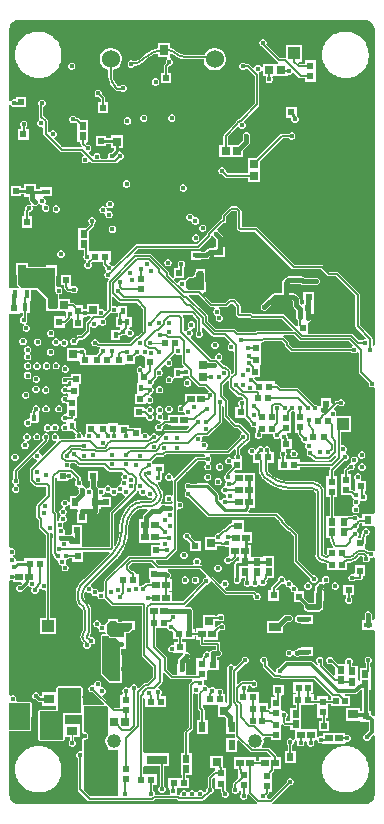
<source format=gbl>
G04*
G04 #@! TF.GenerationSoftware,Altium Limited,Altium Designer,24.2.2 (26)*
G04*
G04 Layer_Physical_Order=10*
G04 Layer_Color=16711680*
%FSLAX44Y44*%
%MOMM*%
G71*
G04*
G04 #@! TF.SameCoordinates,E5005945-8A51-4B8D-8BE1-141B8C32279E*
G04*
G04*
G04 #@! TF.FilePolarity,Positive*
G04*
G01*
G75*
%ADD11C,0.1524*%
%ADD22R,0.7154X0.6725*%
%ADD28R,0.6725X0.7154*%
%ADD30R,0.5200X0.5200*%
%ADD31R,0.6500X0.6000*%
%ADD34R,0.6000X0.6500*%
%ADD42R,0.5200X0.5200*%
%ADD43R,0.6153X0.5725*%
%ADD44R,0.6000X0.5500*%
%ADD46R,0.4100X0.6600*%
%ADD50R,0.5153X0.4725*%
%ADD59R,0.4000X0.5000*%
%ADD60R,0.5000X0.4000*%
%ADD64R,0.6750X0.4500*%
%ADD65R,0.4500X0.6750*%
%ADD73R,1.0000X1.0500*%
%ADD86R,0.5600X0.5200*%
%ADD93R,1.0500X2.2000*%
%ADD94R,0.4725X0.5393*%
%ADD127C,1.1900*%
%ADD128C,0.1960*%
%ADD129C,0.1270*%
%ADD131C,0.1905*%
%ADD133C,0.2540*%
%ADD134C,0.1397*%
%ADD135C,0.3810*%
%ADD136C,0.3048*%
%ADD137C,0.2150*%
%ADD139C,0.5080*%
%ADD144C,1.4500*%
%ADD145C,0.4064*%
%ADD146C,0.5000*%
%ADD148R,0.4500X0.4500*%
%ADD149R,0.6000X0.8000*%
%ADD150R,0.9000X0.8000*%
%ADD151R,0.6096X0.8382*%
%ADD152R,2.2000X1.0500*%
%ADD153R,1.0500X1.0000*%
%ADD154R,0.5500X0.6000*%
%ADD155R,0.8121X0.7581*%
%ADD156R,0.6500X0.6500*%
%ADD157R,1.7000X0.8000*%
%ADD158C,1.5240*%
%ADD159R,1.7780X1.7780*%
%ADD160R,1.0500X0.6500*%
%ADD161R,1.7780X1.7780*%
%ADD162R,0.6500X0.8500*%
%ADD163R,0.6500X0.7000*%
%ADD164R,0.7000X0.6500*%
%ADD165C,0.1016*%
G36*
X307439Y668097D02*
X308976Y667460D01*
X310359Y666536D01*
X311536Y665359D01*
X312460Y663976D01*
X313097Y662439D01*
X313422Y660807D01*
X313422Y659975D01*
X313432Y392723D01*
X312162Y392057D01*
X311767Y392331D01*
Y398123D01*
X311623Y398847D01*
X311214Y399460D01*
X300891Y409783D01*
Y435496D01*
X300747Y436219D01*
X300337Y436833D01*
X282719Y454451D01*
X282106Y454860D01*
X281382Y455004D01*
X275173D01*
X269955Y460223D01*
X269341Y460633D01*
X268618Y460777D01*
X245846D01*
X214285Y492337D01*
X213672Y492747D01*
X212949Y492891D01*
X200777D01*
Y506174D01*
X200633Y506897D01*
X200223Y507511D01*
X197946Y509787D01*
X197333Y510197D01*
X196610Y510341D01*
X191954D01*
X191231Y510197D01*
X190618Y509787D01*
X184777Y503946D01*
X184367Y503333D01*
X184223Y502610D01*
Y499835D01*
X183781Y499747D01*
X183167Y499337D01*
X171990Y488159D01*
X171580Y487546D01*
X171436Y486822D01*
Y486366D01*
X163366Y478296D01*
X112405D01*
X111682Y478152D01*
X111068Y477742D01*
X92906Y459579D01*
X91408Y459877D01*
X91303Y460131D01*
X90424Y461010D01*
X89276Y461485D01*
X89191D01*
X88797Y462011D01*
X89432Y463281D01*
X90028D01*
Y472337D01*
X71972D01*
X71843Y472479D01*
X71778Y473722D01*
X71778D01*
Y482222D01*
Y489604D01*
X75337Y493163D01*
X75747Y493777D01*
X75890Y494500D01*
Y495742D01*
X76649Y496500D01*
X77124Y497648D01*
Y498891D01*
X76649Y500040D01*
X75770Y500919D01*
X74621Y501394D01*
X73379D01*
X72230Y500919D01*
X71351Y500040D01*
X70876Y498891D01*
Y497648D01*
X71351Y496500D01*
X72109Y495742D01*
Y495283D01*
X69104Y492278D01*
X62222D01*
Y482222D01*
Y473722D01*
X66963D01*
Y469346D01*
X67057Y468870D01*
X66876Y468431D01*
Y467188D01*
X67351Y466040D01*
X68230Y465161D01*
X68901Y464883D01*
X68909Y463512D01*
X68852Y463488D01*
X67973Y462609D01*
X67497Y461461D01*
Y460218D01*
X67973Y459070D01*
X68852Y458191D01*
X70000Y457715D01*
X71243D01*
X72391Y458191D01*
X73270Y459070D01*
X73746Y460218D01*
Y461461D01*
X73476Y462112D01*
X74646Y463281D01*
X83165D01*
Y461871D01*
X83324Y461074D01*
X83776Y460397D01*
X85530Y458643D01*
Y457740D01*
X86005Y456591D01*
X85625Y455194D01*
X84746Y454315D01*
X84270Y453167D01*
Y451924D01*
X84746Y450776D01*
X85625Y449897D01*
X86773Y449422D01*
X87674D01*
X88259Y448404D01*
X88296Y448248D01*
X87777Y447729D01*
X87367Y447116D01*
X87223Y446392D01*
Y423015D01*
X86059Y421851D01*
X84561Y422149D01*
X84517Y422253D01*
X83639Y423132D01*
X82490Y423607D01*
X81248D01*
X80345Y424211D01*
Y427988D01*
X70064D01*
Y424190D01*
X68826Y423329D01*
X67583D01*
X66787Y423861D01*
Y426582D01*
X60521D01*
X58903Y428200D01*
X58332Y428582D01*
X57658Y428716D01*
X55634D01*
Y431983D01*
X46597D01*
Y436014D01*
X46657D01*
X47806Y436490D01*
X48685Y437369D01*
X49160Y438517D01*
Y439760D01*
X48685Y440908D01*
X47806Y441787D01*
X46657Y442263D01*
X45414D01*
X45055Y442114D01*
X43786Y442962D01*
Y443000D01*
X43785Y443000D01*
X43786Y443000D01*
X43784Y451028D01*
X44378Y451622D01*
X44378D01*
Y460378D01*
X35622D01*
Y459270D01*
X33153D01*
Y459310D01*
X22847D01*
Y459270D01*
X20140D01*
Y462851D01*
X9859D01*
Y452141D01*
X10455D01*
Y444663D01*
X10802Y443827D01*
X12280Y442348D01*
X11754Y441078D01*
X5122D01*
X4078Y441624D01*
Y595868D01*
X5348Y596121D01*
X5401Y595994D01*
X6279Y595116D01*
X7428Y594640D01*
X8670D01*
X8809Y594698D01*
X9459Y594264D01*
Y594264D01*
X18215D01*
Y603020D01*
X9459D01*
Y601415D01*
X8670Y600888D01*
X7428D01*
X6279Y600413D01*
X5401Y599534D01*
X5348Y599408D01*
X4078Y599660D01*
Y659975D01*
Y660807D01*
X4403Y662439D01*
X5040Y663976D01*
X5964Y665359D01*
X7140Y666536D01*
X8524Y667460D01*
X10061Y668097D01*
X11693Y668422D01*
X12525Y668422D01*
X305807D01*
X307439Y668097D01*
D02*
G37*
G36*
X196996Y505391D02*
Y491893D01*
X197139Y491169D01*
X197549Y490556D01*
X198442Y489663D01*
X199055Y489253D01*
X199779Y489109D01*
X212166D01*
X243726Y457549D01*
X244339Y457140D01*
X245062Y456996D01*
X267835D01*
X273053Y451777D01*
X273667Y451367D01*
X274390Y451223D01*
X280599D01*
X297110Y434713D01*
Y409000D01*
X297253Y408276D01*
X297663Y407663D01*
X306029Y399298D01*
X305827Y398717D01*
X305406Y398124D01*
X304379D01*
X303230Y397649D01*
X302472Y396890D01*
X300251D01*
X295110Y402032D01*
X294496Y402442D01*
X293773Y402586D01*
X258239D01*
X257324Y403444D01*
Y411724D01*
X257324Y411724D01*
X257789Y412802D01*
X258525Y413106D01*
X259404Y413985D01*
X259879Y415134D01*
Y416376D01*
X259860Y416424D01*
Y419622D01*
X261778D01*
Y428378D01*
X261778D01*
X261860Y429426D01*
X261860D01*
X261860Y429614D01*
Y438182D01*
X253104D01*
Y429454D01*
X252622Y428378D01*
D01*
X252361Y427488D01*
X251127Y427082D01*
X250027Y428183D01*
Y431543D01*
X249794Y432712D01*
X249132Y433704D01*
X246900Y435936D01*
X245908Y436598D01*
X244739Y436831D01*
X241056D01*
Y444502D01*
X241498Y444944D01*
X250734D01*
X250839Y444839D01*
X251831Y444177D01*
X253000Y443944D01*
X263214D01*
X263379Y443876D01*
X264621D01*
X265770Y444351D01*
X266649Y445230D01*
X267124Y446379D01*
Y447621D01*
X266649Y448770D01*
X265770Y449649D01*
X264621Y450124D01*
X263379D01*
X263214Y450056D01*
X254266D01*
X254161Y450161D01*
X253169Y450823D01*
X252000Y451056D01*
X240232D01*
X239062Y450823D01*
X238071Y450161D01*
X235839Y447929D01*
X235177Y446938D01*
X234944Y445768D01*
Y436831D01*
X228775D01*
X227605Y436598D01*
X226614Y435936D01*
X218395Y427717D01*
X218230Y427649D01*
X217351Y426770D01*
X216876Y425621D01*
Y424379D01*
X217351Y423230D01*
X218230Y422351D01*
X219379Y421876D01*
X220621D01*
X221770Y422351D01*
X222649Y423230D01*
X222717Y423395D01*
X230041Y430719D01*
X243473D01*
X243915Y430277D01*
Y426917D01*
X244147Y425747D01*
X244810Y424756D01*
X247151Y422415D01*
Y417219D01*
X247131Y417171D01*
Y415928D01*
X247607Y414780D01*
X248365Y414022D01*
Y410298D01*
X248508Y409575D01*
X248307Y409155D01*
X246811Y408855D01*
X237215Y418451D01*
X236602Y418860D01*
X235878Y419004D01*
X210165D01*
X209833Y419337D01*
X209219Y419747D01*
X208496Y419891D01*
X200004D01*
Y426382D01*
X199860Y427106D01*
X199451Y427719D01*
X195947Y431223D01*
X195333Y431633D01*
X194610Y431777D01*
X190714D01*
X189991Y431633D01*
X189377Y431223D01*
X187144Y428990D01*
X175854D01*
X168395Y436449D01*
X168881Y437622D01*
X170378D01*
Y446378D01*
X169782D01*
Y453676D01*
X169778Y453686D01*
Y457278D01*
X162222D01*
Y455672D01*
X161386Y454836D01*
X161040Y454000D01*
Y452121D01*
X160378D01*
X159542Y451774D01*
X159196Y450938D01*
Y450804D01*
X155876D01*
X155040Y450458D01*
X152564Y447981D01*
X152432Y447664D01*
X151321Y448124D01*
X150078D01*
X148930Y447649D01*
X148051Y446770D01*
X147748Y446036D01*
X146402Y445586D01*
X143636Y448352D01*
X144162Y449622D01*
X144668Y449622D01*
X152378D01*
Y458378D01*
X152378D01*
X152500Y459598D01*
X152946Y460676D01*
Y461919D01*
X152471Y463067D01*
X151592Y463946D01*
X150444Y464422D01*
X149201D01*
X148053Y463946D01*
X147174Y463067D01*
X146698Y461919D01*
Y460676D01*
X147124Y459648D01*
X146664Y458378D01*
X143622D01*
Y450741D01*
X143622Y450162D01*
X142352Y449636D01*
X139445Y452543D01*
Y454104D01*
X139301Y454827D01*
X138892Y455440D01*
X124956Y469376D01*
X124343Y469786D01*
X123619Y469930D01*
X110761D01*
X110310Y469840D01*
X109622Y470745D01*
X109561Y470887D01*
X113188Y474515D01*
X164149D01*
X164872Y474659D01*
X165486Y475069D01*
X174663Y484246D01*
X175073Y484860D01*
X175092Y484953D01*
X175958Y485144D01*
X176427Y485155D01*
X177230Y484351D01*
X177278Y484332D01*
X179061Y482549D01*
Y476360D01*
X177739D01*
Y474926D01*
X173802D01*
X172632Y474693D01*
X171641Y474031D01*
X169648Y472038D01*
X166395D01*
Y472760D01*
X157839D01*
Y465204D01*
X166395D01*
Y465926D01*
X170914D01*
X172084Y466159D01*
X173075Y466821D01*
X175068Y468814D01*
X177739D01*
Y467604D01*
X186495D01*
Y476360D01*
X185173D01*
Y483815D01*
X184940Y484984D01*
X184278Y485975D01*
X181765Y488488D01*
X181649Y488770D01*
X180770Y489649D01*
X180665Y489692D01*
X180368Y491190D01*
X185304Y496126D01*
X185945Y496253D01*
X186558Y496663D01*
X187451Y497556D01*
X187861Y498169D01*
X188004Y498893D01*
Y501827D01*
X192738Y506560D01*
X195827D01*
X196996Y505391D01*
D02*
G37*
G36*
X168000Y454276D02*
X168600Y453676D01*
Y439400D01*
X156000D01*
X153400Y442000D01*
Y443354D01*
X153824Y444379D01*
Y445621D01*
X153400Y446646D01*
Y447145D01*
X155876Y449622D01*
X160378D01*
Y450938D01*
X161765D01*
X162222Y451396D01*
Y454000D01*
X163722Y455500D01*
X168000D01*
Y454276D01*
D02*
G37*
G36*
X18912Y458088D02*
X42600D01*
X42603Y443000D01*
Y438825D01*
X42912Y438517D01*
X43387Y437369D01*
X44266Y436490D01*
X45414Y436014D01*
Y431983D01*
X45078D01*
Y425165D01*
X44357Y424444D01*
X37468D01*
X37000Y425520D01*
Y432181D01*
X28103Y441078D01*
X15222D01*
X11638Y444663D01*
Y459929D01*
X11708Y460000D01*
X17000D01*
X18912Y458088D01*
D02*
G37*
G36*
X35579Y431930D02*
Y421927D01*
X51449D01*
X52258Y420657D01*
X52080Y420226D01*
Y418983D01*
X52555Y417835D01*
X52351Y416443D01*
X52083Y416224D01*
X50937Y416719D01*
Y417278D01*
X41881D01*
Y407722D01*
X50937D01*
Y410739D01*
X51064D01*
X51737Y410873D01*
X52309Y411255D01*
X55915Y414861D01*
X56297Y415432D01*
X56386Y415883D01*
X56761Y416120D01*
X57337Y415930D01*
X58031Y415246D01*
Y407622D01*
X66787D01*
Y416035D01*
X67363Y416791D01*
X67766Y417080D01*
X68826D01*
X68869Y417098D01*
X70064Y417279D01*
X70064Y417279D01*
X70064Y417279D01*
X72594D01*
X73080Y416105D01*
X69426Y412451D01*
X69016Y411838D01*
X68872Y411114D01*
Y405315D01*
X64994Y401437D01*
X62546D01*
X61823Y401293D01*
X61209Y400883D01*
X59451Y399124D01*
X58379D01*
X57230Y398649D01*
X56351Y397770D01*
X55876Y396621D01*
Y395379D01*
X56351Y394230D01*
X57230Y393351D01*
X58379Y392876D01*
X59621D01*
X60770Y393351D01*
X61649Y394230D01*
X62124Y395379D01*
Y396451D01*
X63329Y397656D01*
X65777D01*
X66500Y397800D01*
X67113Y398209D01*
X72100Y403196D01*
X72509Y403809D01*
X72653Y404532D01*
Y407988D01*
X73923Y408514D01*
X74230Y408207D01*
X75379Y407731D01*
X76621D01*
X77770Y408207D01*
X78649Y409086D01*
X79124Y410234D01*
Y410252D01*
X80394Y410505D01*
X80419Y410444D01*
X81298Y409566D01*
X82446Y409090D01*
X83689D01*
X84838Y409566D01*
X85716Y410444D01*
X86192Y411593D01*
Y412836D01*
X85716Y413984D01*
X84838Y414863D01*
X85457Y415902D01*
X89711Y420155D01*
X91230Y420351D01*
X92379Y419876D01*
X93621D01*
X94770Y420351D01*
X95156Y420738D01*
X95184Y420728D01*
X96206Y419972D01*
X96062Y419248D01*
Y416492D01*
X94175D01*
Y407936D01*
X97672D01*
X98093Y406764D01*
X97350Y405899D01*
X90290D01*
Y397343D01*
X97845D01*
Y400266D01*
X99425Y400920D01*
X99634Y401080D01*
X100826D01*
X101974Y401556D01*
X102025Y401607D01*
X103523Y401309D01*
X103556Y401230D01*
X104434Y400351D01*
X105583Y399876D01*
X106826D01*
X107974Y400351D01*
X108853Y401230D01*
X109328Y402379D01*
Y403621D01*
X108853Y404770D01*
X107974Y405649D01*
X106826Y406124D01*
X106717D01*
X105864Y407308D01*
X106120Y407870D01*
X106185Y407927D01*
X107982D01*
Y416483D01*
X104056D01*
X103982Y417722D01*
X103982D01*
Y426278D01*
X96426D01*
Y425788D01*
X95156Y425262D01*
X94770Y425649D01*
X93621Y426124D01*
X92379D01*
X92274Y426081D01*
X91004Y426930D01*
Y433671D01*
X92178Y434157D01*
X96883Y429452D01*
X97496Y429042D01*
X98219Y428898D01*
X112128D01*
X117213Y423814D01*
Y404455D01*
X113534Y400777D01*
X112950D01*
X112227Y400633D01*
X111614Y400223D01*
X106395Y395004D01*
X80179D01*
X79947Y395237D01*
Y395621D01*
X79471Y396770D01*
X78592Y397649D01*
X77444Y398124D01*
X76201D01*
X75053Y397649D01*
X74174Y396770D01*
X73699Y395621D01*
Y394379D01*
X74174Y393230D01*
X75053Y392351D01*
X76201Y391876D01*
X77444D01*
X77809Y392027D01*
X78059Y391777D01*
X78673Y391367D01*
X79396Y391223D01*
X80504D01*
X80969Y389953D01*
X80419Y389403D01*
X79944Y388255D01*
Y387225D01*
X78253Y385534D01*
X77801Y384858D01*
X77754Y384624D01*
X73835D01*
X73701Y384624D01*
X72449Y384583D01*
X69258D01*
Y385662D01*
X69099Y386460D01*
X69028Y386566D01*
X69124Y386798D01*
Y388041D01*
X68649Y389189D01*
X67770Y390068D01*
X66621Y390544D01*
X65379D01*
X64615Y390227D01*
X63345Y390345D01*
X63345Y390345D01*
X63345Y390345D01*
X53064D01*
Y379636D01*
X63345D01*
X63826Y378565D01*
Y375827D01*
X72449D01*
X72582Y375827D01*
X73835Y375868D01*
X81557D01*
X82457Y375868D01*
Y375868D01*
X82827D01*
Y375868D01*
X91574D01*
X92729Y375830D01*
X92827Y375827D01*
Y375827D01*
X101582D01*
Y376058D01*
X101826Y377227D01*
X110582D01*
Y383034D01*
X111529Y383981D01*
X111863Y383843D01*
X113106D01*
X114254Y384318D01*
X114892Y384957D01*
X115940Y384986D01*
X116373Y384873D01*
X117130Y384116D01*
X118278Y383640D01*
X118314D01*
X118827Y382583D01*
Y374245D01*
X117986Y373906D01*
X117556Y373862D01*
X116770Y374649D01*
X115621Y375124D01*
X114379D01*
X113230Y374649D01*
X112351Y373770D01*
X111876Y372621D01*
Y371379D01*
X112351Y370230D01*
X113230Y369351D01*
X113517Y369232D01*
X113517Y361702D01*
X112474Y361155D01*
X112117D01*
Y352599D01*
X111505Y351583D01*
X110827D01*
Y342827D01*
X119583D01*
Y343590D01*
X120852Y344116D01*
X121288Y343681D01*
X122436Y343205D01*
X123679D01*
X124827Y343681D01*
X125706Y344560D01*
X126182Y345708D01*
Y346951D01*
X125706Y348099D01*
X124827Y348978D01*
X124039Y349304D01*
X123667Y350343D01*
X123662Y350723D01*
X124265Y351327D01*
X124718Y352004D01*
X124814Y352490D01*
X124974Y352556D01*
X125853Y353435D01*
X126329Y354584D01*
Y355826D01*
X125853Y356975D01*
X125176Y357652D01*
X125059Y358398D01*
X125176Y359145D01*
X125853Y359822D01*
X126329Y360970D01*
Y362042D01*
X128533Y364247D01*
X128943Y364860D01*
X129087Y365584D01*
Y365721D01*
X130357Y366569D01*
X130461Y366526D01*
X131704D01*
X132852Y367002D01*
X133731Y367881D01*
X134207Y369029D01*
Y370272D01*
X133731Y371420D01*
X132852Y372299D01*
X132575Y372414D01*
X132277Y373912D01*
X134863Y376497D01*
X136361Y376199D01*
X136404Y376095D01*
X137283Y375216D01*
X138431Y374740D01*
X139674D01*
X140822Y375216D01*
X141701Y376095D01*
X142177Y377243D01*
Y378486D01*
X141701Y379634D01*
X140822Y380513D01*
X140718Y380556D01*
X140420Y382054D01*
X143644Y385279D01*
X143746Y385374D01*
X145221Y385361D01*
X145382Y385200D01*
X146530Y384724D01*
X147773D01*
X148662Y385092D01*
X149543Y384717D01*
X149932Y384414D01*
Y377583D01*
X150076Y376859D01*
X150485Y376246D01*
X151694Y375037D01*
X151381Y373793D01*
X150983Y373758D01*
Y373758D01*
X143427D01*
Y366365D01*
X143427Y366356D01*
X143427Y366356D01*
X143427Y365822D01*
X142420Y365513D01*
X142157Y365498D01*
X142137Y365518D01*
X141328Y366326D01*
X140180Y366802D01*
X138937D01*
X137789Y366326D01*
X136910Y365448D01*
X136434Y364299D01*
Y363056D01*
X136910Y361908D01*
X137789Y361029D01*
X138937Y360554D01*
X140180D01*
X141328Y361029D01*
X142207Y361908D01*
X142683Y363056D01*
Y364240D01*
X142834Y364436D01*
X143684Y365202D01*
X144440Y365202D01*
X150983D01*
Y366712D01*
X151438Y367034D01*
X152253Y367366D01*
X153183Y366980D01*
X154426D01*
X154575Y367042D01*
X155944Y366464D01*
X156354Y365850D01*
X164001Y358203D01*
X164615Y357793D01*
X165338Y357649D01*
X169673D01*
X172850Y354472D01*
X172552Y352974D01*
X172448Y352931D01*
X172181Y352664D01*
X171278Y351778D01*
X152722D01*
Y344896D01*
X150098Y342272D01*
X149201D01*
X148053Y341796D01*
X147174Y340917D01*
X146699Y339769D01*
Y338526D01*
X147174Y337378D01*
X148053Y336499D01*
X149201Y336023D01*
X150444D01*
X151363Y336404D01*
X152084Y336213D01*
X152728Y335839D01*
X152957Y335286D01*
X152480Y334283D01*
X152216Y334016D01*
X138722D01*
Y329653D01*
X135572D01*
X135151Y329569D01*
X134423Y330202D01*
X134194Y330575D01*
X134455Y331205D01*
Y332447D01*
X133979Y333596D01*
X133452Y334123D01*
X133226Y334913D01*
X133452Y335703D01*
X133979Y336230D01*
X134455Y337379D01*
Y338621D01*
X133979Y339770D01*
X133100Y340649D01*
X131952Y341124D01*
X130709D01*
X129561Y340649D01*
X128682Y339770D01*
X128206Y338621D01*
Y337379D01*
X128682Y336230D01*
X129209Y335703D01*
X129435Y334913D01*
X129209Y334123D01*
X128682Y333596D01*
X128206Y332447D01*
Y331205D01*
X128682Y330056D01*
X129561Y329177D01*
X130709Y328702D01*
X131952D01*
X132106Y328766D01*
X132825Y327689D01*
X131451Y326314D01*
X130379D01*
X129230Y325839D01*
X128351Y324960D01*
X127876Y323811D01*
Y322569D01*
X128351Y321420D01*
X129230Y320541D01*
X130379Y320066D01*
X131621D01*
X132770Y320541D01*
X133649Y321420D01*
X134124Y322569D01*
Y323641D01*
X136355Y325872D01*
X138722D01*
Y324460D01*
X155998D01*
X156524Y323190D01*
X154224Y320891D01*
X141982D01*
X141331Y320761D01*
X136158D01*
X135484Y320627D01*
X134912Y320245D01*
X130880Y316213D01*
X129382Y316511D01*
X129278Y316764D01*
X128399Y317643D01*
X127251Y318119D01*
X126008D01*
X124860Y317643D01*
X123981Y316764D01*
X123792Y316308D01*
X123378Y316089D01*
X123118Y316123D01*
X121903Y316747D01*
X121632Y317400D01*
X120753Y318279D01*
X119605Y318754D01*
X118362D01*
X117214Y318279D01*
X116853Y317917D01*
X115583Y318443D01*
Y322583D01*
X109624D01*
X109402Y322731D01*
X108605Y322889D01*
X105583D01*
Y325183D01*
X96827D01*
X96582Y326352D01*
Y326583D01*
X87826D01*
X87583Y326108D01*
X78827D01*
Y326108D01*
X77582D01*
Y326108D01*
X77557Y326108D01*
X68826D01*
Y317672D01*
X68555Y317401D01*
X68080Y316253D01*
Y315010D01*
X67349Y314745D01*
X66397Y315822D01*
Y316253D01*
X65921Y317401D01*
X65042Y318280D01*
X64913Y318334D01*
X64786Y318972D01*
X64334Y319648D01*
X60982Y323000D01*
Y328608D01*
X59283D01*
X58944Y329237D01*
X58817Y329721D01*
X59529Y330827D01*
X61582D01*
Y338682D01*
X61582Y339583D01*
X61582Y340853D01*
Y348557D01*
X61582Y348708D01*
X61947Y349827D01*
X62982D01*
Y358557D01*
X62982Y358583D01*
X63045Y359827D01*
X64982D01*
Y368583D01*
X56226D01*
Y366289D01*
X53329D01*
X52531Y366131D01*
X52384Y366032D01*
X52161Y366124D01*
X50918D01*
X49770Y365649D01*
X48891Y364770D01*
X48416Y363621D01*
Y362379D01*
X48891Y361230D01*
X49770Y360351D01*
X50918Y359876D01*
X52161D01*
X53310Y360351D01*
X54189Y361230D01*
X54557Y362120D01*
X56226D01*
Y359853D01*
X56226Y359827D01*
X56163Y358583D01*
X54226D01*
Y357988D01*
X52956Y357462D01*
X52770Y357649D01*
X51621Y358124D01*
X50379D01*
X49230Y357649D01*
X48351Y356770D01*
X47876Y355621D01*
Y354379D01*
X48351Y353230D01*
X49230Y352351D01*
X50379Y351876D01*
X51621D01*
X52266Y352143D01*
X52379Y352120D01*
X53328D01*
X54226Y351222D01*
Y349918D01*
X53264Y349084D01*
X52770Y349578D01*
X51621Y350054D01*
X50379D01*
X49230Y349578D01*
X48351Y348699D01*
X47876Y347551D01*
Y346308D01*
X48351Y345160D01*
X49230Y344281D01*
X50379Y343806D01*
X51621D01*
X52826Y343094D01*
X52826Y339952D01*
X52826Y338682D01*
Y335205D01*
X51621Y334329D01*
X50379D01*
X49230Y333854D01*
X48351Y332975D01*
X47876Y331826D01*
Y330583D01*
X48351Y329435D01*
X49230Y328556D01*
X50379Y328081D01*
X51621D01*
X51663Y328098D01*
X52849Y327336D01*
Y327008D01*
X51663Y326246D01*
X51621Y326263D01*
X50379D01*
X49230Y325787D01*
X48351Y324908D01*
X47876Y323760D01*
Y322517D01*
X48351Y321369D01*
X49230Y320490D01*
X50379Y320014D01*
X51621D01*
X52156Y320236D01*
X53426Y320052D01*
Y320052D01*
X53426Y320052D01*
X58034D01*
X60654Y317431D01*
X60624Y317401D01*
X60149Y316253D01*
Y315010D01*
X60228Y314819D01*
X59379Y313549D01*
X47596D01*
X47116Y313454D01*
X46363Y314068D01*
X46124Y314379D01*
Y315621D01*
X45649Y316770D01*
X44770Y317649D01*
X43621Y318124D01*
X42379D01*
X41230Y317649D01*
X40351Y316770D01*
X39876Y315621D01*
Y314379D01*
X40351Y313230D01*
X41230Y312351D01*
X42379Y311876D01*
X43344D01*
X43857Y311076D01*
X43966Y310702D01*
X32394Y299130D01*
X31124Y299622D01*
X30649Y300770D01*
X29770Y301649D01*
X29309Y301839D01*
X28971Y303298D01*
X36307Y310634D01*
X36717Y311247D01*
X36861Y311971D01*
Y312443D01*
X37649Y313230D01*
X38124Y314379D01*
Y315621D01*
X37649Y316770D01*
X36770Y317649D01*
X35621Y318124D01*
X34379D01*
X33230Y317649D01*
X32351Y316770D01*
X31876Y315621D01*
Y314379D01*
X32351Y313230D01*
X32954Y312628D01*
X8214Y287887D01*
X7804Y287274D01*
X7660Y286551D01*
Y280528D01*
X6902Y279770D01*
X6426Y278621D01*
Y277379D01*
X6902Y276230D01*
X7781Y275351D01*
X8205Y275176D01*
Y273801D01*
X7837Y273649D01*
X6958Y272770D01*
X6483Y271621D01*
Y270379D01*
X6958Y269230D01*
X7837Y268351D01*
X8986Y267876D01*
X10228D01*
X11377Y268351D01*
X12256Y269230D01*
X12731Y270379D01*
Y271621D01*
X12256Y272770D01*
X11377Y273649D01*
X10952Y273824D01*
Y275199D01*
X11320Y275351D01*
X12199Y276230D01*
X12675Y277379D01*
Y278621D01*
X12199Y279770D01*
X11441Y280528D01*
Y285767D01*
X23702Y298029D01*
X25161Y297691D01*
X25351Y297230D01*
X26230Y296351D01*
X27378Y295876D01*
X27870Y294606D01*
X21981Y288717D01*
X21571Y288104D01*
X21427Y287380D01*
Y278763D01*
X21571Y278040D01*
X21981Y277426D01*
X25744Y273663D01*
X26358Y273253D01*
X27081Y273109D01*
X35217D01*
X35590Y272737D01*
Y265815D01*
X32303Y262529D01*
X32033Y262348D01*
X27663Y257979D01*
X27253Y257365D01*
X27109Y256642D01*
Y247572D01*
X27253Y246849D01*
X27663Y246236D01*
X28940Y244959D01*
Y239314D01*
X29084Y238591D01*
X29494Y237978D01*
X35173Y232298D01*
Y213897D01*
X35140Y212640D01*
X16860D01*
Y210408D01*
X11413D01*
X10769Y210281D01*
X9872Y210811D01*
X9545Y211121D01*
Y211634D01*
X9070Y212782D01*
X8191Y213661D01*
X7615Y213899D01*
Y215274D01*
X7802Y215351D01*
X8680Y216230D01*
X9156Y217379D01*
Y218621D01*
X8680Y219770D01*
X7802Y220649D01*
X6653Y221124D01*
X5410D01*
X5348Y221098D01*
X4078Y221947D01*
X4078Y419622D01*
X12249D01*
X12378Y419622D01*
X12378Y419622D01*
X13426Y419847D01*
Y419847D01*
X15563D01*
Y417356D01*
X15556D01*
X14408Y416880D01*
X13529Y416001D01*
X13053Y414853D01*
Y413610D01*
X13529Y412462D01*
X14408Y411583D01*
X15556Y411107D01*
X16447D01*
X16731Y409975D01*
X16734Y409837D01*
X15880Y408983D01*
X15404Y407835D01*
Y406592D01*
X15880Y405444D01*
X16759Y404565D01*
X17907Y404089D01*
X19150D01*
X20298Y404565D01*
X21177Y405444D01*
X21653Y406592D01*
Y407835D01*
X21177Y408983D01*
X20298Y409862D01*
X19150Y410338D01*
X18259D01*
X17975Y411470D01*
X17972Y411608D01*
X18826Y412462D01*
X19302Y413610D01*
Y414853D01*
X19105Y415328D01*
X19201Y415472D01*
X19345Y416196D01*
Y419847D01*
X21482D01*
Y430153D01*
X22434Y430922D01*
X22878D01*
Y439896D01*
X27613D01*
X35579Y431930D01*
D02*
G37*
G36*
X173734Y425762D02*
X174348Y425353D01*
X175071Y425209D01*
X177645D01*
X177913Y424003D01*
X177913Y423939D01*
X177045Y423071D01*
X176570Y421922D01*
Y420680D01*
X177045Y419531D01*
X177924Y418652D01*
X178319Y418489D01*
X179039Y417834D01*
X178954Y416956D01*
X178766Y416502D01*
Y415259D01*
X179242Y414110D01*
X180121Y413232D01*
X181269Y412756D01*
X182512D01*
X183660Y413232D01*
X184539Y414110D01*
X185014Y415259D01*
Y416502D01*
X184539Y417650D01*
X183660Y418529D01*
X183265Y418692D01*
X182545Y419347D01*
X182630Y420225D01*
X182818Y420680D01*
Y421922D01*
X182343Y423071D01*
X181475Y423939D01*
X181476Y424003D01*
X181743Y425209D01*
X187927D01*
X188651Y425353D01*
X189264Y425762D01*
X191497Y427996D01*
X193827D01*
X196223Y425599D01*
Y418893D01*
X196367Y418169D01*
X196777Y417556D01*
X197670Y416663D01*
X198283Y416253D01*
X199007Y416110D01*
X207713D01*
X208045Y415777D01*
X208659Y415367D01*
X209382Y415223D01*
X235095D01*
X244254Y406064D01*
X243769Y404891D01*
X213496D01*
X212772Y404747D01*
X212159Y404337D01*
X211827Y404004D01*
X197506D01*
X195557Y405953D01*
X194944Y406363D01*
X194220Y406507D01*
X179116D01*
X172313Y413310D01*
Y417279D01*
X172169Y418003D01*
X171760Y418616D01*
X156036Y434340D01*
X156562Y435610D01*
X163887D01*
X173734Y425762D01*
D02*
G37*
G36*
X249876Y396742D02*
X250490Y396333D01*
X251213Y396189D01*
X291906D01*
X294905Y393190D01*
X294607Y391692D01*
X294503Y391649D01*
X293745Y390891D01*
X244105D01*
X241146Y393850D01*
Y394383D01*
X241002Y395106D01*
X240592Y395719D01*
X236895Y399416D01*
X236282Y399826D01*
X236213Y399840D01*
X236338Y401110D01*
X245509D01*
X249876Y396742D01*
D02*
G37*
G36*
X162915Y414170D02*
Y404334D01*
X162351Y403770D01*
X161876Y402621D01*
Y401379D01*
X162351Y400230D01*
X163230Y399351D01*
X164379Y398876D01*
X165621D01*
X166770Y399351D01*
X167649Y400230D01*
X168124Y401379D01*
Y402621D01*
X167649Y403770D01*
X167085Y404334D01*
Y407832D01*
X168258Y408318D01*
X175913Y400663D01*
X176526Y400253D01*
X177250Y400109D01*
X185713D01*
X190632Y395190D01*
X190334Y393692D01*
X190230Y393649D01*
X189351Y392770D01*
X188876Y391621D01*
Y390379D01*
X189351Y389230D01*
X190230Y388351D01*
X191379Y387876D01*
X192621D01*
X192726Y387919D01*
X193996Y387070D01*
Y369669D01*
X192804Y368478D01*
X191631Y368964D01*
Y371286D01*
X191487Y372010D01*
X191077Y372623D01*
X188459Y375241D01*
X187845Y375651D01*
X187122Y375795D01*
X185786D01*
X182882Y378698D01*
X183180Y380196D01*
X183284Y380240D01*
X184163Y381119D01*
X184639Y382267D01*
Y383510D01*
X184163Y384658D01*
X183284Y385537D01*
X182136Y386012D01*
X180893D01*
X179745Y385537D01*
X178866Y384658D01*
X178391Y383510D01*
Y382267D01*
X177896Y381527D01*
X175105D01*
X157736Y398897D01*
X158034Y400395D01*
X158138Y400438D01*
X159017Y401317D01*
X159492Y402465D01*
Y403708D01*
X159017Y404856D01*
X158224Y405649D01*
X158263Y406057D01*
X158598Y406919D01*
X159006D01*
X160154Y407395D01*
X161033Y408273D01*
X161509Y409422D01*
Y410665D01*
X161033Y411813D01*
X160154Y412692D01*
X159006Y413167D01*
X157763D01*
X156615Y412692D01*
X155736Y411813D01*
X155260Y410665D01*
Y409422D01*
X155736Y408273D01*
X156529Y407481D01*
X156490Y407072D01*
X156154Y406211D01*
X155747D01*
X154598Y405735D01*
X153719Y404856D01*
X152503Y405031D01*
X151809Y405618D01*
Y415508D01*
X151665Y416231D01*
X151255Y416844D01*
X150776Y417323D01*
X151262Y418497D01*
X158588D01*
X162915Y414170D01*
D02*
G37*
G36*
X237365Y393600D02*
Y393067D01*
X237509Y392344D01*
X237918Y391730D01*
X241985Y387663D01*
X242599Y387253D01*
X243322Y387109D01*
X293745D01*
X294503Y386351D01*
X295651Y385876D01*
X296894D01*
X298042Y386351D01*
X298620Y386930D01*
X299890Y386505D01*
Y370219D01*
X300035Y369496D01*
X300444Y368882D01*
X308385Y360942D01*
X308356Y360871D01*
Y359628D01*
X308831Y358480D01*
X309710Y357601D01*
X310858Y357126D01*
X312101D01*
X312164Y357152D01*
X313434Y356303D01*
X313438Y250425D01*
X312168Y249779D01*
X302880D01*
Y246171D01*
X300270D01*
X299834Y246528D01*
Y246837D01*
X299359Y247986D01*
X298480Y248865D01*
X297331Y249340D01*
X296089D01*
X294940Y248865D01*
X294182Y248106D01*
X291092D01*
X290607Y248010D01*
X283409D01*
X283080Y248010D01*
Y248010D01*
X282173Y247929D01*
Y247929D01*
X279285D01*
Y263972D01*
X281528D01*
Y272472D01*
Y282028D01*
X278890D01*
Y286267D01*
X287747Y295124D01*
X288819D01*
X289968Y295599D01*
X290847Y296478D01*
X291322Y297626D01*
Y298869D01*
X290847Y300017D01*
X289968Y300896D01*
X289273Y301184D01*
X289227Y301261D01*
X288986Y302489D01*
X288998Y302568D01*
X289535Y303105D01*
X290010Y304253D01*
Y305496D01*
X289535Y306644D01*
X288656Y307523D01*
X287508Y307999D01*
X286265D01*
X286161Y307955D01*
X284890Y308804D01*
Y319222D01*
X293778D01*
Y332778D01*
X281836D01*
X280987Y334048D01*
X281124Y334379D01*
Y335621D01*
X280649Y336770D01*
X279770Y337649D01*
X279531Y337747D01*
X279233Y339245D01*
X281792Y341804D01*
X283188D01*
X283461Y341532D01*
X284609Y341056D01*
X285852D01*
X287000Y341532D01*
X287879Y342411D01*
X288354Y343559D01*
Y344802D01*
X287879Y345950D01*
X287000Y346829D01*
X285852Y347305D01*
X284609D01*
X283461Y346829D01*
X282582Y345950D01*
X282430Y345585D01*
X281009D01*
X280285Y345441D01*
X279672Y345032D01*
X277806Y343166D01*
X276633Y343652D01*
Y347853D01*
X267877D01*
Y341568D01*
X267291Y341059D01*
X265904Y341139D01*
X265025Y342018D01*
X263876Y342493D01*
X262805D01*
X248961Y356337D01*
X248348Y356747D01*
X247624Y356890D01*
X234105D01*
X231934Y359062D01*
X231321Y359472D01*
X230597Y359616D01*
X229054D01*
Y362253D01*
X213671D01*
X211921Y364003D01*
X211814Y364075D01*
X211606Y364577D01*
X212064Y365560D01*
X212334Y365847D01*
X216633D01*
Y374603D01*
X216633D01*
X216696Y375847D01*
X217133D01*
Y384577D01*
X217133Y384603D01*
X217133D01*
X217133Y385847D01*
X217133D01*
Y394603D01*
X218104Y395325D01*
X218473Y395399D01*
X219086Y395809D01*
X219466Y396189D01*
X234776D01*
X237365Y393600D01*
D02*
G37*
G36*
X185655Y340872D02*
Y332632D01*
X185799Y331908D01*
X186209Y331295D01*
X194105Y323399D01*
X194718Y322990D01*
X195441Y322846D01*
X197598D01*
X201024Y319421D01*
X200725Y317923D01*
X200621Y317879D01*
X199742Y317001D01*
X199267Y315852D01*
Y314780D01*
X188584Y304098D01*
X171240D01*
X170965Y305273D01*
X170964Y305368D01*
X171826Y306230D01*
X172302Y307379D01*
Y308621D01*
X171826Y309770D01*
X170947Y310649D01*
X169799Y311124D01*
X168556D01*
X167408Y310649D01*
X166649Y311589D01*
X167124Y312737D01*
Y313980D01*
X166948Y314405D01*
X167761Y315675D01*
X171609D01*
X172332Y315819D01*
X172945Y316229D01*
X183614Y326897D01*
X184024Y327510D01*
X184167Y328234D01*
Y341405D01*
X184385Y341551D01*
X185655Y340872D01*
D02*
G37*
G36*
X246130Y336154D02*
Y327222D01*
Y318722D01*
X248767D01*
Y318081D01*
X248858Y317627D01*
Y317139D01*
X249002Y316416D01*
X249411Y315802D01*
X251347Y313867D01*
Y312795D01*
X251822Y311647D01*
X252701Y310768D01*
X253849Y310292D01*
X254553D01*
X255137Y309080D01*
X254662Y307932D01*
Y306689D01*
X255137Y305541D01*
X256016Y304662D01*
X256110Y304623D01*
X256351Y303408D01*
X255876Y302260D01*
Y301017D01*
X256351Y299869D01*
X257230Y298990D01*
X258379Y298514D01*
X259451D01*
X262302Y295663D01*
X262915Y295253D01*
X263638Y295110D01*
X274403D01*
X275127Y295253D01*
X275740Y295663D01*
X279936Y299859D01*
X281110Y299373D01*
Y298124D01*
X276678Y293693D01*
X249857D01*
Y296330D01*
X238060D01*
Y298472D01*
X238818Y299230D01*
X239294Y300379D01*
Y301621D01*
X238818Y302770D01*
X238235Y303353D01*
X238654Y304623D01*
X242011D01*
X242595Y304623D01*
X243013Y303353D01*
X242430Y302770D01*
X241955Y301621D01*
Y300379D01*
X242430Y299230D01*
X243309Y298351D01*
X244457Y297876D01*
X245700D01*
X246849Y298351D01*
X247728Y299230D01*
X248203Y300379D01*
Y301621D01*
X247728Y302770D01*
X246849Y303649D01*
X245700Y304124D01*
X244457Y304124D01*
X244126Y304033D01*
X243148Y304956D01*
X243148Y305664D01*
Y313379D01*
X240472D01*
X239847Y314314D01*
Y315557D01*
X239371Y316706D01*
X239011Y317065D01*
X239537Y318335D01*
X242996D01*
Y326835D01*
Y336391D01*
X244124Y336733D01*
X244377D01*
X244937Y336965D01*
X246130Y336154D01*
D02*
G37*
G36*
X169619Y299047D02*
X169116Y298466D01*
X162833D01*
X162110Y298322D01*
X161497Y297912D01*
X143584Y280000D01*
X142643Y280509D01*
X142461Y280673D01*
Y281850D01*
X141986Y282999D01*
X141107Y283878D01*
X139959Y284353D01*
X138716D01*
X137568Y283878D01*
X136689Y282999D01*
X136213Y281850D01*
Y280607D01*
X136689Y279459D01*
X137568Y278580D01*
X138716Y278105D01*
X139959D01*
X141107Y278580D01*
X141336Y278810D01*
X142507Y278184D01*
X142496Y278128D01*
Y265645D01*
X141226Y265132D01*
X140709Y265649D01*
X139561Y266124D01*
X138318D01*
X137170Y265649D01*
X136291Y264770D01*
X135815Y263621D01*
Y262379D01*
X136291Y261230D01*
X137170Y260351D01*
X138318Y259876D01*
X139561D01*
X140709Y260351D01*
X141226Y260868D01*
X142496Y260355D01*
Y259154D01*
X141226Y258306D01*
X140978Y258408D01*
X139735D01*
X139688Y258388D01*
X134545D01*
X133892Y258518D01*
X132931Y258327D01*
X132416Y258839D01*
X132126Y259363D01*
X133120Y260659D01*
X134144Y263131D01*
X134337Y264599D01*
X134493Y265783D01*
X134493D01*
X134493Y265783D01*
X134330Y266986D01*
X134169Y268207D01*
X133243Y270444D01*
X132788Y271036D01*
X132110Y272004D01*
X132090Y272053D01*
X131507Y273184D01*
X131298Y273688D01*
X129808Y275630D01*
X129764Y275663D01*
X130196Y276933D01*
X130621D01*
X131770Y277409D01*
X132648Y278288D01*
X133124Y279436D01*
Y280679D01*
X133030Y280905D01*
X133117Y281035D01*
X133276Y281833D01*
Y284427D01*
X135483D01*
Y291983D01*
X127022D01*
X126926Y291983D01*
X125751Y291994D01*
X125276Y293142D01*
X125340Y294789D01*
X128987Y298436D01*
X133855D01*
X134579Y298580D01*
X135192Y298990D01*
X136519Y300317D01*
X169039D01*
X169619Y299047D01*
D02*
G37*
G36*
X60791Y279509D02*
Y278429D01*
X60105Y277744D01*
X59630Y276595D01*
Y275353D01*
X60105Y274204D01*
X60984Y273326D01*
X62104Y272862D01*
X62133Y272849D01*
X62842Y271580D01*
X62701Y271239D01*
Y269996D01*
X62721Y269949D01*
Y267823D01*
X60375Y265477D01*
X55140D01*
Y260487D01*
X53870Y260234D01*
X53649Y260770D01*
X52770Y261649D01*
X51621Y262124D01*
X50379D01*
X49230Y261649D01*
X48351Y260770D01*
X47876Y259621D01*
Y258379D01*
X48351Y257230D01*
X49230Y256351D01*
X49514Y256234D01*
X49261Y254964D01*
X49043D01*
X47894Y254489D01*
X47016Y253610D01*
X46540Y252461D01*
Y251218D01*
X47016Y250070D01*
X47393Y249693D01*
X47718Y248801D01*
X47378Y248049D01*
X46949Y247620D01*
X46473Y246471D01*
Y245229D01*
X45662Y243956D01*
X44416Y244743D01*
Y250195D01*
X44272Y250918D01*
X43862Y251532D01*
X43066Y252327D01*
Y280729D01*
X43556Y281103D01*
X44826Y280474D01*
Y277827D01*
X53582D01*
Y278884D01*
X54341Y279391D01*
X55584D01*
X56732Y279867D01*
X57611Y280745D01*
X57654Y280850D01*
X59152Y281148D01*
X60791Y279509D01*
D02*
G37*
G36*
X62127Y290663D02*
X62741Y290253D01*
X63464Y290110D01*
X84217D01*
X87923Y286403D01*
X88537Y285993D01*
X89260Y285849D01*
X99449D01*
X99869Y285338D01*
X100310Y284145D01*
X99431Y283266D01*
X98955Y282118D01*
Y280875D01*
X99431Y279727D01*
X99716Y278527D01*
X99344Y278155D01*
X98837Y277648D01*
X98362Y276500D01*
Y275485D01*
X98361Y275256D01*
X97379Y274312D01*
X97117D01*
X95968Y273836D01*
X95090Y272957D01*
X94614Y271809D01*
X93344Y271579D01*
X93235Y271624D01*
X91992D01*
X91857Y271568D01*
X90587Y271809D01*
X90111Y272957D01*
X89232Y273836D01*
X88084Y274312D01*
X86841D01*
X85693Y273836D01*
X84814Y272957D01*
X84544Y272307D01*
X84070Y271775D01*
X83068Y271648D01*
X82569Y271855D01*
X81326D01*
X81074Y271751D01*
X79772Y271934D01*
X79464Y272354D01*
X79366Y272500D01*
X79149Y273025D01*
X78270Y273904D01*
X78222Y273924D01*
X78204Y273941D01*
Y277622D01*
X79527D01*
Y286378D01*
X70771D01*
Y277622D01*
X72093D01*
Y272676D01*
X70961Y271855D01*
X70879D01*
X70098Y271532D01*
X69662Y271421D01*
X68611Y272056D01*
X68474Y272387D01*
X67595Y273266D01*
X66476Y273730D01*
X66446Y273743D01*
X65737Y275012D01*
X65878Y275353D01*
Y276595D01*
X65402Y277744D01*
X64572Y278574D01*
Y280292D01*
X64428Y281015D01*
X64018Y281629D01*
X57651Y287996D01*
X57038Y288406D01*
X56400Y288533D01*
X56263Y288650D01*
X55663Y289820D01*
X55938Y290484D01*
Y291727D01*
X55895Y291831D01*
X56743Y293101D01*
X59689D01*
X62127Y290663D01*
D02*
G37*
G36*
X99490Y267878D02*
X99965Y266730D01*
X100844Y265851D01*
X101748Y265477D01*
X102100Y264616D01*
X102173Y264106D01*
X95378Y257312D01*
X95338Y257304D01*
X94724Y256894D01*
X89663Y251833D01*
X89253Y251219D01*
X89109Y250496D01*
Y221830D01*
X66920D01*
X65978Y222622D01*
Y231378D01*
X65978D01*
Y231622D01*
X65978D01*
Y240378D01*
X57222D01*
Y233608D01*
X56000Y232556D01*
X51663D01*
X51393Y232842D01*
X50934Y233826D01*
X51267Y234628D01*
Y235871D01*
X50791Y237020D01*
X49912Y237898D01*
X49877Y237913D01*
X49399Y239230D01*
X49874Y240379D01*
Y241621D01*
X50708Y242928D01*
X51367Y243201D01*
X52246Y244080D01*
X52722Y245229D01*
Y246471D01*
X52246Y247620D01*
X51869Y247997D01*
X51544Y248889D01*
X51884Y249641D01*
X52313Y250070D01*
X52788Y251218D01*
Y252461D01*
X52313Y253610D01*
X51434Y254489D01*
X51151Y254606D01*
X51403Y255876D01*
X51621D01*
X52770Y256351D01*
X53649Y257230D01*
X53870Y257766D01*
X55140Y257513D01*
Y253921D01*
X61768D01*
X62574Y252939D01*
X62544Y252790D01*
Y251378D01*
X61222D01*
Y242622D01*
X69978D01*
Y249734D01*
X76850D01*
X78019Y249966D01*
X79011Y250629D01*
X79673Y251620D01*
X79906Y252790D01*
Y253921D01*
X81696D01*
Y255622D01*
X90378D01*
Y264378D01*
X82669D01*
X82569Y265607D01*
X82862Y265728D01*
X83717Y266082D01*
X84596Y266961D01*
X84866Y267611D01*
X85340Y268143D01*
X86342Y268270D01*
X86841Y268063D01*
X88084D01*
X88220Y268119D01*
X89490Y267878D01*
X89965Y266730D01*
X90844Y265851D01*
X91992Y265376D01*
X93235D01*
X94383Y265851D01*
X95262Y266730D01*
X95738Y267878D01*
X97008Y268108D01*
X97117Y268063D01*
X98359D01*
X98887Y268281D01*
X99490Y267878D01*
D02*
G37*
G36*
X114015Y269384D02*
X114094Y269285D01*
X114098Y269276D01*
X114064Y269194D01*
Y267951D01*
X114540Y266803D01*
X115419Y265924D01*
X116567Y265448D01*
X117810D01*
X118952Y265921D01*
X118959Y265924D01*
X120377Y265547D01*
X120529Y265180D01*
X121408Y264301D01*
X122556Y263826D01*
X123799D01*
X124074Y263940D01*
X125312Y263156D01*
X124756Y262261D01*
X124749Y262251D01*
X123954Y261921D01*
X122687Y261914D01*
X117062D01*
Y261962D01*
X113743Y261635D01*
X110552Y260667D01*
X107610Y259095D01*
X105032Y256979D01*
X104986Y256994D01*
X101738Y253037D01*
X99325Y248522D01*
X97839Y243623D01*
X97337Y238529D01*
X97429D01*
X97429Y238529D01*
Y234711D01*
X97443Y234641D01*
X96995Y230095D01*
X95649Y225657D01*
X94160Y222873D01*
X92891Y223191D01*
Y249713D01*
X96980Y253802D01*
X97021Y253810D01*
X97634Y254220D01*
X112115Y268701D01*
X112525Y269314D01*
X113848Y269458D01*
X114015Y269384D01*
D02*
G37*
G36*
X121408Y253408D02*
X117934Y249935D01*
X117272Y248943D01*
X117039Y247774D01*
Y245778D01*
X113722D01*
Y236222D01*
X113722D01*
Y235240D01*
X113722D01*
Y225684D01*
X131292D01*
X131516Y225445D01*
X131913Y224301D01*
X131641Y223878D01*
X124297D01*
Y215122D01*
X123282Y214507D01*
X105916D01*
X105193Y214363D01*
X104580Y213953D01*
X84777Y194150D01*
X84367Y193537D01*
X84223Y192814D01*
Y184541D01*
X82953Y183753D01*
X82485Y183947D01*
X81242D01*
X80950Y183826D01*
X79745Y184096D01*
X79518Y184503D01*
X79205Y185259D01*
X78326Y186137D01*
X77178Y186613D01*
X75935D01*
X75894Y186596D01*
X74624Y187020D01*
X74149Y188168D01*
X73496Y188821D01*
X73144Y190265D01*
X94041Y211163D01*
X94885Y212007D01*
X94990Y212007D01*
X94992Y212008D01*
X95751Y212785D01*
X95869Y212924D01*
X98907Y216481D01*
X101447Y220625D01*
X103307Y225115D01*
X104441Y229841D01*
X104823Y234686D01*
X104761D01*
Y238515D01*
X104764D01*
X105124Y242167D01*
X106189Y245679D01*
X107919Y248916D01*
X110243Y251747D01*
X110253Y251747D01*
X110253Y251747D01*
X110253Y251747D01*
X112250Y253279D01*
X114575Y254242D01*
X117070Y254571D01*
Y254582D01*
X120922D01*
X121408Y253408D01*
D02*
G37*
G36*
X302880Y239723D02*
X312436D01*
X313438Y239077D01*
X313439Y218768D01*
X312169Y218242D01*
X311990Y218421D01*
X310842Y218897D01*
X309599D01*
X309530Y218868D01*
X308518Y218474D01*
X307547Y219123D01*
X307389Y219228D01*
X306403Y219887D01*
X305811Y220411D01*
X305474Y221392D01*
X305474Y221618D01*
Y224039D01*
X305584Y224203D01*
X305742Y225001D01*
Y228724D01*
X305771D01*
X306002Y230474D01*
X306583Y231877D01*
X306879D01*
X308027Y232352D01*
X308906Y233231D01*
X309382Y234379D01*
Y235622D01*
X308906Y236770D01*
X308027Y237649D01*
X306879Y238125D01*
X305636D01*
X304488Y237649D01*
X303609Y236770D01*
X303133Y235622D01*
Y234413D01*
X302994Y234232D01*
X301894Y231575D01*
X301616Y229465D01*
X299842D01*
X299315Y230735D01*
X299561Y230980D01*
X300036Y232129D01*
Y233372D01*
X299561Y234520D01*
X298682Y235399D01*
X298307Y235554D01*
Y236928D01*
X298682Y237083D01*
X299561Y237962D01*
X300036Y239111D01*
Y240353D01*
X299885Y240719D01*
X300529Y241363D01*
X300939Y241976D01*
X301013Y242350D01*
X301053Y242390D01*
X302880D01*
Y239723D01*
D02*
G37*
G36*
X190243Y362610D02*
Y357390D01*
X190387Y356667D01*
X190796Y356054D01*
X197055Y349795D01*
X197668Y349385D01*
X198391Y349241D01*
X199405D01*
X199478Y349168D01*
X200091Y348758D01*
X200815Y348614D01*
X201375D01*
X202170Y347662D01*
X201997Y347177D01*
X201596Y346624D01*
X200556D01*
X199408Y346149D01*
X198529Y345270D01*
X198053Y344121D01*
Y342879D01*
X198529Y341730D01*
X198611Y341648D01*
X198085Y340378D01*
X195622D01*
Y331622D01*
X203439D01*
X203727Y331191D01*
X207967Y326951D01*
Y325879D01*
X208442Y324730D01*
X209321Y323851D01*
X210470Y323376D01*
X211712D01*
X212972Y322523D01*
Y318894D01*
X212493Y318415D01*
X212017Y317267D01*
Y316024D01*
X212493Y314876D01*
X213372Y313997D01*
X214520Y313521D01*
X215763D01*
X216911Y313997D01*
X217790Y314876D01*
X218266Y316024D01*
Y317267D01*
X218403Y317472D01*
X227087D01*
X227392Y317015D01*
Y315772D01*
X227868Y314624D01*
X228747Y313745D01*
X229895Y313270D01*
X231138D01*
X232286Y313745D01*
X232425Y313884D01*
X233907Y313570D01*
X234074Y313166D01*
X234392Y312848D01*
Y305020D01*
X234392Y304623D01*
X234188Y303437D01*
X233521Y302770D01*
X233046Y301621D01*
Y300379D01*
X233521Y299230D01*
X234279Y298472D01*
Y296330D01*
X231801D01*
Y287274D01*
X249857D01*
Y289912D01*
X275529D01*
X276015Y288738D01*
X275663Y288387D01*
X275253Y287773D01*
X275110Y287050D01*
Y282028D01*
X272472D01*
Y272472D01*
Y263972D01*
X275504D01*
Y247929D01*
X272617D01*
Y237873D01*
Y229372D01*
X275482D01*
X275840Y226655D01*
X277013Y223822D01*
X278003Y222533D01*
X278092Y222362D01*
X278038Y222075D01*
X277611Y221240D01*
X277521Y221142D01*
X273280D01*
Y216237D01*
X273008Y216055D01*
X271928Y215597D01*
X271036Y215774D01*
X270761Y215958D01*
Y269555D01*
X270848D01*
X270370Y271956D01*
X269011Y273991D01*
X269011Y273991D01*
X268051Y274827D01*
X267823Y275055D01*
X267823Y275055D01*
X267501Y275381D01*
X267501Y275381D01*
X266597Y275905D01*
X266289Y276125D01*
X265737Y276537D01*
X265392Y276680D01*
X263814Y277334D01*
X261750Y277605D01*
Y277571D01*
X241199D01*
X241130Y277557D01*
X236584Y278005D01*
X232145Y279351D01*
X228055Y281538D01*
X224632Y284347D01*
X223758Y285270D01*
X223097Y286260D01*
X222864Y287428D01*
X222830D01*
Y293522D01*
X228192D01*
Y302578D01*
X226167D01*
X225124Y303379D01*
Y304621D01*
X224649Y305770D01*
X223770Y306649D01*
X222621Y307124D01*
X221379D01*
X220230Y306649D01*
X219422Y305840D01*
X218613Y306649D01*
X217465Y307124D01*
X216222D01*
X215074Y306649D01*
X214195Y305770D01*
X213720Y304621D01*
Y304613D01*
X212450Y304360D01*
X212299Y304723D01*
X211420Y305602D01*
X210272Y306078D01*
X209029D01*
X207881Y305602D01*
X207002Y304723D01*
X206526Y303575D01*
Y302332D01*
X207002Y301184D01*
X207881Y300305D01*
X209029Y299830D01*
X210136D01*
Y293522D01*
X215498D01*
Y287408D01*
X215442D01*
X215798Y284710D01*
X216839Y282195D01*
X218396Y280166D01*
X218496Y280035D01*
D01*
X219264Y279258D01*
X219266Y279256D01*
X219375Y279164D01*
X222965Y276098D01*
X227112Y273556D01*
X231606Y271695D01*
X236336Y270559D01*
X241185Y270177D01*
Y270239D01*
X260172D01*
Y270231D01*
X261859Y269895D01*
X262294Y269604D01*
X263287Y268936D01*
X263429Y267679D01*
Y214986D01*
X263355D01*
X263782Y212839D01*
X264998Y211018D01*
X264998Y211018D01*
X265248Y210834D01*
X265973Y210296D01*
X267050Y209470D01*
X269396Y208498D01*
X271913Y208167D01*
Y208167D01*
X272997Y207717D01*
X273280Y207528D01*
Y202623D01*
X290036D01*
Y208802D01*
X291834D01*
Y208764D01*
X294020Y209052D01*
X296057Y209895D01*
X296830Y210489D01*
X296830D01*
X297806Y211237D01*
X297779Y211265D01*
X298979Y212464D01*
X299022Y212473D01*
X299593Y212855D01*
X300111Y213372D01*
X300474Y213916D01*
X300965Y214407D01*
X302778D01*
X303555Y213179D01*
X303325Y212622D01*
Y211379D01*
X303800Y210231D01*
X304679Y209352D01*
X305827Y208876D01*
X307070D01*
X308218Y209352D01*
X309097Y210231D01*
X309573Y211379D01*
Y211475D01*
X309599Y212623D01*
X310746Y212648D01*
X310842D01*
X311990Y213124D01*
X312169Y213303D01*
X313439Y212777D01*
X313441Y161249D01*
X312326Y160238D01*
X311056Y160485D01*
Y163714D01*
X311124Y163879D01*
Y165122D01*
X310649Y166270D01*
X309770Y167149D01*
X308622Y167624D01*
X307379D01*
X306230Y167149D01*
X305352Y166270D01*
X304876Y165122D01*
Y163879D01*
X304944Y163714D01*
Y160098D01*
X302847D01*
Y152042D01*
X313153Y152042D01*
X313442Y150892D01*
X313444Y79315D01*
X312174Y78789D01*
X311584Y79379D01*
X310718Y79957D01*
X310140Y80072D01*
Y83140D01*
X308442D01*
Y101272D01*
X310327D01*
Y109772D01*
Y119828D01*
X310327Y119828D01*
X309877Y121098D01*
X309890Y121164D01*
Y123472D01*
X310649Y124230D01*
X311124Y125379D01*
Y126621D01*
X310649Y127770D01*
X309770Y128649D01*
X308621Y129124D01*
X307379D01*
X306230Y128649D01*
X305351Y127770D01*
X304876Y126621D01*
Y125379D01*
X305351Y124230D01*
X306110Y123472D01*
Y121778D01*
X306040Y121675D01*
X305896Y120951D01*
Y119828D01*
X300771D01*
Y108407D01*
X300648Y108337D01*
X299378Y109076D01*
Y121628D01*
X294252D01*
Y123240D01*
X294724Y124379D01*
Y125621D01*
X294249Y126770D01*
X293370Y127649D01*
X292221Y128124D01*
X290979D01*
X289830Y127649D01*
X288951Y126770D01*
X288476Y125621D01*
Y124379D01*
X288571Y124148D01*
X287723Y122878D01*
X282496D01*
X278689Y126684D01*
X278615Y126734D01*
X278255Y127603D01*
X277376Y128482D01*
X276228Y128958D01*
X274985D01*
X273837Y128482D01*
X272958Y127603D01*
X272482Y126455D01*
Y125212D01*
X272958Y124064D01*
X273837Y123185D01*
X274985Y122709D01*
X276228D01*
X276998Y123028D01*
X279822Y120204D01*
Y113648D01*
X278552Y113122D01*
X269890Y121783D01*
Y124146D01*
X269823Y124485D01*
X270124Y125212D01*
Y126455D01*
X269649Y127603D01*
X268770Y128482D01*
X267621Y128958D01*
X266379D01*
X265230Y128482D01*
X264351Y127603D01*
X263876Y126455D01*
Y125212D01*
X264351Y124064D01*
X265230Y123185D01*
X265610Y123027D01*
Y122359D01*
X264340Y121833D01*
X261287Y124886D01*
X260422Y125464D01*
X259401Y125667D01*
X239000D01*
X237979Y125464D01*
X237114Y124886D01*
X232333Y120105D01*
X231230Y119649D01*
X230351Y118770D01*
X229876Y117621D01*
Y116594D01*
X229282Y116173D01*
X228702Y115971D01*
X222890Y121783D01*
Y125107D01*
X222747Y125831D01*
X222586Y126071D01*
Y126621D01*
X222111Y127770D01*
X221232Y128649D01*
X220083Y129124D01*
X218841D01*
X217692Y128649D01*
X216813Y127770D01*
X216338Y126621D01*
Y125379D01*
X216813Y124230D01*
X217692Y123351D01*
X218841Y122876D01*
X219109D01*
Y121000D01*
X219253Y120276D01*
X219663Y119663D01*
X227549Y111777D01*
X228163Y111367D01*
X228886Y111223D01*
X232599D01*
X233159Y110663D01*
X233772Y110253D01*
X234496Y110110D01*
X261812D01*
X276222Y95700D01*
Y92740D01*
X274128D01*
Y95628D01*
X265072D01*
Y92740D01*
X262128D01*
Y97128D01*
X259240D01*
Y98618D01*
X261478D01*
Y107374D01*
X244722D01*
Y98618D01*
X247209D01*
Y97128D01*
X244072D01*
Y88072D01*
X246959D01*
Y85928D01*
X241822D01*
Y74291D01*
X238764D01*
Y77472D01*
X239522Y78230D01*
X239997Y79379D01*
Y80621D01*
X239522Y81770D01*
X238643Y82649D01*
X237495Y83124D01*
X236252D01*
X235798Y82936D01*
X234528Y83732D01*
Y95028D01*
X234528D01*
X234271Y95352D01*
X234883Y96622D01*
X236378D01*
Y105378D01*
X227622D01*
Y96622D01*
X228323D01*
X229200Y95354D01*
X229076Y95028D01*
X225472D01*
Y85963D01*
X224345Y85243D01*
X223428Y85707D01*
Y89528D01*
X216215D01*
X215428Y90472D01*
Y99528D01*
X205511D01*
X205050Y100798D01*
X205482Y101230D01*
X205958Y102379D01*
Y103621D01*
X205914Y103726D01*
X206763Y104996D01*
X208034D01*
X208351Y104230D01*
X209230Y103351D01*
X210379Y102876D01*
X211621D01*
X212770Y103351D01*
X213649Y104230D01*
X214124Y105379D01*
Y106621D01*
X213649Y107770D01*
X212770Y108649D01*
X211621Y109124D01*
X210379D01*
X209503Y108762D01*
X209426Y108777D01*
X201224D01*
X200500Y108633D01*
X199887Y108223D01*
X197743Y106080D01*
X196570Y106566D01*
Y115896D01*
X203549Y122876D01*
X204621D01*
X205770Y123351D01*
X206649Y124230D01*
X207124Y125379D01*
Y126621D01*
X206649Y127770D01*
X205770Y128649D01*
X204621Y129124D01*
X203379D01*
X202230Y128649D01*
X201351Y127770D01*
X200876Y126621D01*
Y125549D01*
X196142Y120815D01*
X194644Y121114D01*
X194601Y121218D01*
X193722Y122097D01*
X192574Y122572D01*
X191331D01*
X190182Y122097D01*
X189303Y121218D01*
X188828Y120069D01*
Y119085D01*
X188775Y119005D01*
X188591Y118083D01*
Y90172D01*
X188298Y89976D01*
X187028Y90655D01*
Y97528D01*
X186032D01*
X185450Y98399D01*
Y99642D01*
X184974Y100790D01*
X184095Y101669D01*
X182947Y102145D01*
X181704D01*
X180556Y101669D01*
X180292Y101405D01*
X178793Y101703D01*
X178753Y101801D01*
X177874Y102680D01*
X176726Y103155D01*
X175483D01*
X174335Y102680D01*
X174144Y102489D01*
X173679Y102538D01*
X172759Y102900D01*
X172399Y103770D01*
X171520Y104649D01*
X170371Y105124D01*
X169836D01*
X168958Y106324D01*
X168968Y106347D01*
Y107589D01*
X168662Y108327D01*
X169292Y109597D01*
X171528D01*
Y117197D01*
X172622Y117622D01*
X172622Y117622D01*
Y117622D01*
X172622Y117622D01*
X181378D01*
Y126378D01*
X180056D01*
Y127702D01*
X180379Y128876D01*
X181621D01*
X182770Y129351D01*
X183649Y130230D01*
X184124Y131379D01*
Y132621D01*
X183649Y133770D01*
X182890Y134528D01*
Y140000D01*
X182747Y140723D01*
X182337Y141337D01*
X181723Y141747D01*
X181000Y141890D01*
X169261D01*
Y143472D01*
X180899D01*
Y150354D01*
X182347Y151803D01*
X183379Y151376D01*
X184621D01*
X185770Y151851D01*
X186649Y152730D01*
X187124Y153879D01*
Y155121D01*
X186649Y156270D01*
X185770Y157149D01*
X184621Y157624D01*
X183379D01*
X182230Y157149D01*
X181351Y156270D01*
X181133Y155742D01*
X180548Y155351D01*
X179419Y154222D01*
X178149Y154748D01*
Y159618D01*
X181240D01*
X182379Y159146D01*
X183621D01*
X184770Y159622D01*
X185649Y160501D01*
X186124Y161649D01*
Y162892D01*
X185649Y164040D01*
X184770Y164919D01*
X183621Y165395D01*
X182379D01*
X181230Y164919D01*
X180351Y164040D01*
X180086Y163399D01*
X178149D01*
Y164049D01*
X168093D01*
Y154298D01*
X168093Y153993D01*
X167356Y153028D01*
X162343D01*
Y150140D01*
X161028D01*
Y152778D01*
X159306D01*
Y168000D01*
X159073Y169169D01*
X158411Y170161D01*
X157419Y170823D01*
X156250Y171056D01*
X152626D01*
X152501Y172326D01*
X152869Y172399D01*
X153483Y172809D01*
X170549Y189876D01*
X171621D01*
X172770Y190351D01*
X173649Y191230D01*
X174124Y192379D01*
Y192406D01*
X175394Y192932D01*
X186663Y181663D01*
X187277Y181253D01*
X188000Y181110D01*
X210217D01*
X210876Y180451D01*
Y179379D01*
X211351Y178230D01*
X212230Y177351D01*
X213379Y176876D01*
X214621D01*
X215770Y177351D01*
X216649Y178230D01*
X217124Y179379D01*
Y180621D01*
X216649Y181770D01*
X215770Y182649D01*
X214621Y183124D01*
X213549D01*
X212337Y184337D01*
X211723Y184747D01*
X211000Y184890D01*
X188783D01*
X187068Y186606D01*
X187594Y187876D01*
X187621D01*
X188770Y188351D01*
X189649Y189230D01*
X190124Y190379D01*
Y191621D01*
X189649Y192770D01*
X188770Y193649D01*
X187621Y194124D01*
X186379D01*
X185230Y193649D01*
X184351Y192770D01*
X183876Y191621D01*
Y191594D01*
X182606Y191068D01*
X167473Y206200D01*
X166860Y206610D01*
X166260Y206729D01*
X165993Y207160D01*
X165688Y208024D01*
X166114Y209052D01*
Y210295D01*
X165638Y211443D01*
X164759Y212322D01*
X163611Y212797D01*
X162368D01*
X161220Y212322D01*
X160341Y211443D01*
X159865Y210295D01*
Y209052D01*
X160291Y208024D01*
X160078Y207437D01*
X159694Y206754D01*
X130920D01*
X128121Y209552D01*
X128607Y210726D01*
X136612D01*
X137336Y210870D01*
X137949Y211279D01*
X145723Y219053D01*
X146133Y219667D01*
X146277Y220390D01*
Y253321D01*
X147547Y254170D01*
X147651Y254127D01*
X148894D01*
X150042Y254602D01*
X150921Y255481D01*
X151397Y256629D01*
Y257872D01*
X150921Y259021D01*
X150042Y259899D01*
X148894Y260375D01*
X147651D01*
X147547Y260332D01*
X146277Y261180D01*
Y277345D01*
X163616Y294685D01*
X169557D01*
X170315Y293927D01*
Y292649D01*
X169436Y291770D01*
X168961Y290621D01*
Y289379D01*
X169436Y288230D01*
X170315Y287351D01*
X171464Y286876D01*
X172706D01*
X173855Y287351D01*
X174734Y288230D01*
X175209Y289379D01*
Y290621D01*
X174734Y291770D01*
X173855Y292649D01*
Y293927D01*
X174734Y294806D01*
X175209Y295954D01*
Y297197D01*
X174734Y298345D01*
X174032Y299047D01*
X174196Y299884D01*
X174421Y300317D01*
X189368D01*
X190091Y300461D01*
X190704Y300871D01*
X194721Y304887D01*
X195991Y304361D01*
Y300493D01*
X195233Y299735D01*
X194757Y298587D01*
Y297344D01*
X194849Y297123D01*
X194168Y296127D01*
X192889Y296190D01*
X192649Y296770D01*
X191770Y297649D01*
X190621Y298124D01*
X189379D01*
X188230Y297649D01*
X187351Y296770D01*
X186876Y295621D01*
Y294379D01*
X187351Y293230D01*
X188230Y292351D01*
X189379Y291876D01*
X190621D01*
X191454Y292220D01*
X192406Y291790D01*
X192724Y291509D01*
Y289741D01*
X188109Y285127D01*
X187699Y284514D01*
X187555Y283790D01*
Y283656D01*
X187263Y283535D01*
X186384Y282656D01*
X185909Y281508D01*
Y280265D01*
X186384Y279117D01*
X187263Y278238D01*
X187319Y276840D01*
X187260Y276780D01*
X186784Y275632D01*
Y274389D01*
X186036Y273134D01*
X184888Y272658D01*
X184009Y271779D01*
X183533Y270631D01*
Y269388D01*
X184009Y268240D01*
X184888Y267361D01*
X186036Y266885D01*
X186742D01*
X187604Y265982D01*
X187701Y265712D01*
Y264638D01*
X187917Y264116D01*
X186975Y263131D01*
X185732D01*
X184584Y262656D01*
X183705Y261777D01*
X183666Y261682D01*
X182381Y261427D01*
X181409Y262288D01*
Y266229D01*
X181225Y267151D01*
X180703Y267932D01*
X172932Y275703D01*
X172151Y276225D01*
X171229Y276409D01*
X164084D01*
X163162Y276225D01*
X162381Y275703D01*
X162314Y275636D01*
X157764D01*
X157524Y275876D01*
X156375Y276352D01*
X155133D01*
X153984Y275876D01*
X153105Y274997D01*
X152630Y273849D01*
Y272606D01*
X153105Y271458D01*
X153696Y270867D01*
X153873Y270095D01*
X153696Y269324D01*
X153105Y268733D01*
X152630Y267584D01*
Y266342D01*
X153105Y265193D01*
X153984Y264314D01*
X155133Y263839D01*
X156205D01*
X172266Y247778D01*
X172879Y247368D01*
X173602Y247224D01*
X229257D01*
X233489Y242992D01*
Y242783D01*
X233633Y242060D01*
X234042Y241446D01*
X239243Y236246D01*
X239856Y235837D01*
X240579Y235693D01*
X240788D01*
X244881Y231600D01*
Y210333D01*
X245025Y209609D01*
X245435Y208996D01*
X258980Y195451D01*
Y194379D01*
X259455Y193230D01*
X260334Y192351D01*
X261483Y191876D01*
X262725D01*
X263874Y192351D01*
X264753Y193230D01*
X265228Y194379D01*
Y195621D01*
X264753Y196770D01*
X263874Y197649D01*
X262725Y198124D01*
X261653D01*
X248662Y211116D01*
Y232383D01*
X248518Y233106D01*
X248108Y233720D01*
X242908Y238920D01*
X242295Y239330D01*
X241571Y239474D01*
X241362D01*
X237270Y243566D01*
Y243775D01*
X237126Y244499D01*
X236716Y245112D01*
X231376Y250451D01*
X230763Y250861D01*
X230040Y251005D01*
X206801D01*
X206275Y252275D01*
X206982Y252982D01*
X207504Y253763D01*
X207687Y254685D01*
Y255229D01*
X211936D01*
Y264785D01*
X211936D01*
Y265232D01*
X211936D01*
Y274788D01*
X211936D01*
Y275234D01*
X211936D01*
Y284790D01*
X194915D01*
X194389Y286060D01*
X195397Y287068D01*
X201480D01*
Y295824D01*
X201480D01*
X200902Y297094D01*
X201006Y297344D01*
Y298587D01*
X200530Y299735D01*
X199772Y300493D01*
Y304622D01*
X203208Y308058D01*
X203749Y308419D01*
X207614Y312284D01*
X208024Y312898D01*
X208168Y313621D01*
Y316840D01*
X208024Y317564D01*
X207614Y318177D01*
X199718Y326073D01*
X199105Y326483D01*
X198382Y326627D01*
X196225D01*
X189436Y333415D01*
Y345227D01*
X189292Y345951D01*
X188883Y346564D01*
X185004Y350442D01*
Y359031D01*
X189069Y363096D01*
X190243Y362610D01*
D02*
G37*
G36*
X40818Y233058D02*
Y230461D01*
X40715Y230307D01*
X40571Y229583D01*
Y216632D01*
X40715Y215909D01*
X41125Y215295D01*
X42050Y214370D01*
Y213879D01*
X42526Y212730D01*
X43404Y211851D01*
X44553Y211376D01*
X44756D01*
X45661Y210243D01*
Y209001D01*
X46137Y207852D01*
X47016Y206973D01*
X48164Y206498D01*
X48420Y205228D01*
X48376Y205121D01*
Y203879D01*
X48851Y202730D01*
X49730Y201851D01*
X50879Y201376D01*
X52121D01*
X53270Y201851D01*
X54149Y202730D01*
X54624Y203879D01*
Y205121D01*
X54149Y206270D01*
X53270Y207149D01*
X52122Y207624D01*
X51866Y208894D01*
X51910Y209001D01*
Y210243D01*
X51878Y210320D01*
X52403Y211106D01*
X52787Y211445D01*
X53767Y211851D01*
X54525Y212610D01*
X57622D01*
Y209622D01*
X66378D01*
Y218049D01*
X88712D01*
X88785Y217993D01*
X89288Y216779D01*
X67283Y194773D01*
X67200Y194786D01*
X67027Y194714D01*
X66070Y193950D01*
X64870Y193029D01*
X63754Y191574D01*
X63380Y191087D01*
X63263Y190903D01*
X63086Y190663D01*
X63041Y190555D01*
X62390Y189515D01*
X61990Y188993D01*
X60774Y186057D01*
X60524Y184159D01*
X60380Y183070D01*
X60380Y183067D01*
X60368Y182997D01*
X60359Y182928D01*
X60429D01*
X60429Y182928D01*
X60429Y181729D01*
Y178986D01*
X60429Y178986D01*
X60429Y177425D01*
X60494Y177097D01*
X60556Y176768D01*
X61145Y175301D01*
X61203Y175213D01*
X61224Y175110D01*
X61840Y173665D01*
X62029Y173389D01*
X62215Y173110D01*
X65798Y169527D01*
X65823Y169510D01*
X66248Y168483D01*
X66239Y168436D01*
Y151419D01*
X65760Y150347D01*
X65760Y150347D01*
X64662Y148704D01*
X64514Y147962D01*
X64498Y147879D01*
X64276Y146765D01*
X64315Y146001D01*
X64422Y145090D01*
X64460Y144903D01*
X64475Y144787D01*
X64549Y144226D01*
X65234Y142571D01*
X66324Y141150D01*
X66342Y141168D01*
X66342Y141168D01*
X67182Y140327D01*
X66900Y139646D01*
Y138403D01*
X67375Y137254D01*
X68254Y136376D01*
X69403Y135900D01*
X70645D01*
X71794Y136376D01*
X72673Y137254D01*
X73148Y138403D01*
Y139546D01*
X74292D01*
X75440Y140021D01*
X76319Y140900D01*
X76794Y142049D01*
Y143292D01*
X76319Y144440D01*
X75440Y145319D01*
X74292Y145794D01*
X73267D01*
X72817Y146358D01*
X72567Y146968D01*
X72659Y147088D01*
X73359Y148777D01*
X73597Y150589D01*
X73571D01*
Y168436D01*
X73614D01*
X73309Y170751D01*
X72416Y172908D01*
X70994Y174760D01*
X70964Y174730D01*
X70964Y174730D01*
X68516Y177178D01*
X68547Y177210D01*
X67998Y178031D01*
X67806Y179000D01*
X67761D01*
Y182906D01*
X67762D01*
X67935Y183774D01*
X69309Y184171D01*
X69730Y183750D01*
X70879Y183274D01*
X72121D01*
X72162Y183291D01*
X73432Y182867D01*
X73907Y181719D01*
X74786Y180840D01*
X75935Y180365D01*
X77178D01*
X77470Y180485D01*
X78675Y180216D01*
X78902Y179809D01*
X79215Y179053D01*
X80094Y178174D01*
X81242Y177698D01*
X82485D01*
X83485Y178113D01*
X83633Y178174D01*
X85162Y177906D01*
X90404Y172663D01*
X91018Y172253D01*
X91741Y172110D01*
X116181D01*
Y130925D01*
X116325Y130201D01*
X116734Y129588D01*
X125680Y120642D01*
Y111777D01*
X120861Y106958D01*
X119265D01*
X118541Y106814D01*
X117928Y106404D01*
X113847Y102323D01*
X112577Y102849D01*
Y103197D01*
X112101Y104345D01*
X111222Y105224D01*
X110074Y105700D01*
X108831D01*
X107683Y105224D01*
X106804Y104345D01*
X106328Y103197D01*
Y102714D01*
X106078Y102570D01*
X105058Y102324D01*
X104396Y102987D01*
X103247Y103463D01*
X102004D01*
X100856Y102987D01*
X99977Y102108D01*
X99502Y100960D01*
Y99717D01*
X99977Y98569D01*
X100369Y98177D01*
X99851Y96907D01*
X98032D01*
Y85390D01*
X93100D01*
X82692Y95799D01*
X83218Y97069D01*
X83250D01*
X84398Y97544D01*
X85277Y98423D01*
X85753Y99572D01*
Y100814D01*
X85277Y101963D01*
X84398Y102842D01*
X83250Y103317D01*
X82621D01*
X82563Y103360D01*
X81850Y104522D01*
X82124Y105184D01*
Y106427D01*
X81649Y107575D01*
X80770Y108454D01*
X79621Y108929D01*
X78379D01*
X77230Y108454D01*
X76351Y107575D01*
X75876Y106427D01*
Y105979D01*
X74632Y105120D01*
X74621Y105124D01*
X73379D01*
X72230Y104649D01*
X71351Y103770D01*
X70876Y102621D01*
Y101379D01*
X71351Y100230D01*
X72230Y99351D01*
X73379Y98876D01*
X74621D01*
X74630Y98879D01*
X84154Y89355D01*
X83668Y88182D01*
X67000D01*
X66182Y88729D01*
Y94079D01*
X66092Y94296D01*
Y94531D01*
X66058Y94614D01*
Y95386D01*
X66092Y95469D01*
Y95704D01*
X66182Y95921D01*
Y103000D01*
X65836Y103836D01*
X65000Y104182D01*
X45000D01*
X44164Y103836D01*
X43818Y103000D01*
Y99278D01*
X31644D01*
Y96208D01*
X30374Y96032D01*
X29511Y96895D01*
X29149Y97770D01*
X28270Y98649D01*
X27122Y99124D01*
X25879D01*
X24730Y98649D01*
X23851Y97770D01*
X23376Y96621D01*
Y95379D01*
X23851Y94230D01*
X24730Y93351D01*
X25879Y92876D01*
X26718D01*
X27797Y91797D01*
X28578Y91275D01*
X29500Y91091D01*
X31644D01*
Y87722D01*
X43818D01*
Y84182D01*
X30000D01*
X29164Y83836D01*
X28818Y83000D01*
Y59000D01*
X29164Y58164D01*
X30000Y57818D01*
X50000D01*
X50836Y58164D01*
X51182Y59000D01*
Y59469D01*
X51222Y60722D01*
X52452Y60722D01*
X55868D01*
Y58582D01*
X55730Y58524D01*
X54851Y57646D01*
X54376Y56497D01*
Y55254D01*
X54851Y54106D01*
X55730Y53227D01*
X56879Y52752D01*
X58121D01*
X59270Y53227D01*
X60149Y54106D01*
X60624Y55254D01*
Y56497D01*
X60149Y57646D01*
X59270Y58524D01*
X59131Y58582D01*
Y60722D01*
X63778D01*
Y72278D01*
X51222Y72278D01*
X51182Y73532D01*
Y78468D01*
X51222Y79722D01*
X63778D01*
Y80035D01*
X64735Y80224D01*
X65818Y79388D01*
Y65377D01*
X65864Y65265D01*
X65841Y65146D01*
X66032Y64860D01*
X66164Y64541D01*
X66276Y64495D01*
X66343Y64394D01*
X66722Y64141D01*
X67060Y64074D01*
X67379Y63942D01*
X68386D01*
X69100Y63646D01*
X69646Y63100D01*
X69942Y62386D01*
Y61614D01*
X69646Y60900D01*
X69100Y60354D01*
X68386Y60058D01*
X67379D01*
X67060Y59926D01*
X66722Y59859D01*
X66343Y59606D01*
X66276Y59505D01*
X66164Y59459D01*
X66032Y59140D01*
X65841Y58854D01*
X65864Y58735D01*
X65818Y58623D01*
Y50003D01*
X64621Y49124D01*
X63379D01*
X62230Y48649D01*
X61351Y47770D01*
X60876Y46621D01*
Y45379D01*
X61351Y44230D01*
X62109Y43472D01*
Y16711D01*
X62253Y15987D01*
X62663Y15374D01*
X70781Y7256D01*
X71395Y6846D01*
X72118Y6702D01*
X125088D01*
X125812Y6846D01*
X126425Y7256D01*
X127563Y8394D01*
X145827D01*
X146444Y7777D01*
X147057Y7367D01*
X147780Y7223D01*
X167610D01*
X168333Y7367D01*
X168946Y7777D01*
X174045Y12876D01*
X174621D01*
X175770Y13351D01*
X176649Y14230D01*
X177124Y15379D01*
Y16621D01*
X176649Y17770D01*
X175891Y18528D01*
Y25217D01*
X177299Y26625D01*
X178472Y26139D01*
Y16972D01*
X183097D01*
Y15437D01*
X183241Y14713D01*
X183651Y14100D01*
X184027Y13724D01*
X183876Y13359D01*
Y12116D01*
X184351Y10968D01*
X185230Y10089D01*
X186379Y9613D01*
X187621D01*
X188770Y10089D01*
X189649Y10968D01*
X190124Y12116D01*
Y13359D01*
X189649Y14507D01*
X188770Y15386D01*
X187860Y15763D01*
X187528Y16972D01*
X187528D01*
X187528Y16972D01*
Y25472D01*
Y35028D01*
X185028D01*
Y45028D01*
X174472D01*
Y34972D01*
X178472D01*
Y32141D01*
X178250D01*
X177526Y31997D01*
X176913Y31587D01*
X172663Y27337D01*
X172253Y26723D01*
X172110Y26000D01*
Y18528D01*
X171351Y17770D01*
X170876Y16621D01*
Y15379D01*
X170909Y15298D01*
X170069Y14392D01*
X168692Y14665D01*
X168649Y14770D01*
X167770Y15649D01*
X166621Y16124D01*
X165379D01*
X164230Y15649D01*
X163351Y14770D01*
X163187Y14374D01*
X161813D01*
X161649Y14770D01*
X160770Y15649D01*
X159621Y16124D01*
X158379D01*
X157230Y15649D01*
X156351Y14770D01*
X156187Y14374D01*
X154813D01*
X154649Y14770D01*
X153770Y15649D01*
X152621Y16124D01*
X151379D01*
X150230Y15649D01*
X149351Y14770D01*
X148876Y13621D01*
Y12488D01*
X148394Y12038D01*
X147765Y11743D01*
X147333Y12031D01*
X146610Y12175D01*
X146389D01*
X146065Y12636D01*
X145737Y13445D01*
X146124Y14379D01*
Y15621D01*
X145791Y16426D01*
X146247Y17407D01*
X146518Y17696D01*
X156688D01*
Y26752D01*
X153800D01*
Y28722D01*
X158778D01*
Y37222D01*
Y47278D01*
X155891D01*
Y64217D01*
X159337Y67663D01*
X159747Y68277D01*
X159890Y69000D01*
Y97142D01*
X161161Y97991D01*
X161265Y97947D01*
X162508D01*
X162840Y98085D01*
X164109Y97236D01*
Y85362D01*
X164253Y84639D01*
X164663Y84026D01*
X165709Y82979D01*
Y75716D01*
X162774D01*
Y63778D01*
X172426D01*
Y75716D01*
X169491D01*
Y83762D01*
X169347Y84486D01*
X168937Y85099D01*
X167890Y86145D01*
Y88016D01*
X168972Y88472D01*
X169160Y88472D01*
X179298D01*
X180431Y88140D01*
X180431Y87202D01*
Y77860D01*
X186819D01*
X187692Y76986D01*
X187574Y75716D01*
X187574D01*
Y63778D01*
X195412D01*
Y62195D01*
X195556Y61472D01*
X194863Y60222D01*
X187574D01*
Y48284D01*
X197226D01*
Y57939D01*
X198399Y58425D01*
X207990Y48833D01*
X208604Y48424D01*
X209327Y48280D01*
X222332D01*
X225661Y44951D01*
X225175Y43778D01*
X215472D01*
Y40890D01*
X213278D01*
Y43778D01*
X194722D01*
Y34222D01*
X197859D01*
Y33714D01*
X198003Y32991D01*
X198032Y32948D01*
Y26464D01*
X197875Y26307D01*
X197777Y26241D01*
X197777Y26241D01*
X193760Y22224D01*
X193364Y21632D01*
X193225Y20933D01*
X193225Y20933D01*
Y19536D01*
X193225Y19536D01*
X193275Y19285D01*
Y18189D01*
X192962Y17877D01*
X192487Y16728D01*
Y15486D01*
X192962Y14337D01*
X193841Y13458D01*
X194990Y12983D01*
X196232D01*
X197381Y13458D01*
X198260Y14337D01*
X198692Y15382D01*
X200669D01*
Y13848D01*
X199911Y13090D01*
X199436Y11942D01*
Y10699D01*
X199911Y9551D01*
X200790Y8672D01*
X201938Y8196D01*
X203181D01*
X204330Y8672D01*
X205208Y9551D01*
X205684Y10699D01*
Y11942D01*
X205657Y12007D01*
X206783Y12609D01*
X206913Y12413D01*
X213549Y5777D01*
X214163Y5367D01*
X214258Y5348D01*
X214133Y4078D01*
X12525Y4078D01*
X11693D01*
X10061Y4403D01*
X8524Y5040D01*
X7141Y5964D01*
X5964Y7140D01*
X5040Y8524D01*
X4403Y10061D01*
X4078Y11693D01*
X4078Y12525D01*
Y64560D01*
X4078Y65830D01*
X21422D01*
X22257Y66177D01*
X22604Y67013D01*
Y78222D01*
X23200D01*
Y89778D01*
X22604D01*
Y89948D01*
X22257Y90784D01*
X21422Y91131D01*
X10708D01*
X9926Y92401D01*
X10124Y92879D01*
Y94121D01*
X9649Y95270D01*
X8770Y96149D01*
X7621Y96624D01*
X6379D01*
X5348Y96197D01*
X4769Y96407D01*
X4078Y96793D01*
Y193135D01*
X5348Y193984D01*
X5609Y193876D01*
X6852D01*
X7222Y193629D01*
Y192222D01*
X14157D01*
X14643Y191049D01*
X13690Y190096D01*
X13621Y190124D01*
X12379D01*
X11230Y189649D01*
X10351Y188770D01*
X9876Y187621D01*
Y186379D01*
X10351Y185230D01*
X11230Y184351D01*
X12379Y183876D01*
X13621D01*
X14770Y184351D01*
X15649Y185230D01*
X15721Y185406D01*
X15995Y185589D01*
X19720Y189314D01*
X20914Y189097D01*
X21783Y188227D01*
X22341Y187996D01*
X22942Y187490D01*
X22984Y186482D01*
X22807Y186055D01*
Y184812D01*
X23283Y183664D01*
X24162Y182785D01*
X25310Y182309D01*
X26553D01*
X27701Y182785D01*
X28580Y183664D01*
X29056Y184812D01*
Y186055D01*
X29750Y186823D01*
X31067Y186692D01*
X31408Y186351D01*
X32556Y185876D01*
X33799D01*
X33903Y185919D01*
X35173Y185070D01*
Y162278D01*
X30222D01*
Y148222D01*
X43778D01*
Y162278D01*
X38954D01*
Y233081D01*
X38850Y233606D01*
X38939Y233799D01*
X39548Y233990D01*
X40818Y233058D01*
D02*
G37*
G36*
X127275Y205051D02*
X126789Y203878D01*
X122622D01*
Y195122D01*
X123513Y194626D01*
Y191738D01*
X120742D01*
X120018Y191595D01*
X119405Y191185D01*
X118064Y189844D01*
X116992D01*
X115844Y189368D01*
X115276Y188801D01*
X115275D01*
X114979Y189034D01*
X114028Y189799D01*
X114028Y189799D01*
X114028Y189799D01*
Y198855D01*
X111140D01*
Y198873D01*
X110997Y199596D01*
X110587Y200209D01*
X109523Y201273D01*
X108910Y201683D01*
X108186Y201827D01*
X107597D01*
X105640Y203783D01*
Y205967D01*
X107783Y208109D01*
X124217D01*
X127275Y205051D01*
D02*
G37*
G36*
X170932Y197394D02*
X170406Y196124D01*
X170379D01*
X169230Y195649D01*
X168351Y194770D01*
X167876Y193621D01*
Y192549D01*
X151363Y176036D01*
X142069D01*
Y183778D01*
X138932D01*
Y185070D01*
X142069D01*
Y194626D01*
X140744D01*
X140218Y195896D01*
X140552Y196230D01*
X141027Y197379D01*
Y198621D01*
X140552Y199770D01*
X139673Y200649D01*
X139391Y200765D01*
X138496Y201661D01*
X138433Y201703D01*
X138818Y202973D01*
X165354D01*
X170932Y197394D01*
D02*
G37*
G36*
X137999Y153401D02*
X138474Y152252D01*
X139353Y151374D01*
X140501Y150898D01*
X141744D01*
X142051Y151025D01*
X142972Y150104D01*
Y143722D01*
X146860D01*
Y141528D01*
X143972D01*
Y139763D01*
X142702Y138914D01*
X142621Y138947D01*
X141379D01*
X140230Y138472D01*
X139351Y137593D01*
X138876Y136445D01*
Y135202D01*
X139351Y134054D01*
X140230Y133175D01*
X141379Y132699D01*
X142621D01*
X142702Y132732D01*
X143972Y132472D01*
Y132472D01*
X143972Y132472D01*
X150760D01*
X151149Y132053D01*
X151252Y131883D01*
X151383Y131202D01*
X147839Y127658D01*
X147177Y126667D01*
X146944Y125497D01*
Y123123D01*
X146222D01*
Y114566D01*
X145301Y113724D01*
X142672D01*
X137977Y118419D01*
Y127913D01*
X137833Y128637D01*
X137423Y129250D01*
X128640Y138033D01*
Y153472D01*
X137999D01*
Y153401D01*
D02*
G37*
G36*
X162343Y143472D02*
X165480D01*
Y140000D01*
X165624Y139277D01*
X166034Y138663D01*
X166647Y138253D01*
X167371Y138110D01*
X179109D01*
Y135056D01*
X177000D01*
X175831Y134823D01*
X174839Y134161D01*
X174480Y133624D01*
X173137Y133296D01*
X172912Y133323D01*
X171889Y133747D01*
X170646D01*
X169497Y133271D01*
X168619Y132392D01*
X168143Y131244D01*
Y130001D01*
X168294Y129636D01*
X167651Y128993D01*
X167241Y128380D01*
X167097Y127656D01*
Y127653D01*
X162472D01*
Y118097D01*
Y113724D01*
X154699D01*
X153778Y114566D01*
Y123123D01*
X153445D01*
X153217Y124392D01*
X155878Y127054D01*
X156043Y127122D01*
X156922Y128001D01*
X157398Y129149D01*
Y130392D01*
X156922Y131540D01*
X156043Y132419D01*
X154895Y132895D01*
X153726D01*
X153652Y132895D01*
X153528Y132978D01*
X153528Y133235D01*
Y141528D01*
X150640D01*
Y143722D01*
X161028D01*
Y146360D01*
X162343D01*
Y143472D01*
D02*
G37*
G36*
X303107Y100693D02*
Y84038D01*
X302209Y83140D01*
X301860D01*
X300839Y83741D01*
Y85869D01*
X289161D01*
Y74732D01*
X300839D01*
X301860Y74191D01*
Y74191D01*
X308816D01*
Y66863D01*
X305864Y63911D01*
X305230Y63649D01*
X304351Y62770D01*
X303876Y61621D01*
Y60379D01*
X304351Y59230D01*
X305230Y58351D01*
X306379Y57876D01*
X307621D01*
X308770Y58351D01*
X309649Y59230D01*
X310124Y60379D01*
Y60627D01*
X312175Y62678D01*
X313445Y62152D01*
X313447Y12525D01*
Y11693D01*
X313122Y10061D01*
X312486Y8524D01*
X311561Y7141D01*
X310385Y5964D01*
X309001Y5040D01*
X307464Y4403D01*
X305832Y4078D01*
X305000Y4078D01*
X226612D01*
X226486Y5348D01*
X226582Y5367D01*
X227195Y5777D01*
X241549Y20131D01*
X242621D01*
X243770Y20607D01*
X244649Y21486D01*
X245124Y22634D01*
Y23877D01*
X244649Y25025D01*
X243770Y25904D01*
X242621Y26380D01*
X241379D01*
X240230Y25904D01*
X239352Y25025D01*
X238876Y23877D01*
Y22805D01*
X225075Y9004D01*
X222930D01*
X222081Y10274D01*
X222124Y10379D01*
Y11558D01*
X223337Y12770D01*
X223746Y13383D01*
X223890Y14107D01*
Y14972D01*
X226528D01*
Y23472D01*
Y30354D01*
X227849Y31675D01*
X228258Y32288D01*
X228402Y33012D01*
Y34222D01*
X234028D01*
Y43778D01*
X230890D01*
Y44286D01*
X230746Y45009D01*
X230337Y45623D01*
X224452Y51507D01*
X223839Y51917D01*
X223116Y52061D01*
X218402D01*
X217875Y53331D01*
X218195Y53650D01*
X219122Y55256D01*
X219602Y57047D01*
Y58902D01*
X219351Y59840D01*
X220281Y61109D01*
X225622D01*
Y58622D01*
X234378D01*
Y71538D01*
X235180Y71920D01*
X235648Y71979D01*
X236563Y71063D01*
X237177Y70654D01*
X237900Y70510D01*
X241822D01*
Y67372D01*
X245722D01*
Y60524D01*
X245709Y59348D01*
X245709D01*
D01*
X245381Y59169D01*
X244452Y58966D01*
X243770Y59649D01*
X242621Y60124D01*
X241379D01*
X240230Y59649D01*
X239351Y58770D01*
X238876Y57621D01*
Y56379D01*
X239351Y55230D01*
X240110Y54472D01*
Y49278D01*
X237222D01*
Y39222D01*
X246778D01*
Y49278D01*
X243890D01*
Y54472D01*
X244649Y55230D01*
X245124Y56379D01*
Y57187D01*
X245922Y58047D01*
X246250Y58222D01*
X246811D01*
X247659Y56952D01*
X247626Y56871D01*
Y55628D01*
X248102Y54480D01*
X248981Y53601D01*
X250129Y53126D01*
X251372D01*
X252520Y53601D01*
X253399Y54480D01*
X253874Y55628D01*
Y56871D01*
X254774Y57678D01*
X255329D01*
X256045Y56729D01*
X256126Y56552D01*
Y55379D01*
X256602Y54230D01*
X257480Y53351D01*
X258629Y52876D01*
X259872D01*
X261020Y53351D01*
X261899Y54230D01*
X262374Y55379D01*
Y56621D01*
X262237Y56952D01*
X263052Y58170D01*
X264282Y58219D01*
X265244Y57489D01*
X265351Y57230D01*
X266230Y56351D01*
X267379Y55876D01*
X268621D01*
X268697Y55907D01*
X269722Y55222D01*
Y55222D01*
X288278D01*
Y56189D01*
X289334Y56894D01*
X289379Y56876D01*
X290621D01*
X291770Y57351D01*
X292649Y58230D01*
X293124Y59379D01*
Y60621D01*
X292649Y61770D01*
X291770Y62649D01*
X290621Y63124D01*
X289379D01*
X289334Y63106D01*
X288278Y63811D01*
Y64778D01*
X269722D01*
Y62811D01*
X268666Y62106D01*
X268621Y62124D01*
X267379D01*
X266230Y61649D01*
X265548Y60966D01*
X264618Y61170D01*
X264278Y61356D01*
Y67778D01*
X251378D01*
Y75872D01*
Y85928D01*
X250741D01*
Y88072D01*
X262128D01*
Y88960D01*
X265072D01*
Y77572D01*
X268710D01*
Y74978D01*
X266222D01*
Y66222D01*
X274978D01*
Y74978D01*
X272491D01*
Y77572D01*
X274128D01*
Y88960D01*
X276222D01*
Y87222D01*
X292978D01*
Y95978D01*
X288014D01*
X287957Y96062D01*
X288636Y97332D01*
X297033D01*
X298053Y97536D01*
X298919Y98114D01*
X301837Y101032D01*
X303107Y100693D01*
D02*
G37*
G36*
X140552Y110497D02*
X141165Y110087D01*
X141889Y109943D01*
X158500D01*
X159026Y108673D01*
X156663Y106310D01*
X156253Y105697D01*
X156110Y104973D01*
Y69783D01*
X152663Y66337D01*
X152253Y65724D01*
X152109Y65000D01*
Y47278D01*
X149222D01*
Y37222D01*
Y28722D01*
X150019D01*
Y26752D01*
X138632D01*
Y17696D01*
X139482D01*
X139753Y17407D01*
X140209Y16426D01*
X139876Y15621D01*
Y14379D01*
X140262Y13445D01*
X139935Y12636D01*
X139611Y12175D01*
X127677D01*
X127374Y12629D01*
Y13871D01*
X126898Y15020D01*
X126140Y15778D01*
Y20472D01*
X129028D01*
Y29528D01*
X117641D01*
Y35767D01*
X118722Y36222D01*
X118911Y36222D01*
X131488D01*
Y19528D01*
X130730Y18770D01*
X130254Y17621D01*
Y16379D01*
X130730Y15230D01*
X131609Y14351D01*
X132757Y13876D01*
X134000D01*
X135148Y14351D01*
X136027Y15230D01*
X136503Y16379D01*
Y17621D01*
X136027Y18770D01*
X135269Y19528D01*
Y36222D01*
X139278D01*
Y47778D01*
X118911D01*
X118722Y47778D01*
X117641Y48233D01*
Y93872D01*
X117702Y93913D01*
X118972Y93234D01*
Y86472D01*
X137028D01*
Y95528D01*
X132666D01*
X132206Y96798D01*
X132638Y97230D01*
X133114Y98379D01*
Y99621D01*
X132638Y100770D01*
X131759Y101649D01*
X130611Y102124D01*
X130594D01*
X130068Y103394D01*
X133337Y106663D01*
X133747Y107276D01*
X133890Y108000D01*
Y115362D01*
X135161Y115888D01*
X140552Y110497D01*
D02*
G37*
G36*
X21422Y85411D02*
Y67013D01*
X4078D01*
Y89948D01*
X21422D01*
Y85411D01*
D02*
G37*
G36*
X65000Y95921D02*
X64876Y95621D01*
Y94379D01*
X65000Y94079D01*
Y81500D01*
X50000D01*
Y59000D01*
X30000D01*
Y83000D01*
X45000D01*
Y103000D01*
X65000D01*
Y95921D01*
D02*
G37*
G36*
X87660Y85850D02*
Y79059D01*
X87432D01*
Y69003D01*
X87660D01*
Y63034D01*
X86925Y62298D01*
X85998Y60693D01*
X85518Y58902D01*
Y57047D01*
X85998Y55256D01*
X86925Y53650D01*
X87660Y52915D01*
Y50000D01*
X96000D01*
Y11000D01*
X72384D01*
X67000Y16384D01*
Y45079D01*
X67124Y45379D01*
Y46621D01*
X67000Y46921D01*
Y58623D01*
X67379Y58876D01*
X68621D01*
X69770Y59351D01*
X70649Y60230D01*
X71124Y61379D01*
Y62621D01*
X70649Y63770D01*
X69770Y64649D01*
X68621Y65124D01*
X67379D01*
X67000Y65377D01*
Y87000D01*
X86510D01*
X87660Y85850D01*
D02*
G37*
%LPC*%
G36*
X290401Y658328D02*
X288892D01*
X288880Y658326D01*
X288868Y658328D01*
X288425Y658325D01*
X286939D01*
X286545Y658247D01*
X286143D01*
X283210Y657663D01*
X282838Y657510D01*
X282445Y657431D01*
X279681Y656287D01*
X279347Y656064D01*
X278976Y655910D01*
X276489Y654248D01*
X276205Y653964D01*
X275871Y653741D01*
X273756Y651626D01*
X273533Y651292D01*
X273249Y651008D01*
X271588Y648521D01*
X271434Y648150D01*
X271211Y647816D01*
X270066Y645053D01*
X269988Y644659D01*
X269834Y644288D01*
X269251Y641354D01*
Y640953D01*
X269172Y640559D01*
Y637209D01*
X269251Y636815D01*
Y636414D01*
X269846Y633422D01*
X269999Y633051D01*
X270078Y632657D01*
X271245Y629839D01*
X271468Y629505D01*
X271622Y629134D01*
X273316Y626598D01*
X273600Y626314D01*
X273824Y625980D01*
X275980Y623823D01*
X276314Y623600D01*
X276598Y623316D01*
X279135Y621621D01*
X279506Y621468D01*
X279840Y621244D01*
X282658Y620077D01*
X283051Y619999D01*
X283423Y619845D01*
X286414Y619250D01*
X286816D01*
X287210Y619172D01*
X291199D01*
X291593Y619250D01*
X291994D01*
X294783Y619805D01*
X295155Y619958D01*
X295549Y620037D01*
X298176Y621125D01*
X298510Y621348D01*
X298881Y621502D01*
X301245Y623082D01*
X301530Y623366D01*
X301864Y623589D01*
X303874Y625600D01*
X304098Y625934D01*
X304382Y626218D01*
X305961Y628582D01*
X306115Y628954D01*
X306338Y629288D01*
X307427Y631915D01*
X307505Y632309D01*
X307659Y632680D01*
X308214Y635469D01*
Y635871D01*
X308292Y636265D01*
Y640436D01*
X308214Y640830D01*
Y641232D01*
X307625Y644192D01*
X307471Y644563D01*
X307393Y644957D01*
X306238Y647746D01*
X306014Y648080D01*
X305861Y648451D01*
X304184Y650960D01*
X303900Y651245D01*
X303677Y651579D01*
X301543Y653713D01*
X301209Y653936D01*
X300924Y654220D01*
X298415Y655897D01*
X298044Y656050D01*
X297710Y656273D01*
X294921Y657429D01*
X294527Y657507D01*
X294156Y657661D01*
X291196Y658250D01*
X290795D01*
X290401Y658328D01*
D02*
G37*
G36*
X30401D02*
X28891D01*
X28880Y658326D01*
X28868Y658328D01*
X28425Y658325D01*
X26939D01*
X26545Y658247D01*
X26143D01*
X23210Y657663D01*
X22838Y657510D01*
X22445Y657431D01*
X19681Y656287D01*
X19347Y656064D01*
X18976Y655910D01*
X16489Y654248D01*
X16205Y653964D01*
X15871Y653741D01*
X13756Y651626D01*
X13533Y651292D01*
X13249Y651008D01*
X11588Y648521D01*
X11434Y648150D01*
X11211Y647816D01*
X10066Y645053D01*
X9988Y644659D01*
X9834Y644288D01*
X9251Y641354D01*
Y640953D01*
X9172Y640559D01*
Y637209D01*
X9251Y636815D01*
Y636414D01*
X9846Y633422D01*
X9999Y633051D01*
X10078Y632657D01*
X11245Y629839D01*
X11468Y629505D01*
X11622Y629134D01*
X13316Y626598D01*
X13600Y626314D01*
X13824Y625980D01*
X15980Y623823D01*
X16314Y623600D01*
X16598Y623316D01*
X19135Y621621D01*
X19506Y621468D01*
X19840Y621244D01*
X22658Y620077D01*
X23052Y619999D01*
X23423Y619845D01*
X26414Y619250D01*
X26816D01*
X27210Y619172D01*
X31199D01*
X31593Y619250D01*
X31994D01*
X34783Y619805D01*
X35155Y619958D01*
X35549Y620037D01*
X38176Y621125D01*
X38510Y621348D01*
X38881Y621502D01*
X41245Y623082D01*
X41530Y623366D01*
X41863Y623589D01*
X43874Y625600D01*
X44098Y625934D01*
X44382Y626218D01*
X45961Y628582D01*
X46115Y628954D01*
X46338Y629288D01*
X47427Y631915D01*
X47505Y632309D01*
X47659Y632680D01*
X48214Y635469D01*
Y635871D01*
X48292Y636265D01*
Y640436D01*
X48214Y640830D01*
Y641232D01*
X47625Y644192D01*
X47471Y644563D01*
X47393Y644957D01*
X46238Y647746D01*
X46014Y648080D01*
X45861Y648451D01*
X44184Y650960D01*
X43900Y651245D01*
X43677Y651579D01*
X41543Y653713D01*
X41209Y653936D01*
X40925Y654220D01*
X38415Y655897D01*
X38044Y656050D01*
X37710Y656273D01*
X34922Y657429D01*
X34527Y657507D01*
X34156Y657661D01*
X31196Y658250D01*
X30794D01*
X30401Y658328D01*
D02*
G37*
G36*
X219621Y652124D02*
X218379D01*
X217230Y651649D01*
X216351Y650770D01*
X215876Y649621D01*
Y648379D01*
X216351Y647230D01*
X217230Y646351D01*
X217951Y646053D01*
X218149Y645757D01*
X231321Y632585D01*
X231751Y632298D01*
X231712Y631531D01*
X231539Y631028D01*
X218972D01*
Y628416D01*
X217702Y628164D01*
X217434Y628812D01*
X216555Y629691D01*
X215406Y630166D01*
X214164D01*
X213015Y629691D01*
X212136Y628812D01*
X211821Y628051D01*
X210736Y627675D01*
X210397Y627679D01*
X207785Y630291D01*
X207171Y630701D01*
X206448Y630845D01*
X204704D01*
X203900Y631649D01*
X202751Y632124D01*
X201509D01*
X200360Y631649D01*
X199481Y630770D01*
X199006Y629621D01*
Y628379D01*
X199481Y627230D01*
X200360Y626351D01*
X201509Y625876D01*
X202751D01*
X203900Y626351D01*
X204612Y627064D01*
X205665D01*
X212110Y620619D01*
Y597783D01*
X199032Y584705D01*
X198667Y584633D01*
X198053Y584223D01*
X195777Y581946D01*
X195367Y581333D01*
X195295Y580968D01*
X185913Y571587D01*
X185503Y570974D01*
X185359Y570250D01*
Y562028D01*
X181972D01*
Y551972D01*
X202028D01*
Y557706D01*
X207019Y562697D01*
X207682Y563689D01*
X207914Y564858D01*
Y569096D01*
X208031Y569379D01*
Y570621D01*
X207556Y571770D01*
X206677Y572649D01*
X205528Y573124D01*
X204286D01*
X203137Y572649D01*
X202258Y571770D01*
X201783Y570621D01*
Y569379D01*
X201802Y569331D01*
Y566124D01*
X197706Y562028D01*
X189140D01*
Y569467D01*
X197144Y577470D01*
X198351Y577230D01*
X199230Y576351D01*
X200379Y575876D01*
X201621D01*
X202770Y576351D01*
X203649Y577230D01*
X204124Y578379D01*
Y579621D01*
X203649Y580770D01*
X202770Y581649D01*
X202530Y582856D01*
X215337Y595663D01*
X215747Y596277D01*
X215891Y597000D01*
Y621402D01*
X215747Y622126D01*
X215398Y622648D01*
X215400Y622942D01*
X215794Y624078D01*
X216555Y624394D01*
X217434Y625272D01*
X217702Y625920D01*
X218972Y625668D01*
Y620972D01*
X221187D01*
X221713Y619702D01*
X221601Y619590D01*
X221126Y618442D01*
Y617199D01*
X221601Y616051D01*
X222480Y615172D01*
X223629Y614696D01*
X224871D01*
X226020Y615172D01*
X226899Y616051D01*
X227374Y617199D01*
Y618442D01*
X226899Y619590D01*
X226787Y619702D01*
X227313Y620972D01*
X239028D01*
Y621061D01*
X240298Y621909D01*
X240379Y621876D01*
X241621D01*
X242770Y622351D01*
X243649Y623230D01*
X243692Y623335D01*
X245190Y623633D01*
X249409Y619413D01*
X250022Y619004D01*
X250746Y618860D01*
X254472D01*
Y615972D01*
X263528D01*
Y624472D01*
Y634028D01*
X254472D01*
Y630891D01*
X249783D01*
X248923Y631750D01*
X249409Y632924D01*
X251778D01*
Y646980D01*
X238222D01*
Y636344D01*
X237574Y635812D01*
X233441D01*
X221758Y647495D01*
X222124Y648379D01*
Y649621D01*
X221649Y650770D01*
X220770Y651649D01*
X219621Y652124D01*
D02*
G37*
G36*
X57621Y632124D02*
X56379D01*
X55230Y631649D01*
X54351Y630770D01*
X53876Y629621D01*
Y628379D01*
X54351Y627230D01*
X55230Y626351D01*
X56379Y625876D01*
X57621D01*
X58770Y626351D01*
X59649Y627230D01*
X60124Y628379D01*
Y629621D01*
X59649Y630770D01*
X58770Y631649D01*
X57621Y632124D01*
D02*
G37*
G36*
X140028Y648778D02*
X129972D01*
Y644233D01*
X125992Y643026D01*
X125139Y642767D01*
X120684Y640386D01*
X116780Y637181D01*
X116780Y637181D01*
X115905Y636259D01*
X113712Y634576D01*
X110645Y633306D01*
X109604Y633169D01*
X109124Y633649D01*
X107975Y634124D01*
X106732D01*
X105584Y633649D01*
X104705Y632770D01*
X104230Y631621D01*
Y630379D01*
X104705Y629230D01*
X105584Y628351D01*
X106732Y627876D01*
X107975D01*
X109124Y628351D01*
X110002Y629230D01*
X110044Y629331D01*
X110577Y629384D01*
X113676Y630324D01*
X116533Y631851D01*
X119036Y633905D01*
X119036Y633905D01*
X119931Y634806D01*
X122826Y637181D01*
X126614Y639206D01*
X128952Y639915D01*
X129972Y639159D01*
Y636722D01*
X137708D01*
X137960Y635452D01*
X137879Y635418D01*
X137000Y634539D01*
X136524Y633391D01*
Y632148D01*
X136676Y631783D01*
X135663Y630771D01*
X135253Y630157D01*
X135110Y629434D01*
Y623378D01*
X132622D01*
Y614622D01*
X141378D01*
Y623378D01*
X138890D01*
Y628651D01*
X139885Y629646D01*
X140270D01*
X141418Y630121D01*
X142297Y631000D01*
X142773Y632148D01*
Y633391D01*
X142297Y634539D01*
X141418Y635418D01*
X140682Y635723D01*
X140132Y636563D01*
X140028Y637067D01*
Y639314D01*
X141298Y640163D01*
X142097Y639832D01*
X143611Y638669D01*
X143615Y638615D01*
Y638615D01*
X146142Y636676D01*
X149085Y635457D01*
X152243Y635041D01*
Y635109D01*
X168602D01*
Y633731D01*
X169242Y631340D01*
X170480Y629198D01*
X172229Y627448D01*
X174373Y626211D01*
X176763Y625570D01*
X179237D01*
X181628Y626211D01*
X183771Y627448D01*
X185520Y629198D01*
X186758Y631340D01*
X187398Y633731D01*
Y636205D01*
X186758Y638596D01*
X185520Y640739D01*
X183771Y642488D01*
X181628Y643726D01*
X179237Y644366D01*
X176763D01*
X174373Y643726D01*
X172229Y642488D01*
X170480Y640739D01*
X169413Y638890D01*
X152243D01*
Y638910D01*
X150086Y639194D01*
X148076Y640026D01*
X146383Y641325D01*
X146380Y641380D01*
Y641380D01*
X144031Y643182D01*
X141296Y644315D01*
X140028Y644482D01*
Y648778D01*
D02*
G37*
G36*
X128588Y618841D02*
X127345D01*
X126197Y618365D01*
X125318Y617487D01*
X124843Y616338D01*
Y615095D01*
X125318Y613947D01*
X126197Y613068D01*
X127345Y612593D01*
X128588D01*
X129737Y613068D01*
X130615Y613947D01*
X131091Y615095D01*
Y616338D01*
X130615Y617487D01*
X129737Y618365D01*
X128588Y618841D01*
D02*
G37*
G36*
X91237Y644620D02*
X88763D01*
X86372Y643979D01*
X84229Y642742D01*
X82480Y640993D01*
X81243Y638849D01*
X80602Y636459D01*
Y633985D01*
X81243Y631595D01*
X82480Y629451D01*
X84229Y627702D01*
X86372Y626465D01*
X88110Y625999D01*
Y620994D01*
X88073D01*
X88364Y618040D01*
X89226Y615199D01*
X90625Y612581D01*
X92508Y610287D01*
X92534Y610312D01*
X94090Y608756D01*
X94704Y608346D01*
X95427Y608202D01*
X98199D01*
X98738Y607664D01*
X99886Y607188D01*
X101129D01*
X102277Y607664D01*
X103156Y608543D01*
X103631Y609691D01*
Y610934D01*
X103156Y612082D01*
X102277Y612961D01*
X101129Y613437D01*
X99886D01*
X98738Y612961D01*
X97859Y612082D01*
X97818Y611983D01*
X96210D01*
X95208Y612986D01*
X95191Y612997D01*
X93402Y615328D01*
X92270Y618061D01*
X91887Y620975D01*
X91890Y620994D01*
Y625999D01*
X93628Y626465D01*
X95771Y627702D01*
X97520Y629451D01*
X98757Y631595D01*
X99398Y633985D01*
Y636459D01*
X98757Y638849D01*
X97520Y640993D01*
X95771Y642742D01*
X93628Y643979D01*
X91237Y644620D01*
D02*
G37*
G36*
X80014Y609135D02*
X78771D01*
X77623Y608660D01*
X76744Y607781D01*
X76269Y606632D01*
Y605390D01*
X76744Y604241D01*
X77623Y603363D01*
X78771Y602887D01*
X79843D01*
X81781Y600949D01*
Y598467D01*
X79294D01*
Y589711D01*
X88050D01*
Y598467D01*
X85562D01*
Y601732D01*
X85418Y602455D01*
X85009Y603069D01*
X82517Y605560D01*
Y606632D01*
X82041Y607781D01*
X81162Y608660D01*
X80014Y609135D01*
D02*
G37*
G36*
X142318Y588189D02*
X141075D01*
X139927Y587714D01*
X139048Y586835D01*
X138572Y585686D01*
Y584443D01*
X139048Y583295D01*
X139927Y582416D01*
X141075Y581941D01*
X142318D01*
X143466Y582416D01*
X144345Y583295D01*
X144821Y584443D01*
Y585686D01*
X144345Y586835D01*
X143466Y587714D01*
X142318Y588189D01*
D02*
G37*
G36*
X118621Y588124D02*
X117379D01*
X116230Y587649D01*
X115351Y586770D01*
X114876Y585621D01*
Y584379D01*
X115351Y583230D01*
X116230Y582351D01*
X117379Y581876D01*
X118621D01*
X119770Y582351D01*
X120649Y583230D01*
X121124Y584379D01*
Y585621D01*
X120649Y586770D01*
X119770Y587649D01*
X118621Y588124D01*
D02*
G37*
G36*
X247378Y594378D02*
X238622D01*
Y585622D01*
X242134D01*
X242627Y584885D01*
X242876Y584636D01*
Y583884D01*
X243351Y582736D01*
X244230Y581857D01*
X245379Y581382D01*
X246621D01*
X247770Y581857D01*
X248649Y582736D01*
X249124Y583884D01*
Y585127D01*
X248649Y586276D01*
X247770Y587154D01*
X247378Y587317D01*
Y594378D01*
D02*
G37*
G36*
X104778Y585822D02*
X103535D01*
X102387Y585347D01*
X101508Y584468D01*
X101032Y583319D01*
Y582077D01*
X101508Y580928D01*
X102387Y580049D01*
X103535Y579574D01*
X104778D01*
X105926Y580049D01*
X106805Y580928D01*
X107280Y582077D01*
Y583319D01*
X106805Y584468D01*
X105926Y585347D01*
X104778Y585822D01*
D02*
G37*
G36*
X243787Y573124D02*
X242544D01*
X241396Y572649D01*
X240638Y571890D01*
X235030D01*
X234307Y571747D01*
X233693Y571337D01*
X213610Y551253D01*
X206227D01*
Y538560D01*
X189128D01*
X187322Y540365D01*
Y541163D01*
X186847Y542311D01*
X185968Y543190D01*
X184819Y543666D01*
X183577D01*
X182428Y543190D01*
X181549Y542311D01*
X181074Y541163D01*
Y539920D01*
X181549Y538772D01*
X182428Y537893D01*
X183577Y537417D01*
X184374D01*
X186790Y535001D01*
X187467Y534549D01*
X188264Y534390D01*
X206227D01*
Y531197D01*
X216283D01*
Y540697D01*
Y548579D01*
X235813Y568110D01*
X240638D01*
X241396Y567351D01*
X242544Y566876D01*
X243787D01*
X244935Y567351D01*
X245814Y568230D01*
X246290Y569379D01*
Y570621D01*
X245814Y571770D01*
X244935Y572649D01*
X243787Y573124D01*
D02*
G37*
G36*
X16958Y582862D02*
X15715D01*
X14567Y582386D01*
X13688Y581507D01*
X13212Y580359D01*
Y579116D01*
X13688Y577968D01*
X14056Y577600D01*
Y576028D01*
X11472D01*
Y566472D01*
X20528D01*
Y576028D01*
X18363D01*
X18315Y577298D01*
X18985Y577968D01*
X19461Y579116D01*
Y580359D01*
X18985Y581507D01*
X18106Y582386D01*
X16958Y582862D01*
D02*
G37*
G36*
X32327Y600807D02*
X31084D01*
X29936Y600331D01*
X29057Y599452D01*
X28581Y598304D01*
Y597061D01*
X29057Y595913D01*
X29231Y595739D01*
Y586375D01*
X29374Y585651D01*
X29672Y585206D01*
X29649Y584632D01*
X29334Y583692D01*
X29230Y583649D01*
X28351Y582770D01*
X27876Y581621D01*
Y580379D01*
X28351Y579230D01*
X29230Y578351D01*
X30379Y577876D01*
X31621D01*
X31726Y577919D01*
X32996Y577070D01*
Y571961D01*
X33140Y571238D01*
X33549Y570624D01*
X47053Y557120D01*
X47667Y556710D01*
X48390Y556567D01*
X64771D01*
X67148Y554190D01*
X66850Y552692D01*
X66746Y552649D01*
X65867Y551770D01*
X65391Y550621D01*
Y549379D01*
X65867Y548230D01*
X66746Y547351D01*
X67894Y546876D01*
X69137D01*
X70285Y547351D01*
X71164Y548230D01*
X71207Y548335D01*
X72705Y548633D01*
X74052Y547285D01*
X74666Y546876D01*
X75389Y546732D01*
X93622D01*
X94346Y546876D01*
X94959Y547285D01*
X97549Y549876D01*
X98621D01*
X99770Y550351D01*
X100649Y551230D01*
X101124Y552379D01*
Y553621D01*
X100649Y554770D01*
X99770Y555649D01*
X98621Y556124D01*
X98517D01*
X97408Y557063D01*
Y559860D01*
X100140D01*
Y570569D01*
X89860D01*
Y568016D01*
X86212D01*
Y570378D01*
X77456D01*
Y561622D01*
X86212D01*
Y563199D01*
X89860D01*
Y559860D01*
X92591D01*
Y558060D01*
X90393Y555862D01*
X90054D01*
X88905Y555386D01*
X88027Y554507D01*
X87551Y553359D01*
Y552116D01*
X87689Y551783D01*
X86840Y550513D01*
X82119D01*
X81271Y551783D01*
X81314Y551887D01*
Y553130D01*
X80838Y554278D01*
X79960Y555157D01*
X78811Y555633D01*
X77568D01*
X76420Y555157D01*
X75541Y554278D01*
X75149Y553332D01*
X74372Y552999D01*
X73795Y552889D01*
X71502Y555183D01*
X71800Y556681D01*
X72155Y556828D01*
X73034Y557707D01*
X73510Y558855D01*
Y560098D01*
X73034Y561246D01*
X72155Y562125D01*
X71007Y562601D01*
X69935D01*
X69083Y563452D01*
X69610Y564722D01*
X71076D01*
Y573222D01*
Y583278D01*
X64469D01*
X62735Y585012D01*
X62059Y585464D01*
X61261Y585622D01*
X60689D01*
X60649Y585720D01*
X59770Y586599D01*
X58621Y587075D01*
X57379D01*
X56230Y586599D01*
X55351Y585720D01*
X54876Y584572D01*
Y583329D01*
X55351Y582181D01*
X56230Y581302D01*
X57379Y580826D01*
X58621D01*
X59770Y581302D01*
X59921Y581453D01*
X60397D01*
X61520Y580330D01*
Y573222D01*
Y564722D01*
X64408D01*
Y563564D01*
X64552Y562840D01*
X64962Y562227D01*
X65583Y561605D01*
X65045Y560348D01*
X49173D01*
X42204Y567317D01*
X42502Y568815D01*
X42770Y568926D01*
X43649Y569805D01*
X44124Y570953D01*
Y572196D01*
X43649Y573344D01*
X42770Y574223D01*
X41621Y574699D01*
X40379D01*
X39230Y574223D01*
X38351Y573344D01*
X37067Y573530D01*
X36777Y573762D01*
Y582610D01*
X36633Y583333D01*
X36223Y583946D01*
X33012Y587158D01*
Y594842D01*
X33475Y595034D01*
X34354Y595913D01*
X34829Y597061D01*
Y598304D01*
X34354Y599452D01*
X33475Y600331D01*
X32327Y600807D01*
D02*
G37*
G36*
X104019Y532391D02*
X102776D01*
X101628Y531915D01*
X100749Y531036D01*
X100274Y529888D01*
Y528645D01*
X100749Y527497D01*
X101628Y526618D01*
X102776Y526143D01*
X104019D01*
X105168Y526618D01*
X106046Y527497D01*
X106522Y528645D01*
Y529888D01*
X106046Y531036D01*
X105168Y531915D01*
X104019Y532391D01*
D02*
G37*
G36*
X27141Y529349D02*
X16860D01*
Y525788D01*
X14378D01*
Y527758D01*
X5622D01*
Y519002D01*
X14378D01*
Y520971D01*
X16860D01*
Y518639D01*
X20402D01*
Y516611D01*
X20634Y515442D01*
X21297Y514450D01*
X22562Y513185D01*
X22570Y512690D01*
X21313Y511835D01*
X21288Y511846D01*
X20045D01*
X18897Y511370D01*
X18018Y510491D01*
X17542Y509343D01*
Y508100D01*
X17583Y508002D01*
X17526Y507945D01*
X17074Y507269D01*
X16915Y506471D01*
Y502028D01*
X14472D01*
Y492472D01*
X23528D01*
Y502028D01*
X21085D01*
Y505597D01*
X21288D01*
X22436Y506073D01*
X23315Y506952D01*
X23791Y508100D01*
Y509343D01*
X23315Y510491D01*
X23527Y510692D01*
X23527D01*
X24228Y511354D01*
X24230Y511351D01*
X25378Y510876D01*
X26621D01*
X27770Y511351D01*
X28649Y512230D01*
X29943Y512036D01*
X30063Y511916D01*
X31211Y511440D01*
X31486D01*
X31782Y511074D01*
X32174Y510170D01*
X31813Y509298D01*
Y508055D01*
X32288Y506907D01*
X33167Y506028D01*
X34316Y505552D01*
X35558D01*
X36707Y506028D01*
X37585Y506907D01*
X38061Y508055D01*
Y509298D01*
X37585Y510446D01*
X36707Y511325D01*
X35558Y511801D01*
X35283D01*
X34987Y512167D01*
X34595Y513071D01*
X34957Y513943D01*
Y515186D01*
X34481Y516334D01*
X33602Y517213D01*
X32454Y517688D01*
X32468Y518026D01*
D01*
X32468Y518026D01*
X33335Y518937D01*
X40090D01*
Y526993D01*
X29784D01*
Y525373D01*
X27141D01*
Y529349D01*
D02*
G37*
G36*
X152121Y529049D02*
X150878D01*
X149730Y528573D01*
X148851Y527694D01*
X148376Y526546D01*
Y525303D01*
X148851Y524155D01*
X149730Y523276D01*
X150878Y522800D01*
X152121D01*
X153269Y523276D01*
X154148Y524155D01*
X154624Y525303D01*
Y526546D01*
X154148Y527694D01*
X153269Y528573D01*
X152121Y529049D01*
D02*
G37*
G36*
X90104Y515127D02*
X88861D01*
X87713Y514651D01*
X86834Y513773D01*
X86358Y512624D01*
Y511381D01*
X86660Y510653D01*
X85583Y509934D01*
X85301Y510216D01*
X84153Y510691D01*
X82910D01*
X81762Y510216D01*
X80883Y509337D01*
X80407Y508189D01*
Y506946D01*
X80883Y505798D01*
X81762Y504919D01*
X82910Y504443D01*
X84153D01*
X84192Y504459D01*
X84417Y504380D01*
X85365Y503571D01*
Y502805D01*
X85841Y501656D01*
X86720Y500778D01*
X87868Y500302D01*
X89111D01*
X90259Y500778D01*
X91138Y501656D01*
X91614Y502805D01*
Y504048D01*
X91138Y505196D01*
X90259Y506075D01*
X89111Y506550D01*
X87868D01*
X87829Y506534D01*
X87605Y506613D01*
X86656Y507423D01*
Y508189D01*
X86354Y508917D01*
X87431Y509636D01*
X87713Y509354D01*
X88861Y508879D01*
X90104D01*
X91252Y509354D01*
X92131Y510233D01*
X92607Y511381D01*
Y512624D01*
X92131Y513773D01*
X91252Y514651D01*
X90104Y515127D01*
D02*
G37*
G36*
X44584Y511388D02*
X43342D01*
X42193Y510912D01*
X41315Y510033D01*
X40839Y508885D01*
Y507642D01*
X41315Y506494D01*
X42193Y505615D01*
X43342Y505139D01*
X44584D01*
X45733Y505615D01*
X46612Y506494D01*
X47087Y507642D01*
Y508885D01*
X46612Y510033D01*
X45733Y510912D01*
X44584Y511388D01*
D02*
G37*
G36*
X157470Y504213D02*
X156227D01*
X155079Y503738D01*
X154200Y502859D01*
X153725Y501711D01*
Y500468D01*
X154200Y499319D01*
X155079Y498440D01*
X156227Y497965D01*
X157470D01*
X158733Y497113D01*
X159058Y496330D01*
X159937Y495451D01*
X161085Y494976D01*
X162328D01*
X163476Y495451D01*
X164355Y496330D01*
X164831Y497478D01*
Y498721D01*
X164355Y499869D01*
X163476Y500748D01*
X162328Y501224D01*
X161085D01*
X159822Y502075D01*
X159497Y502859D01*
X158619Y503738D01*
X157470Y504213D01*
D02*
G37*
G36*
X168524Y495027D02*
X167282D01*
X166133Y494552D01*
X165254Y493673D01*
X164779Y492524D01*
Y491282D01*
X165254Y490133D01*
X166133Y489254D01*
X167282Y488779D01*
X168524D01*
X169673Y489254D01*
X170552Y490133D01*
X171027Y491282D01*
Y492524D01*
X170552Y493673D01*
X169673Y494552D01*
X168524Y495027D01*
D02*
G37*
G36*
X92054Y494033D02*
X90811D01*
X89663Y493558D01*
X88784Y492679D01*
X88308Y491531D01*
Y490288D01*
X88784Y489139D01*
X89663Y488260D01*
X90811Y487785D01*
X92054D01*
X93202Y488260D01*
X94081Y489139D01*
X94557Y490288D01*
Y491531D01*
X94081Y492679D01*
X93202Y493558D01*
X92054Y494033D01*
D02*
G37*
G36*
X162561Y486874D02*
X161318D01*
X160170Y486398D01*
X159291Y485519D01*
X158815Y484371D01*
Y483128D01*
X159291Y481980D01*
X160170Y481101D01*
X161318Y480625D01*
X162561D01*
X163709Y481101D01*
X164588Y481980D01*
X165063Y483128D01*
Y484371D01*
X164588Y485519D01*
X163709Y486398D01*
X162561Y486874D01*
D02*
G37*
G36*
X48621Y473124D02*
X47379D01*
X46230Y472649D01*
X45351Y471770D01*
X44876Y470621D01*
Y469379D01*
X45351Y468230D01*
X46230Y467351D01*
X47379Y466876D01*
X48621D01*
X49770Y467351D01*
X50649Y468230D01*
X51124Y469379D01*
Y470621D01*
X50649Y471770D01*
X49770Y472649D01*
X48621Y473124D01*
D02*
G37*
G36*
X56578Y452178D02*
X47822D01*
Y443422D01*
X50115D01*
Y442000D01*
X50274Y441202D01*
X50726Y440526D01*
X52737Y438515D01*
X53414Y438063D01*
X54212Y437904D01*
X56753D01*
X57331Y437326D01*
X58479Y436850D01*
X59722D01*
X60871Y437326D01*
X61750Y438204D01*
X62225Y439353D01*
Y440596D01*
X61750Y441744D01*
X60871Y442623D01*
X59722Y443098D01*
X58479D01*
X57556Y442716D01*
X56696Y443431D01*
X56578Y443581D01*
X56578Y444666D01*
Y452178D01*
D02*
G37*
G36*
X139269Y465842D02*
X138026D01*
X136878Y465366D01*
X135999Y464487D01*
X135524Y463339D01*
Y462096D01*
X135999Y460948D01*
X136878Y460069D01*
X138026Y459593D01*
X139269D01*
X140417Y460069D01*
X141296Y460948D01*
X141772Y462096D01*
Y463339D01*
X141296Y464487D01*
X140417Y465366D01*
X139269Y465842D01*
D02*
G37*
G36*
X39792Y405902D02*
X38549D01*
X37400Y405426D01*
X36521Y404548D01*
X36046Y403399D01*
Y402156D01*
X36521Y401008D01*
X37400Y400129D01*
X38549Y399654D01*
X39792D01*
X40940Y400129D01*
X41819Y401008D01*
X42294Y402156D01*
Y403399D01*
X41819Y404548D01*
X40940Y405426D01*
X39792Y405902D01*
D02*
G37*
G36*
X16430Y399124D02*
X15187D01*
X14038Y398649D01*
X13160Y397770D01*
X12684Y396621D01*
Y395379D01*
X13160Y394230D01*
X14038Y393351D01*
X15187Y392876D01*
X16430D01*
X17578Y393351D01*
X18457Y394230D01*
X18932Y395379D01*
Y396621D01*
X18457Y397770D01*
X17578Y398649D01*
X16430Y399124D01*
D02*
G37*
G36*
X28727Y398399D02*
X27484D01*
X26335Y397923D01*
X25457Y397044D01*
X24981Y395896D01*
Y394653D01*
X25457Y393505D01*
X26335Y392626D01*
X27484Y392150D01*
X28727D01*
X29875Y392626D01*
X30754Y393505D01*
X31229Y394653D01*
Y395896D01*
X30754Y397044D01*
X29875Y397923D01*
X28727Y398399D01*
D02*
G37*
G36*
X44243Y398746D02*
X43000D01*
X41852Y398271D01*
X40973Y397392D01*
X40497Y396244D01*
Y395001D01*
X40973Y393852D01*
X41852Y392974D01*
X43000Y392498D01*
X44243D01*
X45391Y392974D01*
X46270Y393852D01*
X46390Y394143D01*
X47227Y394153D01*
X47713Y394016D01*
X48130Y393009D01*
X49009Y392131D01*
X50157Y391655D01*
X51400D01*
X52548Y392131D01*
X53427Y393009D01*
X53903Y394158D01*
Y395401D01*
X53427Y396549D01*
X52548Y397428D01*
X51400Y397903D01*
X50157D01*
X49009Y397428D01*
X48130Y396549D01*
X48010Y396258D01*
X47173Y396249D01*
X46687Y396385D01*
X46270Y397392D01*
X45391Y398271D01*
X44243Y398746D01*
D02*
G37*
G36*
X39698Y389904D02*
X38455D01*
X37306Y389428D01*
X36428Y388549D01*
X35952Y387401D01*
Y386158D01*
X36428Y385010D01*
X37306Y384131D01*
X38455Y383656D01*
X39698D01*
X40846Y384131D01*
X41725Y385010D01*
X42200Y386158D01*
Y387401D01*
X41725Y388549D01*
X40846Y389428D01*
X39698Y389904D01*
D02*
G37*
G36*
X20252Y391945D02*
X19009D01*
X17861Y391469D01*
X16982Y390591D01*
X16507Y389442D01*
Y388199D01*
X16982Y387051D01*
X17225Y386808D01*
X17741Y385979D01*
X17225Y385149D01*
X16982Y384906D01*
X16507Y383758D01*
Y382515D01*
X16982Y381367D01*
X17861Y380488D01*
X19009Y380012D01*
X20252D01*
X21401Y380488D01*
X22280Y381367D01*
X22755Y382515D01*
Y383758D01*
X22280Y384906D01*
X22037Y385149D01*
X21521Y385979D01*
X22037Y386808D01*
X22280Y387051D01*
X22755Y388199D01*
Y389442D01*
X22280Y390591D01*
X21401Y391469D01*
X20252Y391945D01*
D02*
G37*
G36*
X44558Y378586D02*
X43315D01*
X42167Y378110D01*
X41288Y377231D01*
X40812Y376083D01*
Y374840D01*
X41288Y373692D01*
X42167Y372813D01*
X43315Y372337D01*
X44558D01*
X45706Y372813D01*
X46585Y373692D01*
X47061Y374840D01*
Y376083D01*
X46585Y377231D01*
X45706Y378110D01*
X44558Y378586D01*
D02*
G37*
G36*
X36314Y378510D02*
X35071D01*
X33923Y378035D01*
X33044Y377156D01*
X32568Y376008D01*
Y374765D01*
X33044Y373616D01*
X33923Y372738D01*
X35071Y372262D01*
X36314D01*
X37462Y372738D01*
X38341Y373616D01*
X38817Y374765D01*
Y376008D01*
X38341Y377156D01*
X37462Y378035D01*
X36314Y378510D01*
D02*
G37*
G36*
X28253Y378329D02*
X27010D01*
X25861Y377854D01*
X24983Y376975D01*
X24507Y375826D01*
Y374584D01*
X24983Y373435D01*
X25861Y372556D01*
X27010Y372081D01*
X28253D01*
X29401Y372556D01*
X30280Y373435D01*
X30755Y374584D01*
Y375826D01*
X30280Y376975D01*
X29401Y377854D01*
X28253Y378329D01*
D02*
G37*
G36*
X20252Y378260D02*
X19009D01*
X17861Y377785D01*
X16982Y376906D01*
X16507Y375758D01*
Y374515D01*
X16982Y373367D01*
X17861Y372488D01*
X19009Y372012D01*
X20252D01*
X21401Y372488D01*
X22280Y373367D01*
X22755Y374515D01*
Y375758D01*
X22280Y376906D01*
X21401Y377785D01*
X20252Y378260D01*
D02*
G37*
G36*
X52161Y375662D02*
X50918D01*
X49770Y375187D01*
X48891Y374308D01*
X48416Y373160D01*
Y371917D01*
X48891Y370768D01*
X49770Y369889D01*
X50918Y369414D01*
X52161D01*
X53310Y369889D01*
X54189Y370768D01*
X54664Y371917D01*
Y373160D01*
X54189Y374308D01*
X53310Y375187D01*
X52161Y375662D01*
D02*
G37*
G36*
X20252Y370261D02*
X19009D01*
X17861Y369785D01*
X16982Y368906D01*
X16507Y367758D01*
Y366515D01*
X16982Y365367D01*
X17861Y364488D01*
X19009Y364012D01*
X20252D01*
X21401Y364488D01*
X22280Y365367D01*
X22755Y366515D01*
Y367758D01*
X22280Y368906D01*
X21401Y369785D01*
X20252Y370261D01*
D02*
G37*
G36*
X27621Y367124D02*
X26379D01*
X25230Y366649D01*
X24351Y365770D01*
X23876Y364621D01*
Y363379D01*
X24351Y362230D01*
X25230Y361351D01*
X26379Y360876D01*
X27621D01*
X28770Y361351D01*
X29649Y362230D01*
X30124Y363379D01*
Y364621D01*
X29649Y365770D01*
X28770Y366649D01*
X27621Y367124D01*
D02*
G37*
G36*
X155611Y364044D02*
X154368D01*
X153220Y363568D01*
X152341Y362689D01*
X151865Y361541D01*
Y360298D01*
X152341Y359150D01*
X153220Y358271D01*
X154368Y357795D01*
X155611D01*
X156759Y358271D01*
X157638Y359150D01*
X158114Y360298D01*
Y361541D01*
X157638Y362689D01*
X156759Y363568D01*
X155611Y364044D01*
D02*
G37*
G36*
X27330Y358569D02*
X26087D01*
X24939Y358094D01*
X24060Y357215D01*
X23584Y356066D01*
Y354824D01*
X24060Y353675D01*
X24939Y352796D01*
X26087Y352321D01*
X27330D01*
X28478Y352796D01*
X29357Y353675D01*
X29833Y354824D01*
Y356066D01*
X29357Y357215D01*
X28478Y358094D01*
X27330Y358569D01*
D02*
G37*
G36*
X131952Y358329D02*
X130709D01*
X129561Y357854D01*
X128682Y356975D01*
X128206Y355826D01*
Y354584D01*
X128682Y353435D01*
X129561Y352556D01*
X130709Y352081D01*
X131952D01*
X133100Y352556D01*
X133979Y353435D01*
X134455Y354584D01*
Y355826D01*
X133979Y356975D01*
X133100Y357854D01*
X131952Y358329D01*
D02*
G37*
G36*
X35621Y358124D02*
X34379D01*
X33230Y357649D01*
X32351Y356770D01*
X31876Y355621D01*
Y354379D01*
X32351Y353230D01*
X33230Y352351D01*
X34379Y351876D01*
X35621D01*
X36770Y352351D01*
X37649Y353230D01*
X38124Y354379D01*
Y355621D01*
X37649Y356770D01*
X36770Y357649D01*
X35621Y358124D01*
D02*
G37*
G36*
X18621Y353534D02*
X17379D01*
X16230Y353058D01*
X15351Y352179D01*
X14876Y351031D01*
Y349788D01*
X15351Y348640D01*
X16230Y347761D01*
X17379Y347285D01*
X18621D01*
X19770Y347761D01*
X20649Y348640D01*
X21124Y349788D01*
Y351031D01*
X20649Y352179D01*
X19770Y353058D01*
X18621Y353534D01*
D02*
G37*
G36*
X123931Y341124D02*
X122688D01*
X121540Y340649D01*
X120661Y339770D01*
X120490Y339358D01*
X119805Y338599D01*
X119452Y338579D01*
X118182Y339497D01*
Y340858D01*
X109426D01*
Y332102D01*
X118182D01*
Y332446D01*
X119288Y332918D01*
X120185Y332178D01*
Y331200D01*
X120661Y330052D01*
X121540Y329173D01*
X122688Y328697D01*
X123931D01*
X125079Y329173D01*
X125958Y330052D01*
X126433Y331200D01*
Y332443D01*
X125958Y333591D01*
X125428Y334121D01*
X125204Y334911D01*
X125428Y335700D01*
X125958Y336230D01*
X126433Y337379D01*
Y338621D01*
X125958Y339770D01*
X125079Y340649D01*
X123931Y341124D01*
D02*
G37*
G36*
X46621Y342124D02*
X45379D01*
X44230Y341649D01*
X43351Y340770D01*
X42876Y339621D01*
Y338379D01*
X43351Y337230D01*
X44230Y336351D01*
X45379Y335876D01*
X46621D01*
X47770Y336351D01*
X48649Y337230D01*
X49124Y338379D01*
Y339621D01*
X48649Y340770D01*
X47770Y341649D01*
X46621Y342124D01*
D02*
G37*
G36*
X35826D02*
X34583D01*
X33434Y341649D01*
X32556Y340770D01*
X32080Y339621D01*
Y338379D01*
X32556Y337230D01*
X33434Y336351D01*
X34583Y335876D01*
X35826D01*
X36974Y336351D01*
X37853Y337230D01*
X38328Y338379D01*
Y339621D01*
X37853Y340770D01*
X36974Y341649D01*
X35826Y342124D01*
D02*
G37*
G36*
X139965Y341781D02*
X138722D01*
X137574Y341305D01*
X136695Y340426D01*
X136219Y339278D01*
Y338035D01*
X136695Y336887D01*
X137574Y336008D01*
X138722Y335532D01*
X139965D01*
X141113Y336008D01*
X141992Y336887D01*
X142468Y338035D01*
Y339278D01*
X141992Y340426D01*
X141113Y341305D01*
X139965Y341781D01*
D02*
G37*
G36*
X43621Y326263D02*
X42379D01*
X41230Y325787D01*
X40351Y324908D01*
X40033Y324797D01*
X38912Y324753D01*
X38291Y325374D01*
X37142Y325850D01*
X35899D01*
X34751Y325374D01*
X33872Y324495D01*
X33397Y323347D01*
Y322104D01*
X33872Y320956D01*
X34751Y320077D01*
X35899Y319601D01*
X37142D01*
X38291Y320077D01*
X39169Y320956D01*
X39488Y321067D01*
X40609Y321112D01*
X41230Y320490D01*
X42379Y320014D01*
X43621D01*
X44770Y320490D01*
X45649Y321369D01*
X46124Y322517D01*
Y323760D01*
X45649Y324908D01*
X44770Y325787D01*
X43621Y326263D01*
D02*
G37*
G36*
X27621Y342124D02*
X26379D01*
X25230Y341649D01*
X24351Y340770D01*
X23876Y339621D01*
Y338379D01*
X23916Y338280D01*
X23730Y338094D01*
X23278Y337418D01*
X23119Y336620D01*
Y335483D01*
X21426D01*
Y331149D01*
X20252Y330261D01*
X19009D01*
X17861Y329785D01*
X16982Y328906D01*
X16507Y327758D01*
Y326515D01*
X16982Y325367D01*
X17861Y324488D01*
X19009Y324012D01*
X20252D01*
X21401Y324488D01*
X22280Y325367D01*
X22755Y326515D01*
Y326927D01*
X28982D01*
Y335483D01*
X28982Y335483D01*
X29116Y336698D01*
X29649Y337230D01*
X30124Y338379D01*
Y339621D01*
X29649Y340770D01*
X28770Y341649D01*
X27621Y342124D01*
D02*
G37*
G36*
X27976Y318508D02*
X26733D01*
X25585Y318033D01*
X24706Y317154D01*
X24230Y316006D01*
Y314763D01*
X24706Y313615D01*
X25585Y312736D01*
X26733Y312260D01*
X27976D01*
X29124Y312736D01*
X30003Y313615D01*
X30479Y314763D01*
Y316006D01*
X30003Y317154D01*
X29124Y318033D01*
X27976Y318508D01*
D02*
G37*
G36*
X19621Y318124D02*
X18379D01*
X17230Y317649D01*
X16351Y316770D01*
X15876Y315621D01*
Y314379D01*
X16351Y313230D01*
X17188Y312394D01*
X17177Y312167D01*
X16874Y311124D01*
X16690D01*
X15542Y310649D01*
X14663Y309770D01*
X14187Y308621D01*
Y307379D01*
X14663Y306230D01*
X15542Y305351D01*
X16690Y304876D01*
X17933D01*
X19081Y305351D01*
X19960Y306230D01*
X20436Y307379D01*
Y308621D01*
X19960Y309770D01*
X19124Y310606D01*
X19135Y310833D01*
X19437Y311876D01*
X19621D01*
X20770Y312351D01*
X21649Y313230D01*
X22124Y314379D01*
Y315621D01*
X21649Y316770D01*
X20770Y317649D01*
X19621Y318124D01*
D02*
G37*
G36*
X9444Y301124D02*
X8201D01*
X7053Y300649D01*
X6174Y299770D01*
X5699Y298621D01*
Y297379D01*
X6174Y296230D01*
X7053Y295351D01*
X8201Y294876D01*
X9444D01*
X10592Y295351D01*
X11471Y296230D01*
X11947Y297379D01*
Y298621D01*
X11471Y299770D01*
X10592Y300649D01*
X9444Y301124D01*
D02*
G37*
G36*
X178845Y395884D02*
X177602D01*
X176453Y395409D01*
X175575Y394530D01*
X175099Y393382D01*
Y392139D01*
X175575Y390990D01*
X176453Y390111D01*
X177602Y389636D01*
X178845D01*
X179993Y390111D01*
X180872Y390990D01*
X181347Y392139D01*
Y393382D01*
X180872Y394530D01*
X179993Y395409D01*
X178845Y395884D01*
D02*
G37*
G36*
X303127Y303124D02*
X301884D01*
X300735Y302649D01*
X299856Y301770D01*
X299381Y300621D01*
Y299379D01*
X299856Y298230D01*
X300735Y297351D01*
X301884Y296876D01*
X303127D01*
X304275Y297351D01*
X305154Y298230D01*
X305629Y299379D01*
Y300621D01*
X305154Y301770D01*
X304275Y302649D01*
X303127Y303124D01*
D02*
G37*
G36*
X296922Y298517D02*
X295679D01*
X294530Y298041D01*
X293652Y297163D01*
X293176Y296014D01*
Y294771D01*
X293352Y294346D01*
X292749Y293101D01*
X292627Y293031D01*
X291588Y292600D01*
X290709Y291721D01*
X290234Y290573D01*
Y290189D01*
X289718Y289673D01*
X289645Y289659D01*
X289032Y289249D01*
X287803Y288020D01*
X287393Y287407D01*
X287249Y286683D01*
Y283756D01*
X284612D01*
Y274200D01*
Y265700D01*
X293668D01*
X294505Y264777D01*
X294625Y264487D01*
X295490Y263622D01*
X295504Y263603D01*
X295714Y262146D01*
X295344Y261777D01*
X294869Y260629D01*
Y259386D01*
X295344Y258237D01*
X295746Y257836D01*
X295563Y256393D01*
X295546Y256369D01*
X294683Y255506D01*
X294207Y254357D01*
Y253114D01*
X294683Y251966D01*
X295562Y251087D01*
X296710Y250612D01*
X297953D01*
X299101Y251087D01*
X299980Y251966D01*
X300456Y253114D01*
Y254357D01*
X299980Y255506D01*
X299578Y255907D01*
X299762Y257350D01*
X299778Y257374D01*
X300641Y258237D01*
X301117Y259386D01*
Y260629D01*
X301078Y260724D01*
X302154Y261443D01*
X302246Y261351D01*
X303394Y260876D01*
X304637D01*
X305785Y261351D01*
X306664Y262230D01*
X307140Y263379D01*
Y264621D01*
X306664Y265770D01*
X305785Y266649D01*
X304957Y266992D01*
Y269254D01*
X305889D01*
Y278010D01*
X302224D01*
X301698Y279280D01*
X301848Y279429D01*
X302323Y280578D01*
Y281821D01*
X301848Y282969D01*
X300969Y283848D01*
X299820Y284323D01*
X298578D01*
X297429Y283848D01*
X296551Y282969D01*
X296075Y281821D01*
Y280578D01*
X296551Y279429D01*
X296827Y279153D01*
X297133Y278010D01*
X297133Y277299D01*
Y270179D01*
X296173Y269695D01*
X295863Y269628D01*
X295326Y269987D01*
X294603Y270131D01*
X293668D01*
Y283756D01*
X291030D01*
Y285900D01*
X291281Y286151D01*
X291354Y286166D01*
X291968Y286575D01*
X292371Y286979D01*
X292736Y286828D01*
X293979D01*
X295128Y287303D01*
X296006Y288182D01*
X296482Y289330D01*
Y290573D01*
X296306Y290999D01*
X296910Y292244D01*
X297031Y292314D01*
X298070Y292744D01*
X298949Y293623D01*
X299424Y294771D01*
Y296014D01*
X298949Y297163D01*
X298070Y298041D01*
X296922Y298517D01*
D02*
G37*
G36*
X303279Y292973D02*
X302036D01*
X300888Y292497D01*
X300009Y291618D01*
X299533Y290470D01*
Y289227D01*
X300009Y288079D01*
X300888Y287200D01*
X302036Y286724D01*
X303279D01*
X304427Y287200D01*
X305306Y288079D01*
X305782Y289227D01*
Y290470D01*
X305306Y291618D01*
X304427Y292497D01*
X303279Y292973D01*
D02*
G37*
G36*
X182824Y292921D02*
X181582D01*
X180433Y292446D01*
X179555Y291567D01*
X179079Y290418D01*
Y289175D01*
X179555Y288027D01*
X180433Y287148D01*
X181582Y286673D01*
X182824D01*
X183973Y287148D01*
X184852Y288027D01*
X185327Y289175D01*
Y290418D01*
X184852Y291567D01*
X183973Y292446D01*
X182824Y292921D01*
D02*
G37*
G36*
X172706Y284124D02*
X171464D01*
X170315Y283649D01*
X169436Y282770D01*
X168961Y281621D01*
Y280379D01*
X169436Y279230D01*
X170315Y278351D01*
X171464Y277876D01*
X172706D01*
X173855Y278351D01*
X174734Y279230D01*
X175209Y280379D01*
Y281621D01*
X174734Y282770D01*
X173855Y283649D01*
X172706Y284124D01*
D02*
G37*
G36*
X181621Y280481D02*
X180379D01*
X179230Y280006D01*
X178351Y279127D01*
X177876Y277979D01*
Y276736D01*
X178351Y275588D01*
X179230Y274709D01*
X180379Y274233D01*
X181621D01*
X182770Y274709D01*
X183649Y275588D01*
X184124Y276736D01*
Y277979D01*
X183649Y279127D01*
X182770Y280006D01*
X181621Y280481D01*
D02*
G37*
G36*
X155279Y234125D02*
X154036D01*
X152888Y233649D01*
X152009Y232771D01*
X151533Y231622D01*
Y230379D01*
X152009Y229231D01*
X152888Y228352D01*
X154036Y227876D01*
X154794D01*
X157280Y225391D01*
Y218623D01*
X166036D01*
Y227379D01*
X161267D01*
X157782Y230864D01*
Y231622D01*
X157306Y232771D01*
X156427Y233649D01*
X155279Y234125D01*
D02*
G37*
G36*
X152621Y218124D02*
X151379D01*
X150230Y217649D01*
X149351Y216770D01*
X148876Y215621D01*
Y214379D01*
X149351Y213230D01*
X150230Y212351D01*
X151379Y211876D01*
X152621D01*
X153770Y212351D01*
X154649Y213230D01*
X155124Y214379D01*
Y215621D01*
X154649Y216770D01*
X153770Y217649D01*
X152621Y218124D01*
D02*
G37*
G36*
X181511Y207032D02*
X180269D01*
X179120Y206556D01*
X178242Y205677D01*
X177766Y204529D01*
Y203286D01*
X178242Y202138D01*
X179120Y201259D01*
X180269Y200783D01*
X181511D01*
X182660Y201259D01*
X183539Y202138D01*
X184014Y203286D01*
Y204529D01*
X183539Y205677D01*
X182660Y206556D01*
X181511Y207032D01*
D02*
G37*
G36*
X305387Y206459D02*
X296631D01*
Y199687D01*
X295361Y198918D01*
X294861Y199125D01*
X293618D01*
X292470Y198649D01*
X291591Y197770D01*
X291116Y196622D01*
Y195379D01*
X291591Y194231D01*
X292470Y193352D01*
X293618Y192876D01*
X294861D01*
X296010Y193352D01*
X296546Y193888D01*
X301145D01*
X301954Y194049D01*
X302639Y194507D01*
X303097Y195192D01*
X303258Y196001D01*
Y197703D01*
X305387D01*
Y206459D01*
D02*
G37*
G36*
X272700Y197553D02*
X271457D01*
X270308Y197078D01*
X269430Y196199D01*
X268954Y195050D01*
Y193808D01*
X269248Y193098D01*
X268323Y192107D01*
X268279Y192125D01*
X267036D01*
X265888Y191649D01*
X265009Y190770D01*
X264892Y190488D01*
X263909Y189506D01*
X263247Y188514D01*
X263014Y187345D01*
Y184890D01*
X261692D01*
Y176134D01*
X262367D01*
Y174704D01*
X257823D01*
X257729Y174845D01*
X253827Y178747D01*
Y184379D01*
X249240D01*
X248409Y185649D01*
X248573Y186044D01*
Y187286D01*
X248097Y188435D01*
X247218Y189314D01*
X246070Y189789D01*
X245364D01*
X244662Y190078D01*
X244190Y190900D01*
Y191515D01*
X243715Y192663D01*
X242836Y193542D01*
X241688Y194018D01*
X240445D01*
X239296Y193542D01*
X238994Y193239D01*
X237782Y193823D01*
Y194622D01*
X237306Y195770D01*
X236427Y196649D01*
X235279Y197125D01*
X234036D01*
X232888Y196649D01*
X232009Y195770D01*
X231533Y194622D01*
Y193864D01*
X226403Y188734D01*
X225945Y188049D01*
X225784Y187240D01*
Y185379D01*
X223519D01*
Y176623D01*
X232275D01*
Y185379D01*
X230694D01*
X230293Y186649D01*
X234521Y190877D01*
X235279D01*
X236427Y191352D01*
X236730Y191655D01*
X237942Y191071D01*
Y190272D01*
X238417Y189124D01*
X239296Y188245D01*
X240445Y187769D01*
X241151D01*
X241853Y187480D01*
X242325Y186658D01*
Y186044D01*
X242800Y184895D01*
X243679Y184016D01*
X244827Y183541D01*
X245071D01*
Y175623D01*
X250702D01*
X253722Y172603D01*
X253598Y172418D01*
X253317Y171001D01*
X253598Y169583D01*
X254401Y168382D01*
X255603Y167579D01*
X257020Y167297D01*
X266070D01*
X267488Y167579D01*
X268689Y168382D01*
X269492Y169583D01*
X269774Y171001D01*
Y176134D01*
X270448D01*
Y184890D01*
X269321D01*
X269207Y186160D01*
X269380Y186332D01*
X269427Y186352D01*
X270306Y187231D01*
X270782Y188379D01*
Y189622D01*
X270488Y190331D01*
X271413Y191323D01*
X271457Y191305D01*
X272700D01*
X273848Y191780D01*
X274727Y192659D01*
X275202Y193808D01*
Y195050D01*
X274727Y196199D01*
X273848Y197078D01*
X272700Y197553D01*
D02*
G37*
G36*
X202436Y244780D02*
X192380D01*
Y241893D01*
X191872D01*
X191148Y241749D01*
X190535Y241339D01*
X186418Y237222D01*
X186031D01*
X185308Y237078D01*
X184694Y236668D01*
X181463Y233437D01*
X180391D01*
X179243Y232961D01*
X178364Y232083D01*
X177889Y230934D01*
Y230570D01*
X169517D01*
Y219860D01*
X179798D01*
Y223108D01*
X182116D01*
X183359Y223015D01*
X184477Y222923D01*
X184635Y222954D01*
X185882Y223038D01*
X186342Y223049D01*
X187041Y222350D01*
X188190Y221874D01*
X189433D01*
X189880Y221575D01*
Y215062D01*
X189820Y214205D01*
X188748Y213889D01*
X188556D01*
X187408Y213413D01*
X186529Y212535D01*
X186053Y211386D01*
Y210143D01*
X186529Y208995D01*
X187408Y208116D01*
X188556Y207641D01*
X189799D01*
X190947Y208116D01*
X191826Y208995D01*
X191977Y209360D01*
X192444D01*
X193167Y209504D01*
X193780Y209914D01*
X196244Y212378D01*
X196654Y212991D01*
X196751Y213479D01*
X197553Y213968D01*
X197629Y213993D01*
X198880Y213291D01*
Y210076D01*
X197102D01*
X196180Y209893D01*
X195399Y209371D01*
X194876Y208589D01*
X194693Y207668D01*
Y195944D01*
X194438Y195689D01*
X193962Y194540D01*
Y193298D01*
X194438Y192149D01*
X195317Y191270D01*
X196465Y190795D01*
X197708D01*
X198856Y191270D01*
X199735Y192149D01*
X200211Y193298D01*
Y194540D01*
X200778Y195390D01*
X203767D01*
Y193775D01*
X203009Y193017D01*
X202533Y191869D01*
Y190626D01*
X203009Y189478D01*
X203888Y188599D01*
X205036Y188123D01*
X206279D01*
X207427Y188599D01*
X208104Y189276D01*
X208898Y189378D01*
X209592Y189262D01*
X210288Y188565D01*
X211437Y188090D01*
X212679D01*
X213828Y188565D01*
X214706Y189444D01*
X214896Y189901D01*
X215371Y190031D01*
X216329Y190041D01*
X217008Y189361D01*
X218157Y188886D01*
X219400D01*
X220548Y189361D01*
X221427Y190240D01*
X221902Y191389D01*
Y192632D01*
X221751Y192997D01*
X222756Y194002D01*
X223166Y194615D01*
X223310Y195339D01*
Y195847D01*
X228436D01*
Y204347D01*
Y214403D01*
X218880D01*
Y214403D01*
X218436Y213946D01*
X209591D01*
X208802Y214135D01*
X208436Y215032D01*
Y223779D01*
X206566D01*
Y225222D01*
X209936D01*
Y234778D01*
X203521D01*
X202436Y235224D01*
Y244780D01*
D02*
G37*
G36*
X280729Y192125D02*
X279486D01*
X278338Y191649D01*
X277459Y190770D01*
X276984Y189622D01*
Y188379D01*
X277459Y187231D01*
X278338Y186352D01*
X279486Y185877D01*
X280729D01*
X281877Y186352D01*
X282756Y187231D01*
X283232Y188379D01*
Y189622D01*
X282756Y190770D01*
X281877Y191649D01*
X280729Y192125D01*
D02*
G37*
G36*
X257779Y192099D02*
X256536D01*
X255388Y191623D01*
X254509Y190744D01*
X254034Y189596D01*
Y188353D01*
X254509Y187205D01*
X255388Y186326D01*
X256536Y185850D01*
X257779D01*
X258927Y186326D01*
X259806Y187205D01*
X260282Y188353D01*
Y189596D01*
X259806Y190744D01*
X258927Y191623D01*
X257779Y192099D01*
D02*
G37*
G36*
X295827Y190098D02*
X287071D01*
Y181342D01*
X289390D01*
Y179280D01*
X288907Y178798D01*
X288431Y177649D01*
Y176407D01*
X288907Y175258D01*
X289786Y174379D01*
X290934Y173904D01*
X292177D01*
X293325Y174379D01*
X294204Y175258D01*
X294680Y176407D01*
Y177649D01*
X294204Y178798D01*
X293615Y179387D01*
Y181342D01*
X295827D01*
Y190098D01*
D02*
G37*
G36*
X241621Y164770D02*
X240379D01*
X240096Y164653D01*
X238097D01*
X236928Y164420D01*
X235936Y163758D01*
X231706Y159528D01*
X221972D01*
Y149472D01*
X236028D01*
Y155206D01*
X239363Y158541D01*
X240331D01*
X240379Y158521D01*
X241621D01*
X242770Y158997D01*
X243649Y159876D01*
X244124Y161024D01*
Y162267D01*
X243649Y163415D01*
X242770Y164294D01*
X241621Y164770D01*
D02*
G37*
G36*
X250847Y164653D02*
X249621Y164124D01*
X248379D01*
X247230Y163649D01*
X246351Y162770D01*
X245876Y161621D01*
Y160379D01*
X246351Y159230D01*
X247230Y158351D01*
X248379Y157876D01*
X249621D01*
X249669Y157895D01*
X250847D01*
Y156597D01*
X261153D01*
Y164653D01*
X250847D01*
Y164653D01*
D02*
G37*
G36*
X261153Y137403D02*
X250847D01*
Y136086D01*
X249099D01*
X247929Y135853D01*
X246938Y135191D01*
X246513Y134766D01*
X246230Y134649D01*
X245351Y133770D01*
X245299Y133643D01*
X243924D01*
X243872Y133770D01*
X242993Y134649D01*
X241845Y135124D01*
X240602D01*
X239453Y134649D01*
X238575Y133770D01*
X238099Y132621D01*
Y131379D01*
X238575Y130230D01*
X239453Y129351D01*
X240602Y128876D01*
X241845D01*
X242993Y129351D01*
X243872Y130230D01*
X243924Y130357D01*
X245299D01*
X245351Y130230D01*
X246230Y129351D01*
X247379Y128876D01*
X248621D01*
X249604Y129283D01*
X250847Y129347D01*
X250847Y129347D01*
X250847Y129347D01*
X261153D01*
Y137403D01*
D02*
G37*
G36*
X96378Y161378D02*
X87622D01*
Y158996D01*
X85970Y157345D01*
X85624Y156509D01*
Y156453D01*
X84354Y155821D01*
X83621Y156124D01*
X82548D01*
X82329Y156172D01*
X81374Y157083D01*
Y157621D01*
X80899Y158770D01*
X80020Y159649D01*
X78871Y160124D01*
X77628D01*
X76480Y159649D01*
X75601Y158770D01*
X75126Y157621D01*
Y156379D01*
X75601Y155230D01*
X76480Y154351D01*
X77628Y153876D01*
X78703D01*
X78921Y153828D01*
X79876Y152917D01*
Y152379D01*
X80351Y151230D01*
X81230Y150351D01*
X82379Y149876D01*
X83621D01*
X84354Y150179D01*
X85500Y149609D01*
X85599Y148477D01*
X84384Y148182D01*
X83000D01*
X82164Y147836D01*
X81818Y147000D01*
Y115161D01*
X82164Y114325D01*
X88895Y107594D01*
X89731Y107248D01*
X91347D01*
Y106652D01*
X99403D01*
Y116958D01*
X98807D01*
Y120152D01*
X99403D01*
Y130458D01*
X98807D01*
Y135972D01*
X103028D01*
Y143972D01*
Y149068D01*
X105500D01*
X106336Y149414D01*
X108269Y151347D01*
X110153D01*
Y159403D01*
X99847D01*
Y158807D01*
X97065D01*
X96378Y159494D01*
Y161378D01*
D02*
G37*
G36*
X30401Y53328D02*
X28891D01*
X28880Y53326D01*
X28868Y53328D01*
X28425Y53325D01*
X26939D01*
X26545Y53247D01*
X26143D01*
X23210Y52663D01*
X22838Y52510D01*
X22445Y52431D01*
X19681Y51287D01*
X19347Y51063D01*
X18976Y50910D01*
X16489Y49248D01*
X16205Y48964D01*
X15871Y48741D01*
X13756Y46626D01*
X13533Y46292D01*
X13249Y46008D01*
X11588Y43521D01*
X11434Y43150D01*
X11211Y42816D01*
X10066Y40053D01*
X9988Y39659D01*
X9834Y39288D01*
X9251Y36354D01*
Y35953D01*
X9172Y35559D01*
Y32209D01*
X9251Y31815D01*
Y31414D01*
X9846Y28422D01*
X9999Y28051D01*
X10078Y27657D01*
X11245Y24839D01*
X11468Y24505D01*
X11622Y24134D01*
X13316Y21598D01*
X13600Y21314D01*
X13824Y20980D01*
X15980Y18823D01*
X16314Y18600D01*
X16598Y18316D01*
X19135Y16621D01*
X19506Y16467D01*
X19840Y16244D01*
X22658Y15077D01*
X23052Y14999D01*
X23423Y14845D01*
X26414Y14250D01*
X26816D01*
X27210Y14172D01*
X31199D01*
X31593Y14250D01*
X31994D01*
X34783Y14805D01*
X35155Y14958D01*
X35549Y15037D01*
X38176Y16125D01*
X38510Y16348D01*
X38881Y16502D01*
X41245Y18082D01*
X41530Y18366D01*
X41863Y18589D01*
X43874Y20600D01*
X44098Y20934D01*
X44382Y21218D01*
X45961Y23582D01*
X46115Y23954D01*
X46338Y24288D01*
X47427Y26915D01*
X47505Y27309D01*
X47659Y27680D01*
X48214Y30469D01*
Y30871D01*
X48292Y31265D01*
Y35436D01*
X48214Y35830D01*
Y36232D01*
X47625Y39192D01*
X47471Y39563D01*
X47393Y39957D01*
X46238Y42746D01*
X46014Y43080D01*
X45861Y43451D01*
X44184Y45960D01*
X43900Y46245D01*
X43677Y46578D01*
X41543Y48713D01*
X41209Y48936D01*
X40925Y49220D01*
X38415Y50897D01*
X38044Y51050D01*
X37710Y51274D01*
X34922Y52429D01*
X34527Y52507D01*
X34156Y52661D01*
X31196Y53250D01*
X30794D01*
X30401Y53328D01*
D02*
G37*
%LPD*%
G36*
X96575Y157625D02*
X108375D01*
Y153125D01*
X105500Y150250D01*
X101250D01*
Y145750D01*
X89624D01*
Y145871D01*
X89149Y147020D01*
X88270Y147899D01*
X87121Y148374D01*
X86806D01*
Y156509D01*
X89400Y159102D01*
Y159600D01*
X94600D01*
X96575Y157625D01*
D02*
G37*
G36*
X87600Y146896D02*
X88146Y146350D01*
X88532Y145419D01*
X88612Y145339D01*
X88788Y144914D01*
X89624Y144568D01*
X94432D01*
X94972Y144028D01*
Y143972D01*
X95028D01*
X97625Y141375D01*
Y108430D01*
X89731D01*
X83000Y115161D01*
Y147000D01*
X87350D01*
X87600Y146896D01*
D02*
G37*
%LPC*%
G36*
X153693Y197056D02*
X152450D01*
X151301Y196580D01*
X150422Y195701D01*
X149947Y194553D01*
Y193310D01*
X150422Y192162D01*
X151301Y191283D01*
X152450Y190807D01*
X153693D01*
X154841Y191283D01*
X155720Y192162D01*
X156195Y193310D01*
Y194553D01*
X155720Y195701D01*
X154841Y196580D01*
X153693Y197056D01*
D02*
G37*
G36*
X162381Y196985D02*
X161138D01*
X159990Y196509D01*
X159111Y195630D01*
X158635Y194482D01*
Y193239D01*
X159111Y192091D01*
X159990Y191212D01*
X161138Y190736D01*
X162381D01*
X163529Y191212D01*
X164408Y192091D01*
X164883Y193239D01*
Y194482D01*
X164408Y195630D01*
X163529Y196509D01*
X162381Y196985D01*
D02*
G37*
G36*
X290401Y53328D02*
X288892D01*
X288880Y53326D01*
X288868Y53328D01*
X288425Y53325D01*
X286939D01*
X286545Y53247D01*
X286143D01*
X283210Y52663D01*
X282838Y52510D01*
X282445Y52431D01*
X279681Y51287D01*
X279347Y51063D01*
X278976Y50910D01*
X276489Y49248D01*
X276205Y48964D01*
X275871Y48741D01*
X273756Y46626D01*
X273533Y46292D01*
X273249Y46008D01*
X271588Y43521D01*
X271434Y43150D01*
X271211Y42816D01*
X270066Y40053D01*
X269988Y39659D01*
X269834Y39288D01*
X269251Y36354D01*
Y35953D01*
X269172Y35559D01*
Y32209D01*
X269251Y31815D01*
Y31414D01*
X269846Y28422D01*
X269999Y28051D01*
X270078Y27657D01*
X271245Y24839D01*
X271468Y24505D01*
X271622Y24134D01*
X273316Y21598D01*
X273600Y21314D01*
X273824Y20980D01*
X275980Y18823D01*
X276314Y18600D01*
X276598Y18316D01*
X279135Y16621D01*
X279506Y16467D01*
X279840Y16244D01*
X282658Y15077D01*
X283051Y14999D01*
X283423Y14845D01*
X286414Y14250D01*
X286816D01*
X287210Y14172D01*
X291199D01*
X291593Y14250D01*
X291994D01*
X294783Y14805D01*
X295155Y14958D01*
X295549Y15037D01*
X298176Y16125D01*
X298510Y16348D01*
X298881Y16502D01*
X301245Y18082D01*
X301530Y18366D01*
X301864Y18589D01*
X303874Y20600D01*
X304098Y20934D01*
X304382Y21218D01*
X305961Y23582D01*
X306115Y23954D01*
X306338Y24288D01*
X307427Y26915D01*
X307505Y27309D01*
X307659Y27680D01*
X308214Y30469D01*
Y30871D01*
X308292Y31265D01*
Y35436D01*
X308214Y35830D01*
Y36232D01*
X307625Y39192D01*
X307471Y39563D01*
X307393Y39957D01*
X306238Y42746D01*
X306014Y43080D01*
X305861Y43451D01*
X304184Y45960D01*
X303900Y46245D01*
X303677Y46578D01*
X301543Y48713D01*
X301209Y48936D01*
X300924Y49220D01*
X298415Y50897D01*
X298044Y51050D01*
X297710Y51274D01*
X294921Y52429D01*
X294527Y52507D01*
X294156Y52661D01*
X291196Y53250D01*
X290795D01*
X290401Y53328D01*
D02*
G37*
%LPD*%
D11*
X213658Y200418D02*
G03*
X212058Y196556I3862J-3862D01*
G01*
X205658Y195589D02*
G03*
X203658Y200418I-6828J0D01*
G01*
X277395Y229694D02*
G03*
X279563Y223550I9790J-0D01*
G01*
X279575Y223536D02*
G03*
X281222Y222848I1472J1210D01*
G01*
X174658Y225215D02*
G03*
X175181Y224998I524J524D01*
G01*
X183703Y224968D02*
G03*
X183369Y224998I-343J-1929D01*
G01*
X183703Y224968D02*
G03*
X184586Y224899I774J4211D01*
G01*
X126660Y641240D02*
G03*
X118179Y635782I8340J-22279D01*
G01*
X135000Y642750D02*
G03*
X126660Y641240I0J-23789D01*
G01*
X107354Y631000D02*
G03*
X117669Y635273I0J14588D01*
G01*
X90000Y620994D02*
G03*
X93871Y611649I13216J0D01*
G01*
X145000Y640000D02*
G03*
X138361Y642750I-6639J-6639D01*
G01*
X145000Y640000D02*
G03*
X152243Y637000I7243J7243D01*
G01*
X91741Y174000D02*
X117178D01*
X118071Y130925D02*
Y173107D01*
X117178Y174000D02*
X118071Y173107D01*
X97500Y179816D02*
X100386Y182703D01*
Y193963D01*
X97500Y179482D02*
Y179816D01*
X86114Y179627D02*
X91741Y174000D01*
X86114Y179627D02*
Y192814D01*
X118071Y130925D02*
X127571Y121425D01*
X120882Y171003D02*
X124024Y174146D01*
X120882Y137118D02*
Y171003D01*
Y137118D02*
X132000Y126000D01*
X29000Y247572D02*
Y256642D01*
X23318Y278763D02*
X27081Y275000D01*
X23318Y278763D02*
Y287380D01*
X27081Y275000D02*
X36000D01*
X37480Y273520D01*
Y265032D02*
Y273520D01*
X33459Y261012D02*
X37480Y265032D01*
X33370Y261012D02*
X33459D01*
X29000Y256642D02*
X33370Y261012D01*
X30831Y239314D02*
X37064Y233081D01*
X29000Y247572D02*
X30831Y245742D01*
Y239314D02*
Y245742D01*
X46447Y219939D02*
X89939D01*
X91000Y221000D02*
Y250496D01*
X89939Y219939D02*
X91000Y221000D01*
X63464Y292000D02*
X85000D01*
X89260Y287740D01*
X101332D01*
X108404Y283479D02*
X111273Y280610D01*
X101332Y287740D02*
X105593Y283479D01*
X108404D01*
X69025Y295298D02*
X72274D01*
X105112Y295518D02*
X113413D01*
X72274Y295298D02*
X72848Y295872D01*
X104757D01*
X105112Y295518D01*
X76610Y303886D02*
X77496Y303000D01*
X65390Y303886D02*
X76610D01*
X89168Y305785D02*
X119087D01*
X77496Y303000D02*
X86383D01*
X89168Y305785D01*
X84814Y305885D02*
X87091Y308162D01*
Y308818D01*
X78310Y305885D02*
X84814D01*
X90016Y311744D02*
X121345D01*
X87091Y308818D02*
X90016Y311744D01*
X60473Y294991D02*
X63464Y292000D01*
X59000Y301000D02*
X64766Y295234D01*
X68962D02*
X69025Y295298D01*
X64766Y295234D02*
X68962D01*
X91000Y250496D02*
X96061Y255557D01*
X199886Y582886D02*
X214000Y597000D01*
Y621402D01*
X206448Y628954D02*
X214000Y621402D01*
X187250Y570250D02*
X197114Y580114D01*
Y580610D02*
X199390Y582886D01*
X197114Y580114D02*
Y580610D01*
X187250Y557000D02*
Y570250D01*
X199390Y582886D02*
X199886D01*
X201177Y337177D02*
Y343500D01*
X200000Y336000D02*
X201177Y337177D01*
X202185Y350505D02*
X205063Y347626D01*
X200815Y350505D02*
X202185D01*
X205063Y332528D02*
Y347626D01*
X198391Y351132D02*
X200188D01*
X200815Y350505D01*
X72118Y8593D02*
X125088D01*
X64000Y16711D02*
Y46000D01*
Y16711D02*
X72118Y8593D01*
X290368Y287912D02*
X290631D01*
X289140Y286683D02*
X290368Y287912D01*
X290631D02*
X292670Y289952D01*
X293358D01*
X289140Y278978D02*
Y286683D01*
X165358Y107454D02*
X165844Y106968D01*
X162850Y107454D02*
X165358D01*
X162427Y107877D02*
X162850Y107454D01*
X160903Y107877D02*
X162427D01*
X158000Y104973D02*
X160903Y107877D01*
X224250Y617821D02*
Y626000D01*
X250748Y317139D02*
X254471Y313416D01*
X250748Y317139D02*
Y317990D01*
X250658Y318081D02*
X250748Y317990D01*
X250658Y318081D02*
Y323500D01*
X257659Y325036D02*
X261656Y321038D01*
Y315501D02*
Y321038D01*
X257578Y329353D02*
X257659Y329272D01*
Y325036D02*
Y329272D01*
X281009Y343695D02*
X284744D01*
X285230Y344181D01*
X270665Y334287D02*
X271602D01*
X281009Y343695D01*
X207031Y377625D02*
X210417Y374239D01*
Y372063D02*
Y374239D01*
X208814Y363153D02*
X209300Y362667D01*
X210584D02*
X215526Y357725D01*
X209300Y362667D02*
X210584D01*
X168396Y365854D02*
X174896D01*
X168000Y366250D02*
X168396Y365854D01*
X171986Y328614D02*
X172228D01*
X170986Y327614D02*
X171986Y328614D01*
X172228D02*
X178104Y334490D01*
X170299Y327614D02*
X170986D01*
X155007Y319000D02*
X164000Y327993D01*
X160738Y449048D02*
X162548D01*
X157646Y446036D02*
X157726D01*
X157646D02*
X157682Y446000D01*
X162000D01*
X157726Y446036D02*
X160738Y449048D01*
X162000Y446000D02*
X166000Y442000D01*
X128212Y229500D02*
X139484D01*
X120742Y189848D02*
X128541D01*
X117614Y186720D02*
X120742Y189848D01*
X56314Y286659D02*
X62681Y280292D01*
Y276047D02*
Y280292D01*
Y276047D02*
X62754Y275974D01*
X46373Y220014D02*
X46447Y219939D01*
X44594Y214500D02*
X45174D01*
X42462Y216632D02*
Y229583D01*
Y216632D02*
X44594Y214500D01*
X42709Y229830D02*
Y239610D01*
X42526Y239793D02*
Y250195D01*
X41176Y251544D02*
X42526Y250195D01*
Y239793D02*
X42709Y239610D01*
X42462Y229583D02*
X42709Y229830D01*
X296586Y266257D02*
X297273D01*
X294603Y268240D02*
X296586Y266257D01*
X291128Y268240D02*
X294603D01*
X289140Y270228D02*
X291128Y268240D01*
X292769Y226505D02*
Y228607D01*
X296912Y232750D01*
X289112Y222848D02*
X292769Y226505D01*
X277000Y287050D02*
X288198Y298248D01*
X290096Y245470D02*
X290346D01*
X291092Y246216D01*
X296710D01*
X287858Y242982D02*
Y243232D01*
X290096Y245470D01*
X277108Y305200D02*
Y308549D01*
X272395Y313263D02*
X277108Y308549D01*
X272395Y313263D02*
Y313513D01*
X273908Y302000D02*
X277108Y305200D01*
X270406Y315501D02*
X272395Y313513D01*
X270156Y315501D02*
X270406D01*
X209074Y382063D02*
X210917D01*
X206725Y383725D02*
X207412D01*
X210917Y382063D02*
X212755Y380225D01*
X207412Y383725D02*
X209074Y382063D01*
X196723Y402114D02*
X212610D01*
X194220Y404616D02*
X196723Y402114D01*
X178333Y404616D02*
X194220D01*
X213496Y403000D02*
X246292D01*
X251213Y398079D01*
X170423Y412527D02*
X178333Y404616D01*
X212610Y402114D02*
X213496Y403000D01*
X198114Y418893D02*
Y426382D01*
X208496Y418000D02*
X209382Y417114D01*
X235878D02*
X252297Y400695D01*
X198114Y418893D02*
X199007Y418000D01*
X209382Y417114D02*
X235878D01*
X199007Y418000D02*
X208496D01*
X199779Y491000D02*
X212949D01*
X186114Y502610D02*
X191954Y508450D01*
X198886Y491893D02*
Y506174D01*
X186114Y498893D02*
Y502610D01*
X185221Y498000D02*
X186114Y498893D01*
X184504Y498000D02*
X185221D01*
X191954Y508450D02*
X196610D01*
X198886Y506174D01*
X212949Y491000D02*
X245062Y458886D01*
X198886Y491893D02*
X199779Y491000D01*
X173326Y486822D02*
X184504Y498000D01*
X184988Y15437D02*
Y19762D01*
Y15437D02*
X187000Y13425D01*
Y12738D02*
Y13425D01*
X173602Y249114D02*
X230040D01*
X155754Y266963D02*
X173602Y249114D01*
X9550Y278000D02*
Y286551D01*
X34971Y314971D02*
X35000Y315000D01*
X9550Y286551D02*
X34971Y311971D01*
Y314971D01*
X142000Y118844D02*
Y130000D01*
X142000Y130000D02*
X142000Y130000D01*
X181000Y132000D02*
Y140000D01*
X167371D02*
X181000D01*
X167371D02*
Y148250D01*
X162377Y131205D02*
Y137000D01*
X157250D02*
X162377D01*
X162371Y159021D02*
Y164821D01*
Y159021D02*
X163121D01*
X128675Y219500D02*
X138000D01*
X113339Y97231D02*
Y99141D01*
X119265Y105067D02*
X121644D01*
X127571Y110993D01*
Y121425D01*
X113339Y99141D02*
X119265Y105067D01*
X120367Y102336D02*
X126336D01*
X117172Y99141D02*
X120367Y102336D01*
X126336D02*
X132000Y108000D01*
X117172Y97365D02*
Y99141D01*
X132000Y108000D02*
Y126000D01*
X6230Y197000D02*
X12250D01*
X6230Y197000D02*
Y197000D01*
X234998Y320875D02*
X236480D01*
X230516Y316394D02*
X234998Y320875D01*
X217500Y322000D02*
X217750D01*
X215512Y317016D02*
Y320012D01*
X215142Y316645D02*
X215512Y317016D01*
Y320012D02*
X217500Y322000D01*
X215526Y357725D02*
X215776D01*
X268896Y332518D02*
X270665Y334287D01*
X268896Y332396D02*
Y332518D01*
X265250Y329000D02*
X265500D01*
X268896Y332396D01*
X301781Y370219D02*
X311480Y360520D01*
Y360250D02*
Y360520D01*
X299000Y409000D02*
Y435496D01*
X309877Y388987D02*
Y398123D01*
X299000Y409000D02*
X309877Y398123D01*
X292689Y398079D02*
X301781Y388987D01*
Y370219D02*
Y388987D01*
X281382Y453114D02*
X299000Y435496D01*
X274390Y453114D02*
X281382D01*
X268618Y458886D02*
X274390Y453114D01*
X245062Y458886D02*
X268618D01*
X173326Y485583D02*
Y486822D01*
X164149Y476405D02*
X173326Y485583D01*
X112405Y476405D02*
X164149D01*
X90475Y454475D02*
X112405Y476405D01*
X88082Y452546D02*
X90011Y454475D01*
X90475D01*
X87394Y452546D02*
X88082D01*
X167041Y336529D02*
X168187D01*
X170862Y339205D01*
X171549D01*
X160511Y330000D02*
X167041Y336529D01*
X149823Y339323D02*
X157500Y347000D01*
X149823Y339147D02*
Y339323D01*
X219000Y649000D02*
X219486Y648514D01*
X189177Y210765D02*
X189663Y211251D01*
X215512Y333988D02*
Y336992D01*
X293773Y400695D02*
X299468Y395000D01*
X194610Y429886D02*
X198114Y426382D01*
X299468Y395000D02*
X305000D01*
X151814Y437501D02*
X164670D01*
X92028Y445606D02*
X111845Y465423D01*
X241571Y237583D02*
X246771Y232383D01*
X230040Y249114D02*
X235379Y243775D01*
Y242783D02*
Y243775D01*
Y242783D02*
X240579Y237583D01*
X246771Y210333D02*
Y232383D01*
Y210333D02*
X262104Y195000D01*
X240579Y237583D02*
X241571D01*
X218683Y398079D02*
X235559D01*
X217750Y397146D02*
X218683Y398079D01*
X200187Y397146D02*
X217750D01*
X277000Y314750D02*
Y325750D01*
X274000Y329000D02*
X275988Y327012D01*
Y326762D02*
X277000Y325750D01*
X273750Y329000D02*
X274000D01*
X275988Y326762D02*
Y327012D01*
X174000Y453000D02*
X183893D01*
X188893Y448000D02*
X189000D01*
X183893Y453000D02*
X188893Y448000D01*
X202412Y309756D02*
X206277Y313621D01*
X183114Y349659D02*
Y359814D01*
X119114Y396610D02*
X127977Y405473D01*
X134886Y410390D02*
Y413288D01*
X119114Y393390D02*
Y396610D01*
Y393390D02*
X122066Y390438D01*
X127977Y405473D02*
X129969D01*
X122066Y390438D02*
X127822D01*
X131260Y387000D01*
X185003Y373904D02*
X187122D01*
X197302Y62195D02*
X209327Y50170D01*
X198382Y324736D02*
X206277Y316840D01*
X202233Y309756D02*
X202412D01*
X149918Y404040D02*
Y415508D01*
X195441Y324736D02*
X198382D01*
X197882Y305405D02*
X202233Y309756D01*
X194679Y90399D02*
Y116679D01*
X179271Y379636D02*
X185003Y373904D01*
X187546Y332632D02*
X195441Y324736D01*
X187122Y373904D02*
X189740Y371286D01*
X206277Y313621D02*
Y316840D01*
X148096Y417330D02*
X149918Y415508D01*
X174322Y379636D02*
X179271D01*
X189740Y366440D02*
Y371286D01*
X167807Y411443D02*
Y416196D01*
X192133Y357390D02*
Y365133D01*
X177250Y402000D02*
X186496D01*
X154765Y427150D02*
X156852D01*
X167807Y411443D02*
X177250Y402000D01*
X186496D02*
X195886Y392610D01*
X229000Y39000D02*
Y44286D01*
X194679Y90399D02*
X197302Y87776D01*
X149918Y404040D02*
X174322Y379636D01*
X197882Y297965D02*
Y305405D01*
X131000Y454614D02*
Y456959D01*
X212058Y191214D02*
Y196556D01*
X194908Y213715D02*
Y219001D01*
X192444Y211251D02*
X194908Y213715D01*
X189663Y211251D02*
X192444D01*
X186031Y235331D02*
X187201D01*
X181013Y230313D02*
X186031Y235331D01*
X187201D02*
X191872Y240002D01*
X100386Y193963D02*
X100750Y194326D01*
X232658Y633922D02*
X237574D01*
X250746Y620750D01*
X219486Y647094D02*
Y648514D01*
X250746Y620750D02*
X259000D01*
X219486Y647094D02*
X232658Y633922D01*
X234750Y625000D02*
X241000D01*
X233750Y626000D02*
X234750Y625000D01*
X211255Y546225D02*
X235030Y570000D01*
X211255Y545975D02*
Y546225D01*
X235030Y570000D02*
X243165D01*
X65554Y558457D02*
X75389Y548622D01*
X93622D02*
X98000Y553000D01*
X34886Y571961D02*
X48390Y558457D01*
X65554D01*
X31121Y586375D02*
Y596411D01*
X75389Y548622D02*
X93622D01*
X31121Y596411D02*
X31705Y596995D01*
X34886Y571961D02*
Y582610D01*
X31705Y596995D02*
Y597682D01*
X31121Y586375D02*
X34886Y582610D01*
X17454Y416196D02*
Y424518D01*
X16177Y414232D02*
Y414919D01*
X17454Y416196D01*
X61500Y214500D02*
X62000Y214000D01*
X51998Y214500D02*
X61500D01*
X202130Y629000D02*
X202176Y628954D01*
X206448D01*
X243322Y389000D02*
X296273D01*
X239255Y393067D02*
X243322Y389000D01*
X239255Y393067D02*
Y394383D01*
X235559Y398079D02*
X239255Y394383D01*
X72537Y311658D02*
X78310Y305885D01*
X121345Y311744D02*
X122218Y312616D01*
X277000Y277250D02*
Y287050D01*
X37000Y155250D02*
X37064Y155313D01*
X111273Y275571D02*
Y280610D01*
X96061Y255557D02*
X96297D01*
X51774Y294991D02*
X60473D01*
X110778Y275076D02*
X111273Y275571D01*
X64390Y304886D02*
X65390Y303886D01*
X55114Y302610D02*
X57390Y304886D01*
X170423Y412527D02*
Y417279D01*
X92028Y436981D02*
Y445606D01*
X151674Y433941D02*
X153762D01*
X111845Y465423D02*
X122536D01*
X251213Y398079D02*
X292689D01*
X101099Y433405D02*
X148510D01*
X154765Y427150D01*
X192133Y365133D02*
X195886Y368886D01*
X95914Y438590D02*
X101099Y433405D01*
X75976Y416328D02*
X83209D01*
X70763Y411114D02*
X75976Y416328D01*
X123619Y468039D02*
X137555Y454104D01*
X175071Y427099D02*
X187927D01*
X62546Y399546D02*
X65777D01*
X137555Y451759D02*
Y454104D01*
X153762Y433941D02*
X170423Y417279D01*
X79396Y393114D02*
X107178D01*
X122536Y465423D02*
X131000Y456959D01*
X112950Y398886D02*
X114317D01*
X112911Y430789D02*
X119103Y424597D01*
X70763Y404532D02*
Y411114D01*
X83209Y416328D02*
X89114Y422232D01*
Y446392D01*
X131000Y454614D02*
X151674Y433941D01*
X92028Y436981D02*
X98219Y430789D01*
X119103Y403672D02*
Y424597D01*
X114317Y398886D02*
X119103Y403672D01*
X98219Y430789D02*
X112911D01*
X107178Y393114D02*
X112950Y398886D01*
X77510Y395000D02*
X79396Y393114D01*
X76823Y395000D02*
X77510D01*
X97953Y419248D02*
X100204Y421500D01*
X97953Y412214D02*
Y419248D01*
X100204Y421500D02*
Y422000D01*
X113942Y423738D02*
X114204Y424000D01*
X108204Y422000D02*
Y422500D01*
X109442Y423738D01*
X113942D01*
X192133Y357390D02*
X198391Y351132D01*
X195886Y368886D02*
Y392610D01*
X156852Y427150D02*
X167807Y416196D01*
X205063Y332528D02*
X211091Y326500D01*
X98217Y441783D02*
X99922Y440078D01*
X98217Y441783D02*
Y445902D01*
X98018Y446101D02*
X98217Y445902D01*
X15000Y452045D02*
X24446Y442599D01*
X31000D01*
X15000Y452045D02*
Y457496D01*
X31000Y442599D02*
X40000Y451599D01*
Y456000D01*
X28000Y445706D02*
X31000Y442705D01*
X28000Y445706D02*
Y455282D01*
X31000Y442599D02*
Y442705D01*
X40857Y426955D02*
Y432743D01*
X31000Y442599D02*
X40857Y432743D01*
X187927Y427099D02*
X190714Y429886D01*
X65777Y399546D02*
X70763Y404532D01*
X190714Y429886D02*
X194610D01*
X184820Y442000D02*
X188000Y438820D01*
X174000Y442000D02*
X184820D01*
X166000Y452500D02*
Y453000D01*
X162548Y449048D02*
X166000Y452500D01*
X89114Y446392D02*
X110761Y468039D01*
X164670Y437501D02*
X175071Y427099D01*
X137555Y451759D02*
X151814Y437501D01*
X110761Y468039D02*
X123619D01*
X252297Y400695D02*
X293773D01*
X59000Y396000D02*
X62546Y399546D01*
X230255Y390225D02*
X233755Y393725D01*
X220755Y390225D02*
X230255D01*
X230314Y380225D02*
X232815Y382725D01*
X220755Y380225D02*
X230314D01*
X232815Y382725D02*
X233755D01*
X231314Y370225D02*
X232815Y371725D01*
X220255Y370225D02*
X231314D01*
X232815Y371725D02*
X233755D01*
X74000Y494500D02*
Y498270D01*
X67000Y487250D02*
Y487500D01*
X74000Y494500D01*
X133379Y17000D02*
Y38762D01*
X130141Y42000D02*
X133379Y38762D01*
X129000Y42000D02*
X130141D01*
X289140Y270228D02*
Y270478D01*
X277395Y242901D02*
Y268355D01*
X277000Y268750D02*
X277395Y268355D01*
X41176Y251544D02*
Y281999D01*
X45836Y286659D01*
X49098Y297667D02*
X51774Y294991D01*
X96297Y255557D02*
X110778Y270038D01*
X37064Y155313D02*
Y233081D01*
X142403Y393012D02*
X144391Y395000D01*
X144641D01*
X182488Y36048D02*
X183000Y35536D01*
X174000Y15504D02*
Y26000D01*
X152250Y330000D02*
X160511D01*
X178104Y334490D02*
Y351892D01*
X70000Y214000D02*
X78000D01*
X55984Y307772D02*
X67000D01*
X110778Y270038D02*
Y275076D01*
X49098Y297667D02*
Y300886D01*
X55984Y307772D01*
X45836Y286659D02*
X56314D01*
X152146Y174146D02*
X171000Y193000D01*
X124024Y174146D02*
X152146D01*
X115750Y25000D02*
Y95943D01*
X117172Y97365D01*
X105916Y212616D02*
X136612D01*
X113134Y97026D02*
X113339Y97231D01*
X162833Y296575D02*
X172085D01*
X144386Y220390D02*
Y278128D01*
X102560Y59860D02*
X113134Y70434D01*
X86114Y192814D02*
X105916Y212616D01*
X144386Y278128D02*
X162833Y296575D01*
X113134Y70434D02*
Y97026D01*
X102560Y33901D02*
Y59860D01*
X136612Y212616D02*
X144386Y220390D01*
X211000Y183000D02*
X214000Y180000D01*
X188000Y183000D02*
X211000D01*
X166137Y204863D02*
X188000Y183000D01*
X130137Y204863D02*
X166137D01*
X125000Y210000D02*
X130137Y204863D01*
X107000Y210000D02*
X125000D01*
X103750Y206750D02*
X107000Y210000D01*
X103750Y203000D02*
Y206750D01*
Y203000D02*
X106814Y199936D01*
X108186D01*
X109250Y198873D01*
Y194326D02*
Y198873D01*
X158000Y69000D02*
Y104973D01*
X154000Y65000D02*
X158000Y69000D01*
X154000Y42250D02*
Y65000D01*
X147750Y148250D02*
X148750Y147250D01*
Y137000D02*
Y147250D01*
X249000Y629000D02*
X258750D01*
X259000Y629250D01*
X141982Y319000D02*
X155007D01*
X182277Y328234D02*
Y345000D01*
X131089Y307383D02*
X133924Y310219D01*
X117633Y303169D02*
X117858Y302943D01*
X131089Y305779D02*
Y307383D01*
X133924Y310219D02*
X155364D01*
X125942Y314994D02*
X126629D01*
X123564Y312616D02*
X125942Y314994D01*
X119087Y305785D02*
X123301Y310000D01*
X57390Y304886D02*
X64390D01*
X52984Y299964D02*
X55114Y302094D01*
Y302610D01*
X52984Y299277D02*
Y299964D01*
X189368Y302207D02*
X202391Y315231D01*
X133855Y300327D02*
X135736Y302207D01*
X123274Y295397D02*
X128204Y300327D01*
X113413Y295518D02*
X113534Y295397D01*
X122218Y312616D02*
X123564D01*
X23318Y287380D02*
X47596Y311658D01*
X72537D01*
X28573Y189891D02*
X30286Y191604D01*
X25932Y186121D02*
X28573Y188762D01*
X30286Y191604D02*
Y208000D01*
X28573Y188762D02*
Y189891D01*
X25932Y185434D02*
Y186121D01*
X183114Y349659D02*
X187546Y345227D01*
X223116Y50170D02*
X229000Y44286D01*
X183114Y359814D02*
X189740Y366440D01*
X209426Y106886D02*
X210313Y106000D01*
X218571Y63000D02*
X230000D01*
X197296Y91482D02*
Y102958D01*
X211241Y70330D02*
X218571Y63000D01*
X197296Y91482D02*
X199918Y88859D01*
X197296Y102958D02*
X201224Y106886D01*
X194679Y116679D02*
X204000Y126000D01*
X187546Y332632D02*
Y345227D01*
X129969Y405473D02*
X134886Y410390D01*
X209327Y50170D02*
X223116D01*
X207248Y70330D02*
X211241D01*
X197302Y62195D02*
Y87776D01*
X138928Y417330D02*
X148096D01*
X134886Y413288D02*
X138928Y417330D01*
X210313Y106000D02*
X211000D01*
X201224Y106886D02*
X209426D01*
X199918Y77659D02*
Y88859D01*
Y77659D02*
X207248Y70330D01*
X166000Y98250D02*
X169750Y102000D01*
X166000Y85362D02*
Y98250D01*
Y85362D02*
X167600Y83762D01*
Y69747D02*
Y83762D01*
X299192Y243202D02*
X300270Y244280D01*
X296330Y239732D02*
X296912D01*
X290096Y236779D02*
Y236970D01*
X299192Y242700D02*
Y243202D01*
X296912Y240419D02*
X299192Y242700D01*
X296912Y239732D02*
Y240419D01*
X293568Y236970D02*
X296330Y239732D01*
X290096Y236970D02*
X293568D01*
X300270Y244280D02*
X307187D01*
X281222Y222848D02*
X289112D01*
X221420Y195339D02*
Y198637D01*
X218778Y192010D02*
Y192698D01*
X221420Y198637D02*
X223658Y200875D01*
X218778Y192698D02*
X221420Y195339D01*
X283000Y322929D02*
X286071Y326000D01*
X277461Y291802D02*
X283000Y297341D01*
Y322929D01*
X123204Y361592D02*
X127197Y365584D01*
X126780Y10284D02*
X146610D01*
X167610Y9114D02*
X174000Y15504D01*
X127197Y365584D02*
Y371505D01*
X146610Y10284D02*
X147780Y9114D01*
X183000Y30250D02*
Y35536D01*
X182488Y36048D02*
Y37512D01*
X125088Y8593D02*
X126780Y10284D01*
X180000Y40000D02*
X182488Y37512D01*
X127197Y371505D02*
X142403Y386711D01*
X179750Y40000D02*
X180000D01*
X147780Y9114D02*
X167610D01*
X142403Y386711D02*
Y393012D01*
X178250Y30250D02*
X183000D01*
X174000Y26000D02*
X178250Y30250D01*
X245313Y632687D02*
X249000Y629000D01*
X245313Y632687D02*
Y639639D01*
X245000Y639952D02*
X245313Y639639D01*
X260755Y407584D02*
X262355Y409184D01*
Y409399D02*
X263255Y410298D01*
X260541Y407584D02*
X260755D01*
X262355Y409184D02*
Y409399D01*
X263255Y410298D02*
Y414955D01*
X251155Y409184D02*
X252755Y407584D01*
X250255Y410298D02*
X251155Y409399D01*
X252755Y407584D02*
X252969D01*
X251155Y409184D02*
Y409399D01*
X250255Y410298D02*
Y416550D01*
X236480Y320875D02*
X238468Y322863D01*
Y323113D01*
X263638Y297000D02*
X274403D01*
X259000Y301638D02*
X263638Y297000D01*
X274403D02*
X280000Y302597D01*
Y311750D01*
X277000Y314750D02*
X280000Y311750D01*
X245079Y291802D02*
X277461D01*
X236170Y292211D02*
Y301000D01*
Y292211D02*
X236579Y291802D01*
X219462Y126000D02*
X220107D01*
X221000Y121000D02*
Y125107D01*
X220107Y126000D02*
X221000Y125107D01*
Y121000D02*
X228886Y113114D01*
X233382D01*
X234496Y112000D01*
X262596D01*
X277974Y96622D01*
X283578D01*
X288600Y91600D01*
X267000Y125146D02*
X268000Y124146D01*
Y121000D02*
Y124146D01*
X267000Y125146D02*
Y125833D01*
X268000Y121000D02*
X279650Y109350D01*
X284600D01*
X285850Y108100D02*
X294600D01*
X284600Y109350D02*
X285850Y108100D01*
X307787Y117038D02*
Y120951D01*
X308000Y121164D02*
Y126000D01*
X305549Y114800D02*
X307787Y117038D01*
Y120951D02*
X308000Y121164D01*
X292362Y118838D02*
Y123551D01*
X291600Y124313D02*
Y125000D01*
X292362Y118838D02*
X294600Y116600D01*
X291600Y124313D02*
X292362Y123551D01*
X277353Y125347D02*
X284600Y118100D01*
X276093Y125347D02*
X277353D01*
X284600Y117850D02*
Y118100D01*
X275607Y125833D02*
X276093Y125347D01*
X236873Y73427D02*
X237900Y72400D01*
X246600D01*
X236873Y73427D02*
Y80000D01*
X246600Y81150D02*
X248850Y83400D01*
Y92600D01*
X246600Y80900D02*
Y81150D01*
X249100Y92850D02*
Y102996D01*
X248850Y92600D02*
X249100Y92850D01*
X257100Y102996D02*
X257350Y102746D01*
Y92600D02*
Y102746D01*
Y92600D02*
X259100Y90850D01*
X269600D01*
X279850D02*
X280600Y91600D01*
X269600Y90850D02*
X279850D01*
X269600Y82350D02*
X270600Y81350D01*
Y70600D02*
Y81350D01*
X268000Y59000D02*
X273750D01*
X274750Y60000D01*
X259250Y56000D02*
Y63000D01*
X182325Y93075D02*
Y99020D01*
X182250Y93000D02*
X182325Y93075D01*
X173750Y93000D02*
Y97347D01*
X168988Y127656D02*
X171267Y129935D01*
X167000Y122875D02*
X168988Y124863D01*
Y127656D01*
X171267Y129935D02*
Y130623D01*
X164762Y112137D02*
X165012D01*
X141889Y111833D02*
X164458D01*
X167000Y114125D02*
Y114375D01*
X165012Y112137D02*
X167000Y114125D01*
X164458Y111833D02*
X164762Y112137D01*
X136087Y117636D02*
X141889Y111833D01*
X136087Y117636D02*
Y127913D01*
X126750Y137250D02*
X136087Y127913D01*
X126750Y137250D02*
Y158000D01*
Y168000D02*
X126750Y168000D01*
X126750Y158000D02*
Y168000D01*
X136947Y159697D02*
X139947D01*
X135250Y158000D02*
X136947Y159697D01*
X139947D02*
X143000Y162750D01*
X141728Y154022D02*
X147500Y148250D01*
X147750D01*
X141123Y154022D02*
X141728D01*
X156250Y148250D02*
X167371D01*
X176121D02*
X181885Y154014D01*
X183514D01*
X175871Y148250D02*
X176121D01*
X183514Y154014D02*
X184000Y154500D01*
X175609Y161509D02*
X181551D01*
X182313Y162271D02*
X183000D01*
X173121Y159021D02*
X175609Y161509D01*
X181551D02*
X182313Y162271D01*
X106000Y67000D02*
X109452Y70452D01*
Y102576D01*
X99869Y67000D02*
X106000D01*
X96856Y70013D02*
Y70135D01*
X92710Y74031D02*
X92960D01*
X96856Y70135D01*
Y70013D02*
X99869Y67000D01*
X102626Y92195D02*
Y100339D01*
X102560Y92129D02*
X102626Y92195D01*
X130012Y92988D02*
Y94659D01*
X129989Y94682D02*
X130012Y94659D01*
X132000Y91000D02*
X132250D01*
X130012Y92988D02*
X132000Y91000D01*
X129989Y94682D02*
Y99000D01*
X122697Y97527D02*
X123750Y96474D01*
Y91000D02*
Y96474D01*
X122697Y97527D02*
Y98214D01*
X151910Y31660D02*
X154000Y33750D01*
X151910Y22224D02*
Y31660D01*
X143000Y15000D02*
Y21814D01*
X143410Y22224D01*
X124250Y13250D02*
Y25000D01*
X101821Y12479D02*
Y24663D01*
X102560Y25401D01*
X298299Y57701D02*
X301000Y55000D01*
X297270Y65761D02*
X298299Y64732D01*
X297000Y65761D02*
X297270D01*
X298299Y57701D02*
Y64732D01*
X295000Y67761D02*
X297000Y65761D01*
X290000Y60000D02*
X290000Y60000D01*
X283250Y60000D02*
X290000D01*
X250750Y56250D02*
Y63000D01*
X218400Y84750D02*
X218650Y85000D01*
X218400Y75000D02*
Y84750D01*
X226000Y75000D02*
X230000Y71000D01*
X218400Y75000D02*
X226000D01*
X220638Y83012D02*
X223702D01*
X224964Y81750D02*
X230000D01*
X218650Y85000D02*
X220638Y83012D01*
X223702D02*
X224964Y81750D01*
X210400Y75000D02*
Y84750D01*
X210150Y85000D02*
X210400Y84750D01*
X210150Y85000D02*
X210650Y85500D01*
Y95000D01*
X202833Y95684D02*
Y103000D01*
X202150Y95000D02*
X202833Y95684D01*
X231988Y92238D02*
Y95819D01*
X232000Y95831D02*
Y101000D01*
X230000Y90250D02*
X231988Y92238D01*
Y95819D02*
X232000Y95831D01*
X225858Y7114D02*
X242000Y23256D01*
X214886Y7114D02*
X225858D01*
X208250Y13750D02*
X214886Y7114D01*
X208250Y13750D02*
Y39000D01*
X242750Y35000D02*
X251000D01*
X242000Y35750D02*
X242750Y35000D01*
X242000Y44250D02*
Y57000D01*
X242000Y44250D02*
X242000Y44250D01*
X208250Y39000D02*
X220500D01*
X219000Y11107D02*
X222000Y14107D01*
Y19750D01*
X219000Y11000D02*
Y11107D01*
X222000Y28500D02*
X226512Y33012D01*
Y36762D02*
X228750Y39000D01*
X222000Y28250D02*
Y28500D01*
X226512Y33012D02*
Y36762D01*
X228750Y39000D02*
X229000D01*
X200572Y30648D02*
Y32892D01*
X199750Y33714D02*
Y39000D01*
X200572Y30648D02*
X202560Y28660D01*
X199750Y33714D02*
X200572Y32892D01*
X202560Y11321D02*
Y20160D01*
X183000Y21750D02*
X184988Y19762D01*
X137041Y179000D02*
Y189848D01*
Y196451D01*
X196019Y359000D02*
X201898Y353121D01*
X213633D01*
X214526Y352228D01*
Y348000D02*
Y352228D01*
X192000Y336000D02*
Y346000D01*
X128204Y300327D02*
X133855D01*
X113534Y295397D02*
X123274D01*
X135736Y302207D02*
X189368D01*
X171609Y317565D02*
X182277Y328234D01*
X106551Y303169D02*
X117633D01*
X162711Y317565D02*
X171609D01*
X128253Y302943D02*
X131089Y305779D01*
X103177Y299795D02*
X106551Y303169D01*
X117858Y302943D02*
X128253D01*
X155364Y310219D02*
X162711Y317565D01*
X136600Y401587D02*
X138583Y399604D01*
X131413Y401587D02*
X136600D01*
X138583Y399604D02*
X148409D01*
X151822Y396191D01*
X157691Y367187D02*
X165338Y359540D01*
X157691Y367187D02*
Y371714D01*
X170456Y359540D02*
X178104Y351892D01*
X151822Y377583D02*
X157691Y371714D01*
X165338Y359540D02*
X170456D01*
X151822Y377583D02*
Y396191D01*
X210417Y372063D02*
X212255Y370225D01*
X206000Y390225D02*
X212755D01*
X215512Y333988D02*
X217500Y332000D01*
X217750D01*
X211091Y341413D02*
X215512Y336992D01*
X226250Y341250D02*
X228437Y343437D01*
X226250Y332000D02*
Y341250D01*
X228437Y343437D02*
X233124D01*
X237255Y339306D01*
X240456Y333601D02*
Y336558D01*
X238468Y331613D02*
X240456Y333601D01*
Y336558D02*
X243755Y339857D01*
X250255Y332403D02*
Y339485D01*
Y332403D02*
X250658Y332000D01*
X233322Y355000D02*
X247624D01*
X263255Y339369D01*
X230597Y357725D02*
X233322Y355000D01*
X224276Y357725D02*
X230597D01*
X223026Y348000D02*
X248257D01*
X256755Y339502D01*
X226500Y322000D02*
X231104Y326604D01*
X230755Y339551D02*
X231104Y339202D01*
X226250Y322000D02*
X226500D01*
X231104Y326604D02*
Y339202D01*
X162377Y130623D02*
Y131205D01*
X128389Y179152D02*
X128541Y179000D01*
X121500Y179152D02*
X128389D01*
X129488Y238762D02*
X131999D01*
X127250Y241000D02*
X129488Y238762D01*
X131999D02*
X136261Y234500D01*
X127250Y230462D02*
X128212Y229500D01*
X115962Y448616D02*
Y457373D01*
Y448616D02*
X116000Y448578D01*
X99922Y440078D02*
X116000D01*
X307187Y244280D02*
X307658Y244751D01*
X195528Y230879D02*
X196408Y230000D01*
X189534Y230879D02*
X195528D01*
X205658Y191247D02*
Y195589D01*
X191872Y240002D02*
X197408D01*
X189446Y283790D02*
X197102Y291446D01*
X189446Y281300D02*
Y283790D01*
X198158Y280012D02*
X198408D01*
X193448Y275302D02*
X198158Y280012D01*
X190200Y275302D02*
X193448D01*
X189033Y280887D02*
X189446Y281300D01*
X189908Y275011D02*
X190200Y275302D01*
X186658Y270010D02*
X198408D01*
X186354Y260007D02*
X198408D01*
X287858Y234541D02*
X290096Y236779D01*
X279563Y223550D02*
X279575Y223536D01*
X287858Y234482D02*
Y234541D01*
X277395Y229694D02*
Y234400D01*
X184586Y224899D02*
X188811Y224998D01*
X175181D02*
X183369D01*
X139649Y632082D02*
Y632770D01*
X137000Y629434D02*
X139649Y632082D01*
X137000Y619000D02*
Y629434D01*
X93871Y611649D02*
X95427Y610093D01*
X100288D02*
X100507Y610312D01*
X95427Y610093D02*
X100288D01*
X83672Y594089D02*
Y601732D01*
X79393Y606011D02*
X83672Y601732D01*
X73834Y595927D02*
Y599047D01*
X69316Y601713D02*
X70003D01*
X71776Y599940D01*
X72941D01*
X73834Y599047D01*
Y595927D02*
X75672Y594089D01*
X129000Y610029D02*
X129687D01*
X130658Y611000D02*
X137000D01*
X129687Y610029D02*
X130658Y611000D01*
X135000Y642750D02*
X138361D01*
X117669Y635273D02*
X118179Y635782D01*
X90000Y620994D02*
Y637000D01*
X152243D02*
X178000D01*
X182325Y99020D02*
X182443Y98903D01*
X166250Y347000D02*
X172074D01*
X157500D02*
X157750D01*
X66298Y563564D02*
X70386Y559477D01*
X66298Y563564D02*
Y569750D01*
X19050Y434750D02*
Y436000D01*
X17454Y425000D02*
Y433154D01*
X19050Y434750D01*
X122697Y98214D02*
X122849Y98063D01*
X102593Y100306D02*
X102626Y100339D01*
X135572Y327762D02*
X141512D01*
X131000Y323190D02*
X135572Y327762D01*
X172074Y347000D02*
X173732Y348657D01*
X176104Y99701D02*
Y100031D01*
X173750Y97347D02*
X176104Y99701D01*
X71107Y461325D02*
Y462417D01*
X76500Y467809D01*
X76750D01*
X70621Y460840D02*
X71107Y461325D01*
X141512Y327762D02*
X143750Y330000D01*
D22*
X176214Y83000D02*
D03*
X185786D02*
D03*
D28*
X174658Y234786D02*
D03*
Y225215D02*
D03*
X95000Y565214D02*
D03*
X75205Y422633D02*
D03*
X95000Y574785D02*
D03*
X75205Y432205D02*
D03*
X22000Y533565D02*
D03*
X15000Y467067D02*
D03*
X58204Y375419D02*
D03*
X22000Y523994D02*
D03*
X15000Y457496D02*
D03*
X58204Y384991D02*
D03*
D30*
X61600Y227000D02*
D03*
X69600D02*
D03*
X73600Y247000D02*
D03*
X65600D02*
D03*
X78500Y119000D02*
D03*
X86500D02*
D03*
X309009Y202081D02*
D03*
X301009D02*
D03*
X62000Y214000D02*
D03*
X70000D02*
D03*
X192000Y336000D02*
D03*
X200000D02*
D03*
X69600Y236000D02*
D03*
X61600D02*
D03*
X120675Y219500D02*
D03*
X128675D02*
D03*
X119000Y199500D02*
D03*
X127000D02*
D03*
X83149Y282000D02*
D03*
X75149D02*
D03*
X185000Y122000D02*
D03*
X177000D02*
D03*
X249449Y180001D02*
D03*
X241449D02*
D03*
X266070Y180512D02*
D03*
X274070D02*
D03*
X277658Y207001D02*
D03*
X285658D02*
D03*
X277658Y216764D02*
D03*
X285658D02*
D03*
X205102Y291446D02*
D03*
X197102D02*
D03*
X246770Y309001D02*
D03*
X238770D02*
D03*
X309096Y225087D02*
D03*
X301096D02*
D03*
X309511Y273632D02*
D03*
X301511D02*
D03*
X299449Y185720D02*
D03*
X291449D02*
D03*
X161658Y223001D02*
D03*
X153658D02*
D03*
X243000Y590000D02*
D03*
X251000D02*
D03*
X83672Y594089D02*
D03*
X75672D02*
D03*
X210400Y75000D02*
D03*
X232000Y101000D02*
D03*
X218400Y75000D02*
D03*
X270600Y70600D02*
D03*
X280600Y91600D02*
D03*
X257100Y102996D02*
D03*
X212255Y370225D02*
D03*
X212755Y390225D02*
D03*
X288600Y91600D02*
D03*
X249100Y102996D02*
D03*
X148000Y454000D02*
D03*
X174000Y442000D02*
D03*
X156000Y454000D02*
D03*
X115204Y378205D02*
D03*
X265482Y433804D02*
D03*
X278600Y70600D02*
D03*
X220755Y390225D02*
D03*
X220755Y380225D02*
D03*
X220255Y370225D02*
D03*
X240000Y101000D02*
D03*
X109895Y366080D02*
D03*
X60200Y447800D02*
D03*
X107205Y347205D02*
D03*
X105805Y336479D02*
D03*
X68604Y364205D02*
D03*
X66604Y354205D02*
D03*
X65204Y344330D02*
D03*
Y335205D02*
D03*
X257482Y433804D02*
D03*
X212755Y380225D02*
D03*
X166000Y442000D02*
D03*
X123204Y378205D02*
D03*
X52200Y447800D02*
D03*
X117895Y366080D02*
D03*
X115204Y347205D02*
D03*
X113804Y336479D02*
D03*
X60604Y364205D02*
D03*
X58604Y354205D02*
D03*
X57204Y344330D02*
D03*
Y335205D02*
D03*
D31*
X128541Y189848D02*
D03*
X137041D02*
D03*
X127250Y230462D02*
D03*
X118750D02*
D03*
X127250Y241000D02*
D03*
X118750D02*
D03*
X204908Y230000D02*
D03*
X196408D02*
D03*
X203408Y219001D02*
D03*
X194908D02*
D03*
X205908Y240002D02*
D03*
X197408D02*
D03*
X206908Y280012D02*
D03*
X198408D02*
D03*
X206908Y260007D02*
D03*
X198408D02*
D03*
X206908Y270010D02*
D03*
X198408D02*
D03*
X175871Y148250D02*
D03*
X167371D02*
D03*
X229000Y39000D02*
D03*
X199750D02*
D03*
X152250Y329238D02*
D03*
X166250Y347000D02*
D03*
X128541Y179000D02*
D03*
X157750Y347000D02*
D03*
X12250Y197000D02*
D03*
X20750D02*
D03*
X135250Y168000D02*
D03*
X126750D02*
D03*
X274750Y60000D02*
D03*
X259250Y63000D02*
D03*
X143750Y329238D02*
D03*
X250750Y63000D02*
D03*
X220500Y39000D02*
D03*
X283250Y60000D02*
D03*
X208250Y39000D02*
D03*
X137041Y179000D02*
D03*
D34*
X242000Y35750D02*
D03*
Y44250D02*
D03*
X203658Y208918D02*
D03*
Y200418D02*
D03*
X213658Y208918D02*
D03*
Y200418D02*
D03*
X223658Y209375D02*
D03*
Y200875D02*
D03*
X277395Y242901D02*
D03*
Y234400D02*
D03*
X287858Y242982D02*
D03*
Y234482D02*
D03*
X307658Y253251D02*
D03*
Y244751D02*
D03*
X154000Y33750D02*
D03*
Y42250D02*
D03*
X67000Y487250D02*
D03*
Y478750D02*
D03*
X246600Y80900D02*
D03*
X294600Y116600D02*
D03*
X284600Y117850D02*
D03*
X66298Y569750D02*
D03*
X305549Y114800D02*
D03*
X246600Y72400D02*
D03*
X66298Y578250D02*
D03*
X305549Y106300D02*
D03*
X294600Y108100D02*
D03*
X284600Y109350D02*
D03*
D42*
X86000Y260000D02*
D03*
Y252000D02*
D03*
X92000Y165000D02*
D03*
Y157000D02*
D03*
X227897Y173001D02*
D03*
Y181001D02*
D03*
X137000Y619000D02*
D03*
Y611000D02*
D03*
X230000Y63000D02*
D03*
Y71000D02*
D03*
X49204Y282205D02*
D03*
X81834Y566000D02*
D03*
X182117Y471982D02*
D03*
X62409Y422205D02*
D03*
Y412000D02*
D03*
X182117Y463983D02*
D03*
X272255Y351475D02*
D03*
X81834Y574000D02*
D03*
X106204Y373605D02*
D03*
X97205Y372205D02*
D03*
X87205Y372246D02*
D03*
X78079D02*
D03*
X13837Y590642D02*
D03*
X10000Y531380D02*
D03*
X62409Y404000D02*
D03*
Y430205D02*
D03*
X68204Y372205D02*
D03*
X40000Y464000D02*
D03*
X8000Y416000D02*
D03*
X111205Y326205D02*
D03*
X101205Y328805D02*
D03*
X92204Y330205D02*
D03*
X83205Y329730D02*
D03*
X73204D02*
D03*
X49204Y274205D02*
D03*
X272255Y343475D02*
D03*
X106204Y381605D02*
D03*
X97205Y380205D02*
D03*
X78079Y380246D02*
D03*
X87205D02*
D03*
X40000Y456000D02*
D03*
X13837Y598642D02*
D03*
X10000Y523380D02*
D03*
X68204Y380205D02*
D03*
X8000Y424000D02*
D03*
X111205Y318205D02*
D03*
X101205Y320805D02*
D03*
X92204Y322205D02*
D03*
X73204Y321730D02*
D03*
X83205D02*
D03*
D43*
X21714Y208000D02*
D03*
X30286D02*
D03*
D44*
X261656Y315501D02*
D03*
X270156D02*
D03*
X214526Y348000D02*
D03*
X223026D02*
D03*
X144641Y395000D02*
D03*
X136141D02*
D03*
X236579Y291802D02*
D03*
X245079D02*
D03*
X273750Y329000D02*
D03*
X265250D02*
D03*
X109250Y194326D02*
D03*
X100750D02*
D03*
X226250Y322000D02*
D03*
X217750D02*
D03*
X226250Y332000D02*
D03*
X217750D02*
D03*
X224276Y357725D02*
D03*
X215776D02*
D03*
X157250Y137000D02*
D03*
X148750D02*
D03*
X214914Y298050D02*
D03*
X223414D02*
D03*
X210150Y85000D02*
D03*
X210650Y95000D02*
D03*
X151910Y22224D02*
D03*
X202150Y95000D02*
D03*
X182250Y93000D02*
D03*
X143410Y22224D02*
D03*
X123750Y91000D02*
D03*
X124250Y25000D02*
D03*
X218650Y85000D02*
D03*
X257350Y92600D02*
D03*
X147750Y148250D02*
D03*
X135250Y158000D02*
D03*
X126750D02*
D03*
X132250Y91000D02*
D03*
X248850Y92600D02*
D03*
X76750Y467809D02*
D03*
X156250Y148250D02*
D03*
X85250Y467809D02*
D03*
X173750Y93000D02*
D03*
X115750Y25000D02*
D03*
D46*
X19050Y436000D02*
D03*
X8950D02*
D03*
D50*
X260541Y407584D02*
D03*
X252969D02*
D03*
D59*
X142000Y118844D02*
D03*
X150000D02*
D03*
X104204Y412205D02*
D03*
X100204Y422000D02*
D03*
X97953Y412214D02*
D03*
X94068Y401621D02*
D03*
X147205Y369480D02*
D03*
X25204Y331205D02*
D03*
X174000Y453000D02*
D03*
X139205Y369480D02*
D03*
X108204Y422000D02*
D03*
X112204Y412205D02*
D03*
X89953Y412214D02*
D03*
X86068Y401621D02*
D03*
X107895Y356877D02*
D03*
X65204Y324330D02*
D03*
X33204Y331205D02*
D03*
X166000Y453000D02*
D03*
X115895Y356877D02*
D03*
X57204Y324330D02*
D03*
D60*
X131205Y288205D02*
D03*
X162117Y468982D02*
D03*
Y460982D02*
D03*
X131205Y296205D02*
D03*
D64*
X105000Y164625D02*
D03*
Y155375D02*
D03*
X256000Y160625D02*
D03*
Y151375D02*
D03*
X256000Y142625D02*
D03*
Y133375D02*
D03*
X308000Y156070D02*
D03*
Y146820D02*
D03*
X34937Y532215D02*
D03*
X28000Y464532D02*
D03*
X34937Y522965D02*
D03*
X28000Y455282D02*
D03*
D65*
X77875Y128118D02*
D03*
X87125D02*
D03*
X104625Y111805D02*
D03*
X95375D02*
D03*
X104625Y125305D02*
D03*
X95375D02*
D03*
X17454Y425000D02*
D03*
X26704D02*
D03*
D73*
X37000Y155250D02*
D03*
X245000Y639952D02*
D03*
D86*
X265000Y424000D02*
D03*
X257200D02*
D03*
D93*
X51750Y140000D02*
D03*
X22250D02*
D03*
X259750Y655202D02*
D03*
X230250D02*
D03*
D94*
X306000Y78666D02*
D03*
Y71334D02*
D03*
D127*
X212560Y57975D02*
D03*
X92560D02*
D03*
D128*
X221054Y173001D02*
G03*
X219841Y172498I0J-1716D01*
G01*
X282658Y180358D02*
G03*
X282286Y180512I-372J-372D01*
G01*
X161658Y223001D02*
G03*
X160951Y224708I-2414J0D01*
G01*
X148658Y224001D02*
G03*
X151072Y223001I2414J2414D01*
G01*
X180329Y240458D02*
G03*
X180658Y241251I-793J793D01*
G01*
X19378Y562750D02*
G03*
X23000Y564250I0J5122D01*
G01*
Y578532D02*
G03*
X22329Y580151I-2290J0D01*
G01*
X301145Y196001D02*
Y201609D01*
X294240Y196001D02*
X301145D01*
X311572Y192570D02*
Y201915D01*
X311658Y202001D01*
X311486Y192484D02*
X311572Y192570D01*
X311485Y229416D02*
X311571Y229329D01*
Y225087D02*
Y229329D01*
Y225087D02*
X311658Y225001D01*
X182117Y463983D02*
X188893Y457206D01*
Y457000D02*
Y457206D01*
X227897Y187240D02*
X234658Y194001D01*
X227897Y181001D02*
Y187240D01*
X221054Y173001D02*
X227897D01*
X236398Y185051D02*
X241449Y180001D01*
X236398Y185051D02*
Y186540D01*
X235996Y186943D02*
X236398Y186540D01*
X274070Y180512D02*
X282286D01*
X304244Y185720D02*
X307162Y182803D01*
X299449Y185720D02*
X304244D01*
X291502Y177082D02*
Y185667D01*
X291449Y185720D02*
X291502Y185667D01*
Y177082D02*
X291556Y177028D01*
X148658Y224001D02*
Y238001D01*
X151072Y223001D02*
X153658D01*
X154658Y231001D02*
X160951Y224708D01*
X174658Y234786D02*
X180329Y240458D01*
X180216Y240749D02*
X180658Y241251D01*
X90254Y417517D02*
X90555Y417818D01*
X23000Y564250D02*
Y578532D01*
X16000Y562750D02*
X19378D01*
X16168Y571418D02*
Y579570D01*
X89953Y412214D02*
X90254Y412515D01*
X16000Y571250D02*
X16168Y571418D01*
Y579570D02*
X16337Y579738D01*
X90254Y412515D02*
Y417517D01*
X49204Y267741D02*
Y274205D01*
X50125Y266251D02*
Y266820D01*
X49204Y267741D02*
X50125Y266820D01*
D129*
X67043Y170772D02*
G03*
X67041Y170774I-2373J-2335D01*
G01*
X68000Y168436D02*
G03*
X67043Y170772I-3329J0D01*
G01*
X62779Y175958D02*
G03*
X62845Y175800I7558J3042D01*
G01*
X127021Y269515D02*
G03*
X127769Y268421I3471J1571D01*
G01*
X127508Y262508D02*
G03*
X128868Y265791I-3283J3283D01*
G01*
X123954Y260153D02*
G03*
X126000Y261000I0J2893D01*
G01*
X117062Y260153D02*
G03*
X106312Y255700I0J-15204D01*
G01*
X91750Y216751D02*
G03*
X99190Y234711I-17960J17960D01*
G01*
X62190Y182987D02*
G03*
X62190Y182929I10288J-58D01*
G01*
X68053Y193137D02*
G03*
X64704Y189732I3447J-6739D01*
G01*
X64571Y189518D02*
G03*
X64702Y189727I-1006J776D01*
G01*
X64342Y189221D02*
G03*
X62191Y183045I8192J-6316D01*
G01*
X114827Y282939D02*
G03*
X115942Y280248I3805J0D01*
G01*
X116301Y287202D02*
G03*
X114827Y283643I3559J-3559D01*
G01*
X118766Y288704D02*
G03*
X117122Y288023I0J-2324D01*
G01*
X118766Y288704D02*
G03*
X120409Y289385I0J2324D01*
G01*
X122627Y291373D02*
G03*
X122234Y291210I0J-556D01*
G01*
X67985Y151043D02*
G03*
X68000Y151350I-3228J307D01*
G01*
X67050Y149057D02*
G03*
X67985Y151043I-2293J2293D01*
G01*
X66183Y147491D02*
G03*
X66101Y146765I3160J-727D01*
G01*
X67050Y149057D02*
G03*
X66183Y147491I2293J-2293D01*
G01*
X66853Y143343D02*
G03*
X67587Y142413I4323J2658D01*
G01*
X66183Y145090D02*
G03*
X66853Y143343I4992J911D01*
G01*
X66101Y146001D02*
G03*
X66183Y145090I5075J0D01*
G01*
X68986Y140818D02*
G03*
X68848Y141152I-473J0D01*
G01*
X70024Y139046D02*
G03*
X69505Y140299I-1772J0D01*
G01*
X132678Y265808D02*
G03*
X130492Y271087I-7465J0D01*
G01*
X125103Y276476D02*
G03*
X125586Y276176I894J902D01*
G01*
X130208Y259820D02*
G03*
X132678Y265783I-5963J5963D01*
G01*
X123962Y256343D02*
G03*
X128688Y258300I0J6684D01*
G01*
X117070Y256343D02*
G03*
X109000Y253000I0J-11413D01*
G01*
D02*
G03*
X103000Y238515I14485J-14485D01*
G01*
X94462Y214074D02*
G03*
X103000Y234686I-20612J20612D01*
G01*
X67914Y187526D02*
G03*
X66000Y182906I4620J-4620D01*
G01*
X69790Y189746D02*
G03*
X67914Y187526I1710J-3348D01*
G01*
X66000Y179000D02*
G03*
X67270Y175933I4337J0D01*
G01*
X71810Y168436D02*
G03*
X69719Y173484I-7139J0D01*
G01*
X119009Y284522D02*
G03*
X118637Y283624I898J-898D01*
G01*
X119907Y284894D02*
G03*
X119009Y284522I0J-1270D01*
G01*
X122574Y284729D02*
G03*
X122175Y284894I-399J-399D01*
G01*
X70703Y147377D02*
G03*
X71810Y150589I-4108J3212D01*
G01*
X70283Y146902D02*
G03*
X70703Y147377I-3687J3687D01*
G01*
X69993Y146454D02*
G03*
X69911Y146004I1188J-450D01*
G01*
X70283Y146902D02*
G03*
X69993Y146454I898J-898D01*
G01*
X70281Y145107D02*
G03*
X70283Y145105I900J897D01*
G01*
X69911Y146004D02*
G03*
X70281Y145107I1270J0D01*
G01*
X71543Y143845D02*
G03*
X71876Y143708I333J336D01*
G01*
X71542Y143847D02*
G03*
X71543Y143845I334J334D01*
G01*
X72395Y143189D02*
G03*
X73648Y142670I1253J1253D01*
G01*
X128868Y265791D02*
G03*
X127786Y268404I-3696J0D01*
G01*
X126747Y270179D02*
G03*
X124364Y272567I-3570J-1179D01*
G01*
X122414Y273776D02*
G03*
X124364Y272567I3582J3602D01*
G01*
X68053Y193137D02*
G03*
X68361Y193361I-583J1128D01*
G01*
X91000Y216000D02*
G03*
X90999Y215999I2694J-2694D01*
G01*
X126747Y270179D02*
G03*
X126929Y269717I4810J1634D01*
G01*
X127780Y268410D02*
G03*
X127786Y268404I1359J1335D01*
G01*
X106296Y255684D02*
G03*
X99190Y238529I17155J-17155D01*
G01*
X130357Y271396D02*
G03*
X125586Y276176I-7180J-2396D01*
G01*
X69790Y189746D02*
G03*
X71052Y190663I-2320J4519D01*
G01*
X93693Y213305D02*
G03*
X93694Y213306I-2693J2695D01*
G01*
X130357Y271396D02*
G03*
X130400Y271289I1200J416D01*
G01*
X122579Y278999D02*
G03*
X122569Y279009I-2702J-2686D01*
G01*
D02*
G03*
X122561Y279017I-2692J-2696D01*
G01*
X215305Y297888D02*
G03*
X214914Y298050I-391J-394D01*
G01*
X217259Y294439D02*
G03*
X216201Y296992I-3611J0D01*
G01*
X217259Y287408D02*
G03*
X219780Y281320I8610J0D01*
G01*
X220555Y280546D02*
G03*
X241185Y272000I20631J20631D01*
G01*
X264541Y270190D02*
G03*
X260172Y272000I-4370J-4370D01*
G01*
X264541Y270190D02*
G03*
X265000Y270000I459J459D01*
G01*
X265190Y269541D02*
G03*
X265000Y270000I-649J0D01*
G01*
X265190Y214986D02*
G03*
X266296Y212316I3776J0D01*
G01*
X266316Y212296D02*
G03*
X271913Y209977I5598J5598D01*
G01*
X273419Y209559D02*
G03*
X274852Y208966I1434J1436D01*
G01*
X273417Y209560D02*
G03*
X273419Y209559I1435J1435D01*
G01*
X276287Y208371D02*
G03*
X274852Y208966I-1435J-1435D01*
G01*
X223414Y298050D02*
G03*
X223022Y297888I0J-555D01*
G01*
X222126Y296992D02*
G03*
X221069Y294439I2553J-2553D01*
G01*
Y287428D02*
G03*
X222488Y284000I4848J0D01*
G01*
X223239Y283249D02*
G03*
X241199Y275810I17960J17960D01*
G01*
X266119Y274000D02*
G03*
X261750Y275810I-4370J-4370D01*
G01*
X266119Y274000D02*
G03*
X266578Y273810I459J459D01*
G01*
X269000Y269555D02*
G03*
X267704Y272684I-4425J0D01*
G01*
X269000Y215000D02*
G03*
X271928Y213787I2928J2928D01*
G01*
X273419Y214206D02*
G03*
X273417Y214205I1434J-1436D01*
G01*
X274852Y214799D02*
G03*
X273419Y214206I0J-2029D01*
G01*
X276286Y215392D02*
G03*
X276287Y215393I-1434J1436D01*
G01*
X274852Y214799D02*
G03*
X276286Y215392I0J2029D01*
G01*
X307012Y217074D02*
G03*
X307050Y217037I970J962D01*
G01*
X305806Y214552D02*
G03*
X305806Y214550I1325J331D01*
G01*
X310221Y215772D02*
G03*
X308974Y216289I-1246J-1246D01*
G01*
X307050Y217037D02*
G03*
X308974Y216289I1924J2098D01*
G01*
X306448Y212004D02*
G03*
X306449Y212001I1325J334D01*
G01*
X300452Y216168D02*
G03*
X300184Y216117I123J-1358D01*
G01*
X300364Y218804D02*
G03*
X297361Y217192I211J-3994D01*
G01*
X296369Y216073D02*
G03*
X296359Y216063I1850J-1878D01*
G01*
X294683Y214388D02*
G03*
X294707Y214411I-935J996D01*
G01*
X288910Y210550D02*
G03*
X287795Y209611I187J-1353D01*
G01*
X289097Y210563D02*
G03*
X289082Y210563I0J-1366D01*
G01*
X291834Y210563D02*
G03*
X296534Y212510I0J6646D01*
G01*
X291658Y213199D02*
G03*
X294683Y214388I0J4444D01*
G01*
X287874Y213700D02*
G03*
X289083Y213199I1209J1209D01*
G01*
X287575Y214423D02*
G03*
X287275Y215147I-1023J0D01*
G01*
X287575Y214423D02*
G03*
X287874Y213700I1023J0D01*
G01*
X304373Y215985D02*
G03*
X303994Y216168I-485J-519D01*
G01*
X306255Y217832D02*
G03*
X303888Y218812I-2366J-2366D01*
G01*
X300546Y218812D02*
G03*
X300364Y218804I20J-2636D01*
G01*
X68000Y151350D02*
Y168436D01*
X63460Y174355D02*
X67041Y170774D01*
X67043Y170772D01*
X62845Y175800D02*
X63460Y174355D01*
X62190Y177425D02*
X62779Y175958D01*
X126929Y269717D02*
X127021Y269515D01*
X126000Y261000D02*
X127508Y262508D01*
X117062Y260153D02*
X123954D01*
X91000Y216000D02*
X91750Y216751D01*
X64702Y189727D02*
X64704Y189732D01*
X64342Y189221D02*
X64571Y189518D01*
X62190Y182987D02*
X62191Y183045D01*
X114827Y282939D02*
Y283643D01*
X116301Y287202D02*
X117122Y288023D01*
X120409Y289385D02*
X122234Y291210D01*
X66101Y146001D02*
Y146765D01*
X67587Y142413D02*
X68848Y141152D01*
X68986Y140818D02*
X69505Y140299D01*
X70024Y139024D02*
Y139046D01*
X71810Y150589D02*
Y168436D01*
X132678Y265783D02*
Y265808D01*
X122579Y278999D02*
X125103Y276476D01*
X128688Y258300D02*
X130208Y259820D01*
X117070Y256343D02*
X123962D01*
X103000Y234686D02*
Y238515D01*
X93694Y213306D02*
X94462Y214074D01*
X66000Y179000D02*
Y182906D01*
X67270Y175933D02*
X69719Y173484D01*
X118637Y282941D02*
Y283624D01*
X119907Y284894D02*
X122175D01*
X71542Y143847D02*
X71543Y143845D01*
X70283Y145105D02*
X71542Y143847D01*
X70281Y145107D02*
X70283Y145105D01*
X71876Y143708D02*
X72395Y143189D01*
X73648Y142670D02*
X73670D01*
X62190Y178986D02*
X62190Y177425D01*
X99190Y234711D02*
Y238529D01*
X62190Y178986D02*
Y182929D01*
X68361Y193361D02*
X90999Y215999D01*
X115942Y280248D02*
X119877Y276313D01*
X119877D02*
X122414Y273776D01*
X71052Y190663D02*
X93693Y213305D01*
X118637Y282941D02*
X122561Y279017D01*
X216844Y303896D02*
Y304000D01*
X222000Y303379D02*
X223414Y301965D01*
X222000Y303379D02*
Y304000D01*
X223414Y298050D02*
Y301965D01*
X214914D02*
X216844Y303896D01*
X214914Y298050D02*
Y301965D01*
X54669Y419070D02*
X55204Y419604D01*
X128393Y311235D02*
X136158Y319000D01*
X124625Y310127D02*
X125733Y311235D01*
X123428Y310127D02*
X124625D01*
X125733Y311235D02*
X128393D01*
X136158Y319000D02*
X141982D01*
X123301Y310000D02*
X123428Y310127D01*
X215306Y297887D02*
X216201Y296992D01*
X215305Y297888D02*
X215306Y297887D01*
X217259Y287408D02*
Y294439D01*
X219780Y281320D02*
X220555Y280546D01*
X241185Y272000D02*
X260172D01*
X264541Y270190D02*
Y270190D01*
X265000Y270000D02*
X265000Y270000D01*
X265190Y214986D02*
Y269541D01*
X266296Y212316D02*
X266316Y212296D01*
X271913Y209977D02*
X273000D01*
X273417Y209560D02*
X273419Y209559D01*
X273000Y209977D02*
X273417Y209560D01*
X276287Y208371D02*
X277658Y207001D01*
X223021Y297887D02*
X223022Y297888D01*
X222126Y296992D02*
X223021Y297887D01*
X221069Y287428D02*
Y294439D01*
X222488Y284000D02*
X223239Y283249D01*
X241199Y275810D02*
X261750D01*
X266578Y273810D02*
X267704Y272684D01*
X269000Y215000D02*
Y269555D01*
X271928Y213787D02*
X273000D01*
X273417Y214205D02*
X273419Y214206D01*
X273000Y213787D02*
X273417Y214205D01*
X276287Y215393D02*
X277658Y216764D01*
X276286Y215392D02*
X276287Y215393D01*
X102210Y74031D02*
X102560Y74381D01*
Y83629D01*
X92371D02*
X102560D01*
X74000Y102000D02*
X92371Y83629D01*
X307012Y217074D02*
Y217075D01*
X304373Y215985D02*
X305806Y214552D01*
X304373Y215985D02*
Y215985D01*
X306449Y212001D02*
Y212001D01*
X305806Y214550D02*
X306448Y212004D01*
X306449Y212001D02*
X306449Y212001D01*
X296851Y216555D02*
X296854D01*
X298865Y214798D02*
X300184Y216117D01*
X294707Y214411D02*
X296359Y216063D01*
X296875Y216535D02*
X297361Y217192D01*
X296854Y216555D02*
X296875Y216535D01*
X296369Y216073D02*
X296851Y216555D01*
X298865Y214617D02*
Y214798D01*
X298348Y214100D02*
X298865Y214617D01*
X298253Y214195D02*
X298348Y214100D01*
X298219Y214195D02*
X298253D01*
X296534Y212510D02*
X298219Y214195D01*
X285658Y207001D02*
X287575Y208918D01*
X288910Y210550D02*
X289082Y210563D01*
X289083Y213199D02*
X291658D01*
X289097Y210563D02*
X291834D01*
X285658Y216764D02*
X287275Y215147D01*
X287575Y208918D02*
X287795Y209611D01*
X300546Y218812D02*
X300567Y218812D01*
X306255Y217832D02*
X307012Y217075D01*
X300567Y218812D02*
X303888D01*
X300452Y216168D02*
X303994D01*
X50356Y426955D02*
X57658D01*
X62409Y422205D01*
Y412000D02*
Y422205D01*
X68169Y420239D02*
X68204Y420205D01*
X64374Y420239D02*
X68169D01*
X62409Y422205D02*
X64374Y420239D01*
X68204Y420205D02*
X72776D01*
X75205Y422633D01*
X51064Y412500D02*
X54669Y416106D01*
Y419070D01*
X46409Y412500D02*
X51064D01*
D131*
X306258Y235001D02*
G03*
X303658Y228724I6277J-6277D01*
G01*
X94068Y401621D02*
G03*
X100134Y404134I0J8579D01*
G01*
X302872Y265728D02*
Y272213D01*
X304016Y264000D02*
Y264584D01*
X302872Y265728D02*
X304016Y264584D01*
X51000Y331205D02*
X57204D01*
Y335205D01*
X165000Y402000D02*
Y415033D01*
X123000Y411000D02*
X132581Y420581D01*
X159452D02*
X165000Y415033D01*
X130000Y280058D02*
Y280642D01*
X131191Y281833D02*
Y288191D01*
X130000Y280642D02*
X131191Y281833D01*
Y288191D02*
X131205Y288205D01*
X132581Y420581D02*
X159452D01*
X104199Y412209D02*
X104204Y412205D01*
X88654Y458361D02*
Y458467D01*
X85250Y461871D02*
X88654Y458467D01*
X85250Y461871D02*
Y467809D01*
X82854Y397000D02*
X83267Y397413D01*
Y398321D01*
X86068Y401121D01*
Y401621D01*
X49204Y282205D02*
X49359Y282360D01*
X54807D02*
X54962Y282515D01*
X49359Y282360D02*
X54807D01*
X154274Y129771D02*
X154503Y130000D01*
X79727Y384060D02*
X83068Y387401D01*
Y387634D01*
X79727Y381894D02*
Y384060D01*
X78079Y380246D02*
X79727Y381894D01*
X303658Y225001D02*
Y228724D01*
X115000Y371416D02*
X116248Y370168D01*
X58413Y583538D02*
X61261D01*
X58000Y583951D02*
X58413Y583538D01*
X61261D02*
X66298Y578500D01*
Y578250D02*
Y578500D01*
X149409Y460884D02*
X149822Y461297D01*
X19000Y506471D02*
X20666Y508138D01*
X132252Y297252D02*
X135692D01*
X92602Y316029D02*
Y321807D01*
X67173Y381236D02*
X68204Y380205D01*
X86860Y316044D02*
Y318075D01*
X98716Y386817D02*
X103792D01*
X87205Y380246D02*
X90886Y383928D01*
X97205Y380205D02*
Y385306D01*
X122791Y355618D02*
X123204Y355205D01*
X97205Y385306D02*
X98716Y386817D01*
X113252Y407831D02*
X115217Y405866D01*
X90886Y383928D02*
Y387681D01*
X148000Y454000D02*
X149409Y455409D01*
X90886Y387681D02*
X91205Y388000D01*
X149409Y455409D02*
Y460884D01*
X19000Y497250D02*
Y506471D01*
X92204Y322205D02*
X92602Y321807D01*
X20666Y508138D02*
Y508722D01*
X92602Y316029D02*
X93000Y315631D01*
X117895Y366080D02*
X122998Y371182D01*
X118833Y336479D02*
X123309Y332003D01*
X62860Y316045D02*
X63273Y315632D01*
X59086Y439989D02*
X59101Y439974D01*
X54212Y439989D02*
X59086D01*
X52200Y442000D02*
X54212Y439989D01*
X52200Y442000D02*
Y447800D01*
X57204Y323830D02*
Y324330D01*
X115000Y371416D02*
Y372000D01*
X25204Y331205D02*
Y336620D01*
X27000Y338416D01*
Y339000D01*
X86860Y316044D02*
X87273Y315631D01*
X184198Y540541D02*
X188264Y536475D01*
X108605Y320805D02*
X111205Y318205D01*
X54687Y404000D02*
X62409D01*
X81834Y574000D02*
Y581084D01*
X86750Y586000D01*
X115217Y405282D02*
Y405866D01*
X188264Y536475D02*
X211255D01*
X67000Y478750D02*
X69047Y476703D01*
X55557Y345977D02*
X57204Y344330D01*
X113804Y336479D02*
X118833D01*
X97953Y412214D02*
X97958Y412209D01*
X104199D01*
X100204Y404789D02*
X103183Y407767D01*
Y411183D02*
X104204Y412205D01*
X123309Y331821D02*
Y332003D01*
X112204Y412205D02*
X113252Y411157D01*
Y407831D02*
Y411157D01*
X101205Y320805D02*
X108605D01*
X27413Y323413D02*
Y324914D01*
X136224Y297784D02*
X136808D01*
X131205Y296205D02*
X132252Y297252D01*
X27000Y323000D02*
X27413Y323413D01*
X111153Y386554D02*
X112071D01*
X154793Y464398D02*
Y464982D01*
X27413Y324914D02*
X33204Y330705D01*
X156000Y454000D02*
Y463191D01*
X154793Y464398D02*
X156000Y463191D01*
X66021Y386814D02*
X67173Y385662D01*
X115895Y356665D02*
X116943Y355618D01*
X33204Y330705D02*
Y331205D01*
X119454Y351454D02*
X121444D01*
X135692Y297252D02*
X136224Y297784D01*
X106204Y381605D02*
X111153Y386554D01*
X79147Y315631D02*
Y315787D01*
X51000Y346930D02*
X51584D01*
X73204Y321730D02*
X79147Y315787D01*
X100204Y404205D02*
Y404789D01*
X100134Y404134D02*
X100204Y404205D01*
X69047Y469346D02*
X70000Y468394D01*
X69047Y469346D02*
Y476703D01*
X70000Y467809D02*
Y468394D01*
X101205Y320805D02*
X102852Y319157D01*
X122791Y354792D02*
X123204Y355205D01*
X52379Y354205D02*
X58604D01*
X115204Y347205D02*
X119454Y351454D01*
X52124Y363000D02*
X53329Y364205D01*
X121444Y351454D02*
X122791Y352801D01*
X67173Y381236D02*
Y385662D01*
X51584Y346930D02*
X52537Y345977D01*
X58204Y384991D02*
Y385010D01*
X51584Y355000D02*
X52379Y354205D01*
X57204Y323830D02*
X62860Y318174D01*
X115895Y356665D02*
Y356877D01*
X58204Y385010D02*
X60614Y387420D01*
X116248Y367727D02*
Y370168D01*
X116943Y355618D02*
X122791D01*
X60614Y387420D02*
X66000D01*
X103273Y315631D02*
Y316215D01*
X112071Y386554D02*
X112484Y386967D01*
X122791Y352801D02*
Y354792D01*
X51540Y363000D02*
X52124D01*
X53329Y364205D02*
X60604D01*
X83205Y321730D02*
X86860Y318075D01*
X116248Y367727D02*
X117895Y366080D01*
X51000Y355000D02*
X51584D01*
X122998Y377998D02*
X123204Y378205D01*
X52537Y345977D02*
X55557D01*
X102852Y316636D02*
Y319157D01*
X122998Y371182D02*
Y377998D01*
X103183Y407767D02*
Y411183D01*
X102852Y316636D02*
X103273Y316215D01*
X62860Y316045D02*
Y318174D01*
D133*
X20518Y523380D02*
G03*
X22000Y523994I0J2096D01*
G01*
X311484Y261265D02*
X311658Y261439D01*
Y272001D01*
X203572Y299675D02*
Y305599D01*
Y299675D02*
X205051Y298196D01*
X244330Y586588D02*
X246000Y584918D01*
Y584506D02*
Y584918D01*
X243000Y590000D02*
X244330Y588670D01*
Y586588D02*
Y588670D01*
X24485Y522965D02*
X34937D01*
X10000Y523380D02*
X20518D01*
X179000Y261147D02*
Y266229D01*
X155754Y273228D02*
X163312D01*
X164084Y274000D01*
X171229D01*
X179000Y266229D01*
Y261147D02*
X186950Y253197D01*
X203791D01*
X205279Y254685D01*
Y258378D01*
X206908Y260007D01*
X191000Y118083D02*
X191952Y119036D01*
Y119448D01*
X191000Y88215D02*
Y118083D01*
X186000Y83000D02*
X188092Y85092D01*
Y85307D01*
X191000Y88215D01*
X185786Y83000D02*
X186000D01*
X117012Y218170D02*
X119345D01*
X116842Y218000D02*
X117012Y218170D01*
X111000Y218000D02*
X116842D01*
X119345Y218170D02*
X120675Y219500D01*
X13292Y187292D02*
X14292D01*
X19096Y195346D02*
X21232Y197482D01*
X13000Y187000D02*
X13292Y187292D01*
X14292D02*
X19096Y192096D01*
Y195346D01*
X26500Y96000D02*
X27000D01*
X29500Y93500D01*
X37922D01*
X8412Y205000D02*
X11413Y208000D01*
X21714D01*
X8000Y205000D02*
X8412D01*
X21232Y197482D02*
Y207518D01*
X21714Y208000D01*
X205051Y291497D02*
Y298196D01*
X246770Y309001D02*
Y317000D01*
X205051Y291497D02*
X205102Y291446D01*
X204158Y229249D02*
X204908Y230000D01*
X204158Y219751D02*
Y229249D01*
X203408Y219001D02*
X203533Y218876D01*
X203408Y219001D02*
X204158Y219751D01*
X197102Y207668D02*
X202408D01*
X203658Y208918D01*
X203533Y209043D02*
Y218876D01*
X205908Y240002D02*
X227246D01*
X230245Y243001D01*
X230658D01*
X197087Y193919D02*
X197102Y193934D01*
Y207668D01*
X223429Y209146D02*
X223658Y209375D01*
X203658Y208918D02*
X203886Y209146D01*
X203533Y209043D02*
X203658Y208918D01*
X203886Y209146D02*
X223429D01*
X206908Y270010D02*
Y280012D01*
X207158D02*
X208888Y281742D01*
X206908Y280012D02*
X207158D01*
X206908Y260007D02*
Y270010D01*
X96623Y576878D02*
X97092D01*
X96409Y577092D02*
Y582172D01*
X98362Y584126D02*
Y584538D01*
X96409Y577092D02*
X96623Y576878D01*
X96409Y582172D02*
X98362Y584126D01*
X95000Y557063D02*
Y565214D01*
X82227Y565607D02*
X94607D01*
X90675Y552738D02*
X95000Y557063D01*
X81834Y566000D02*
X82227Y565607D01*
X94607D02*
X95000Y565214D01*
X67238Y437781D02*
X67529Y437489D01*
X70134D01*
X75205Y432419D01*
Y432205D02*
Y432419D01*
X95000Y574785D02*
X97092Y576878D01*
X19000Y488750D02*
X24512D01*
X26226Y490463D01*
X60200Y447800D02*
Y455065D01*
X64200Y459065D01*
Y459327D01*
X62409Y430205D02*
Y435390D01*
X26226Y490463D02*
Y508237D01*
X66946Y437489D02*
X67238Y437781D01*
X62409Y435390D02*
X64508Y437489D01*
X66946D01*
D134*
X195051Y19536D02*
X195101Y19486D01*
Y16617D02*
X195611Y16107D01*
X195101Y16617D02*
Y19486D01*
X195051Y19536D02*
Y20933D01*
X199068Y24950D01*
X199101D02*
X202560Y28410D01*
X199068Y24950D02*
X199101D01*
X202560Y28410D02*
Y28660D01*
D135*
X92000Y139188D02*
X92812Y140000D01*
X99000D01*
X61600Y227000D02*
Y236000D01*
X56000Y227000D02*
X61600D01*
X56000D02*
Y229500D01*
X48142D02*
X56000D01*
X65600Y252790D02*
X76850D01*
X65600Y247000D02*
Y252790D01*
X76850D02*
Y259631D01*
X76918Y259699D01*
X77069Y259849D02*
X85850D01*
X86000Y260000D01*
X76918Y259699D02*
X77069Y259849D01*
X75149Y272676D02*
X76500Y271324D01*
X75149Y272676D02*
Y282000D01*
X76500Y271255D02*
Y271324D01*
Y271187D02*
X76918Y270768D01*
Y259699D02*
Y270768D01*
X76500Y271187D02*
Y271255D01*
X59918Y260699D02*
X65777Y266558D01*
Y270569D01*
X65826Y270617D01*
X59918Y259699D02*
Y260699D01*
X22000Y523994D02*
X23458Y522537D01*
Y516611D02*
Y522537D01*
Y516611D02*
X26000Y514069D01*
Y514000D02*
Y514069D01*
X191257Y70890D02*
Y77743D01*
Y70890D02*
X192400Y69747D01*
X186000Y83000D02*
X191257Y77743D01*
X134022Y255333D02*
X140308D01*
X140357Y255284D01*
X133892Y255462D02*
X134022Y255333D01*
X131140Y252710D02*
X133892Y255462D01*
X120095Y247774D02*
X125032Y252710D01*
X131140D01*
X119000Y241000D02*
X120095Y242095D01*
X118750Y241000D02*
X119000D01*
X120095Y242095D02*
Y247774D01*
X136335Y199500D02*
X137835Y198000D01*
X127000Y199500D02*
X136335D01*
X137835Y198000D02*
X137903D01*
X249099Y133030D02*
X255655D01*
X248000Y132000D02*
X248069D01*
X255655Y133030D02*
X256000Y133375D01*
X248069Y132000D02*
X249099Y133030D01*
X249049Y160951D02*
X255674D01*
X256000Y160625D01*
X249000Y161000D02*
X249049Y160951D01*
X231000Y154500D02*
X238097Y161597D01*
X240951D01*
X241000Y161646D01*
X229000Y154500D02*
X231000D01*
X150000Y125497D02*
X154274Y129771D01*
X150000Y118844D02*
Y125497D01*
X156250Y148250D02*
Y168000D01*
X135250D02*
X156250D01*
X177000Y132000D02*
X181000D01*
X177000Y122000D02*
Y132000D01*
X118750Y230462D02*
Y241000D01*
X204858Y564858D02*
Y569951D01*
X204907Y570000D01*
X197000Y557000D02*
X204858Y564858D01*
X196750Y557000D02*
X197000D01*
X271560Y340047D02*
Y342780D01*
X269755Y338174D02*
Y338242D01*
X271560Y342780D02*
X272255Y343475D01*
X269755Y338242D02*
X271560Y340047D01*
X238000Y433775D02*
X244739D01*
X228775D02*
X238000D01*
Y445768D02*
X240232Y448000D01*
X238000Y433775D02*
Y445768D01*
X240232Y448000D02*
X252000D01*
X253000Y447000D01*
X264000D01*
X220000Y425000D02*
X228775Y433775D01*
X244739D02*
X246971Y431543D01*
Y426917D02*
Y431543D01*
X250207Y416598D02*
Y423681D01*
Y416598D02*
X250255Y416550D01*
X246971Y426917D02*
X250207Y423681D01*
X263255Y415024D02*
X265000Y416769D01*
Y424000D01*
X263255Y414955D02*
Y415024D01*
X265000Y424000D02*
X265241Y424241D01*
Y433563D02*
X265482Y433804D01*
X265241Y424241D02*
Y433563D01*
X257341Y424141D02*
Y433663D01*
X257200Y424000D02*
X257341Y424141D01*
Y433663D02*
X257482Y433804D01*
X256804Y415804D02*
Y423604D01*
X257200Y424000D01*
X256755Y415755D02*
X256804Y415804D01*
X308000Y156070D02*
Y164500D01*
X266070Y187345D02*
X267658Y188932D01*
X266070Y180512D02*
Y187345D01*
X267658Y188932D02*
Y189001D01*
X170914Y468982D02*
X173802Y471870D01*
X182004D02*
X182117Y471982D01*
X168000Y375750D02*
X177343D01*
X173802Y471870D02*
X182004D01*
X182117Y471982D02*
Y483815D01*
X179000Y486931D02*
Y487000D01*
X162117Y468982D02*
X170914D01*
X179000Y486931D02*
X182117Y483815D01*
D136*
X304073Y104574D02*
X305549Y106050D01*
X297033Y100000D02*
X301607Y104574D01*
X305549Y106050D02*
Y106300D01*
X301607Y104574D02*
X304073D01*
X282401Y100000D02*
X297033D01*
X6032Y404324D02*
X8000Y406292D01*
X6032Y404049D02*
Y404324D01*
X8000Y406292D02*
Y416000D01*
X267129Y356601D02*
Y360351D01*
Y356601D02*
X272255Y351475D01*
X266755Y360725D02*
X267129Y360351D01*
X259401Y123000D02*
X282401Y100000D01*
X239000Y123000D02*
X259401D01*
X233000Y117000D02*
X239000Y123000D01*
X311483Y65758D02*
Y75708D01*
X309698Y77493D02*
X311483Y75708D01*
X306838Y77493D02*
X309698D01*
X307000Y61000D02*
Y61275D01*
X311483Y65758D01*
X306000Y78331D02*
X306838Y77493D01*
X306000Y78331D02*
Y78666D01*
X305775Y78891D02*
X306000Y78666D01*
X305183Y79483D02*
X305775Y78891D01*
X295817Y79483D02*
X305183D01*
X295000Y80301D02*
X295817Y79483D01*
X305775Y78891D02*
Y106074D01*
X8000Y424000D02*
Y430000D01*
X26852Y412148D02*
Y424852D01*
X47009Y403399D02*
X53113D01*
X26704Y425000D02*
X26852Y424852D01*
X46409Y404000D02*
X47009Y403399D01*
X53113D02*
X53307Y403205D01*
X26852Y412148D02*
X27000Y412000D01*
X8000Y430275D02*
X8424Y430699D01*
X139485Y404198D02*
X139679Y404392D01*
X8000Y430000D02*
Y430275D01*
X8424Y435474D02*
X8950Y436000D01*
X8424Y430699D02*
Y435474D01*
D137*
X236722Y314418D02*
Y314936D01*
Y314418D02*
X237244Y313896D01*
Y310526D02*
Y313896D01*
Y310526D02*
X238770Y309001D01*
X249449Y180001D02*
X256167Y173282D01*
X7357Y591901D02*
X7723Y591534D01*
X12944D01*
X13837Y590642D01*
X8415Y598131D02*
X13326D01*
X13837Y598642D01*
X8049Y597764D02*
X8415Y598131D01*
X148305Y370105D02*
X153804D01*
X147204Y371205D02*
X148305Y370105D01*
D139*
X257020Y171001D02*
X266070D01*
Y180512D01*
D144*
X53500Y116000D02*
D03*
Y166000D02*
D03*
D145*
X102614Y268500D02*
D03*
X92614D02*
D03*
X101486Y275878D02*
D03*
X97738Y271187D02*
D03*
X87462D02*
D03*
X81948Y268731D02*
D03*
X89400Y150500D02*
D03*
X84000Y161000D02*
D03*
X97500Y179482D02*
D03*
X79000Y105805D02*
D03*
X81000Y235000D02*
D03*
X48142Y229500D02*
D03*
X78000Y227000D02*
D03*
X81000Y244000D02*
D03*
X311477Y432740D02*
D03*
X311477Y442215D02*
D03*
X311476Y452711D02*
D03*
X311476Y463520D02*
D03*
X311352Y471794D02*
D03*
X311475Y482069D02*
D03*
X311475Y489720D02*
D03*
X311219Y500929D02*
D03*
X311474Y509960D02*
D03*
X311352Y519879D02*
D03*
X311397Y528686D02*
D03*
X311473Y539673D02*
D03*
X311421Y594557D02*
D03*
X311166Y584647D02*
D03*
X299199Y281199D02*
D03*
X311486Y192484D02*
D03*
X294240Y196001D02*
D03*
X6032Y218000D02*
D03*
X293358Y289952D02*
D03*
X296300Y295393D02*
D03*
X18529Y407214D02*
D03*
X28105Y395274D02*
D03*
X234802Y598053D02*
D03*
X165844Y106968D02*
D03*
X155757Y336689D02*
D03*
X160177Y340447D02*
D03*
X311470Y607293D02*
D03*
X224250Y617821D02*
D03*
X214785Y627042D02*
D03*
X254471Y313416D02*
D03*
X257578Y329353D02*
D03*
X108408Y447870D02*
D03*
X57500Y55876D02*
D03*
X285230Y344181D02*
D03*
X177000Y579000D02*
D03*
X236722Y314936D02*
D03*
X209650Y302954D02*
D03*
X203572Y305599D02*
D03*
X207031Y377625D02*
D03*
X208814Y363153D02*
D03*
X206531Y371882D02*
D03*
X202135Y359080D02*
D03*
X19631Y388821D02*
D03*
Y383136D02*
D03*
X174896Y365854D02*
D03*
X181756D02*
D03*
X170299Y327614D02*
D03*
X164000Y327993D02*
D03*
X170299Y321752D02*
D03*
X158385Y410043D02*
D03*
X157646Y446036D02*
D03*
X142000Y135823D02*
D03*
X135730Y224841D02*
D03*
X139484Y229500D02*
D03*
X117614Y186720D02*
D03*
X111352Y186790D02*
D03*
X117189Y268573D02*
D03*
X123177Y266950D02*
D03*
X114664Y273673D02*
D03*
X102079Y281497D02*
D03*
X107387Y279000D02*
D03*
X106892Y273463D02*
D03*
X71500Y268731D02*
D03*
X76500Y271255D02*
D03*
X65826Y270617D02*
D03*
X62754Y275974D02*
D03*
X49597Y245850D02*
D03*
X46750Y241000D02*
D03*
X46373Y220014D02*
D03*
X50732Y224259D02*
D03*
X48786Y209622D02*
D03*
X45174Y214500D02*
D03*
X34693Y256839D02*
D03*
X33854Y250354D02*
D03*
X297331Y253736D02*
D03*
X297273Y266257D02*
D03*
X296912Y232750D02*
D03*
X286886Y304874D02*
D03*
X288198Y298248D02*
D03*
X267105Y302260D02*
D03*
X23552Y190876D02*
D03*
X257786Y307310D02*
D03*
X273908Y302000D02*
D03*
X144821Y579551D02*
D03*
X125148Y598510D02*
D03*
X266000Y636000D02*
D03*
X292000Y662000D02*
D03*
X305000Y658000D02*
D03*
X310000Y649000D02*
D03*
X311000Y638000D02*
D03*
X267000Y629000D02*
D03*
X222000Y502500D02*
D03*
Y511000D02*
D03*
Y519869D02*
D03*
X217992Y474939D02*
D03*
X222000Y494000D02*
D03*
Y527647D02*
D03*
X122627Y291373D02*
D03*
X122574Y284729D02*
D03*
X188535Y199782D02*
D03*
X311485Y238488D02*
D03*
X182810Y6961D02*
D03*
X194990D02*
D03*
X187000Y12738D02*
D03*
X195611Y16107D02*
D03*
X155754Y273228D02*
D03*
Y266963D02*
D03*
X180000Y571000D02*
D03*
X8823Y298000D02*
D03*
X140357Y255284D02*
D03*
X191952Y119448D02*
D03*
X142000Y130000D02*
D03*
X186000Y103750D02*
D03*
X191952Y126390D02*
D03*
X9550Y278000D02*
D03*
X35000Y315000D02*
D03*
X208099Y357007D02*
D03*
X202135Y368001D02*
D03*
X230516Y316394D02*
D03*
X223770Y309770D02*
D03*
X215142Y316645D02*
D03*
X216844Y304000D02*
D03*
X222000D02*
D03*
X90801Y291986D02*
D03*
X311480Y360250D02*
D03*
X309877Y388987D02*
D03*
X87394Y452546D02*
D03*
X46000Y339000D02*
D03*
X171549Y339205D02*
D03*
X149823Y339147D02*
D03*
X156368Y403087D02*
D03*
X157763Y416505D02*
D03*
X150700Y445000D02*
D03*
X211091Y341413D02*
D03*
X185854Y369677D02*
D03*
X305000Y395000D02*
D03*
X155754Y284000D02*
D03*
X200187Y397146D02*
D03*
X188893Y457000D02*
D03*
X189000Y448000D02*
D03*
X123000Y395000D02*
D03*
X197882Y297965D02*
D03*
X190000Y295000D02*
D03*
X189177Y210765D02*
D03*
X181013Y230313D02*
D03*
X180890Y203908D02*
D03*
X187000Y191000D02*
D03*
X148272Y257251D02*
D03*
X262104Y195000D02*
D03*
X311483Y281392D02*
D03*
X302658Y289848D02*
D03*
X302505Y300000D02*
D03*
X153071Y193932D02*
D03*
X161759Y193860D02*
D03*
X115144Y299283D02*
D03*
X241000Y625000D02*
D03*
X219000Y649000D02*
D03*
X251000Y557000D02*
D03*
X248000Y544000D02*
D03*
Y566000D02*
D03*
X249000Y575000D02*
D03*
X253000Y582464D02*
D03*
X98000Y553000D02*
D03*
X106513Y453570D02*
D03*
X131260Y387000D02*
D03*
X124515Y386506D02*
D03*
X139558Y347023D02*
D03*
X139344Y338657D02*
D03*
X6032Y404049D02*
D03*
X16177Y414232D02*
D03*
X15808Y396000D02*
D03*
X51998Y214500D02*
D03*
X83204Y309771D02*
D03*
X91000Y300000D02*
D03*
X118984Y315630D02*
D03*
X278000Y335000D02*
D03*
X67000Y307772D02*
D03*
X181000Y277357D02*
D03*
X130000Y280058D02*
D03*
X95914Y438590D02*
D03*
X98018Y446101D02*
D03*
X88654Y458361D02*
D03*
X82854Y397000D02*
D03*
X74000Y498270D02*
D03*
X133379Y17000D02*
D03*
X38823Y238000D02*
D03*
X131330Y338000D02*
D03*
X123309D02*
D03*
X52814Y291105D02*
D03*
X171000Y193000D02*
D03*
X172085Y296575D02*
D03*
X27355Y315384D02*
D03*
X214000Y180000D02*
D03*
X161886Y101072D02*
D03*
X126643Y306829D02*
D03*
X126629Y314994D02*
D03*
X59000Y301000D02*
D03*
X59436Y290532D02*
D03*
X75000Y300000D02*
D03*
X52984Y299277D02*
D03*
X54962Y282515D02*
D03*
X25932Y185434D02*
D03*
X204000Y126000D02*
D03*
X211000Y106000D02*
D03*
X169750Y102000D02*
D03*
X296710Y246216D02*
D03*
X296912Y239732D02*
D03*
X304016Y264000D02*
D03*
X50778Y394779D02*
D03*
X43621Y395622D02*
D03*
X33177Y189000D02*
D03*
X152000Y13000D02*
D03*
X159000D02*
D03*
X166000D02*
D03*
X243165Y570000D02*
D03*
X37000Y62000D02*
D03*
X44000D02*
D03*
X7000Y93500D02*
D03*
X8000Y74379D02*
D03*
Y81000D02*
D03*
X26500Y96000D02*
D03*
X56000Y97000D02*
D03*
X62000Y95000D02*
D03*
X6230Y197000D02*
D03*
X6421Y211012D02*
D03*
X13000Y187000D02*
D03*
X219462Y126000D02*
D03*
X267000Y125833D02*
D03*
X233000Y117000D02*
D03*
X308000Y140000D02*
D03*
X174000Y16000D02*
D03*
X122000Y119000D02*
D03*
X121058Y109977D02*
D03*
X86808Y14992D02*
D03*
X80492Y15016D02*
D03*
X74085D02*
D03*
X143000Y15000D02*
D03*
X124250Y13250D02*
D03*
X101821Y12479D02*
D03*
X301000Y55000D02*
D03*
X290000Y60000D02*
D03*
X250750Y56250D02*
D03*
X251000Y35000D02*
D03*
X242000Y57000D02*
D03*
X242000Y23256D02*
D03*
X219000Y11000D02*
D03*
X202560Y11321D02*
D03*
X241223Y132000D02*
D03*
X248000D02*
D03*
X241000Y161646D02*
D03*
X249000Y161000D02*
D03*
X308000Y164500D02*
D03*
X247000Y142625D02*
D03*
Y151375D02*
D03*
X86500Y139000D02*
D03*
Y145250D02*
D03*
X196019Y359000D02*
D03*
X192000Y346000D02*
D03*
X93000Y423000D02*
D03*
X103177Y299795D02*
D03*
X68000Y62000D02*
D03*
Y95000D02*
D03*
X64000Y46000D02*
D03*
X8000Y148000D02*
D03*
Y156000D02*
D03*
X12000Y125000D02*
D03*
Y134000D02*
D03*
X83000Y153000D02*
D03*
X78250Y157000D02*
D03*
X63850Y128000D02*
D03*
X236873Y80000D02*
D03*
X232000Y109000D02*
D03*
X246000Y584506D02*
D03*
X204907Y570000D02*
D03*
X201000Y579000D02*
D03*
X202130Y629000D02*
D03*
X288000Y599000D02*
D03*
X287000Y590000D02*
D03*
X285000Y580500D02*
D03*
X284000Y568000D02*
D03*
Y558000D02*
D03*
Y548000D02*
D03*
X288000Y538000D02*
D03*
X297000Y533000D02*
D03*
Y524000D02*
D03*
Y515115D02*
D03*
Y506750D02*
D03*
Y498250D02*
D03*
X310000Y629288D02*
D03*
X311000Y575825D02*
D03*
Y569517D02*
D03*
X264000Y447000D02*
D03*
X301000Y400695D02*
D03*
X308000Y409000D02*
D03*
X311000Y421000D02*
D03*
X225000Y533863D02*
D03*
X257000Y455000D02*
D03*
X258000Y471000D02*
D03*
Y481000D02*
D03*
Y489000D02*
D03*
X255000Y509000D02*
D03*
X251000Y516464D02*
D03*
Y524000D02*
D03*
Y532000D02*
D03*
X254000Y499000D02*
D03*
X255000Y464000D02*
D03*
X250476Y441000D02*
D03*
X275000Y448000D02*
D03*
X276000Y457000D02*
D03*
X277000Y466000D02*
D03*
Y474000D02*
D03*
Y482000D02*
D03*
Y489000D02*
D03*
X297000Y490000D02*
D03*
Y483000D02*
D03*
Y475000D02*
D03*
Y466000D02*
D03*
Y457000D02*
D03*
Y448000D02*
D03*
X292000Y437000D02*
D03*
X286000Y428000D02*
D03*
X277000Y422000D02*
D03*
X252000Y429000D02*
D03*
X241000Y427000D02*
D03*
X235000Y421000D02*
D03*
X220000Y425000D02*
D03*
X200000Y532000D02*
D03*
X196000Y523000D02*
D03*
X195000Y513000D02*
D03*
Y504564D02*
D03*
X194000Y487000D02*
D03*
Y477000D02*
D03*
X192906Y467604D02*
D03*
X211000Y406000D02*
D03*
X207000Y414000D02*
D03*
Y422000D02*
D03*
X205970Y431000D02*
D03*
X212983Y460983D02*
D03*
X27204Y285771D02*
D03*
X28000Y299000D02*
D03*
X296273Y389000D02*
D03*
X206725Y383725D02*
D03*
X206000Y390225D02*
D03*
X141123Y154022D02*
D03*
X143000Y162750D02*
D03*
X162371Y164821D02*
D03*
X156000Y186114D02*
D03*
X173000Y187000D02*
D03*
X183000Y162271D02*
D03*
X184000Y154500D02*
D03*
X181000Y132000D02*
D03*
X171267Y130623D02*
D03*
X162377Y131205D02*
D03*
X154274Y129771D02*
D03*
X66000Y134339D02*
D03*
X79000Y146000D02*
D03*
X70024Y139024D02*
D03*
X73670Y142670D02*
D03*
X259250Y56000D02*
D03*
X268000Y59000D02*
D03*
X307000Y61000D02*
D03*
X308000Y126000D02*
D03*
X291600Y125000D02*
D03*
X275607Y125833D02*
D03*
X201177Y343500D02*
D03*
X211091Y333400D02*
D03*
Y326500D02*
D03*
X202391Y315231D02*
D03*
X190000Y315032D02*
D03*
X182277Y345000D02*
D03*
X71500Y186399D02*
D03*
X81864Y180823D02*
D03*
X172085Y290000D02*
D03*
Y281000D02*
D03*
X162990Y209673D02*
D03*
X182203Y289797D02*
D03*
X35204Y339000D02*
D03*
X35000Y355000D02*
D03*
X26708Y355445D02*
D03*
X35000Y283000D02*
D03*
X17311Y308000D02*
D03*
X27718Y236931D02*
D03*
X152000Y215000D02*
D03*
X169177Y308000D02*
D03*
X121500Y179152D02*
D03*
X192000Y391000D02*
D03*
X18000Y350409D02*
D03*
X95000Y249000D02*
D03*
X115500Y250180D02*
D03*
X110000Y232000D02*
D03*
X111000Y218000D02*
D03*
X109250Y204000D02*
D03*
X90000D02*
D03*
X78000Y214000D02*
D03*
X76556Y183489D02*
D03*
X83068Y387634D02*
D03*
X76823Y395000D02*
D03*
X106204Y403000D02*
D03*
X76000Y410856D02*
D03*
X18500Y237000D02*
D03*
X202833Y103000D02*
D03*
X212000Y308000D02*
D03*
X236170Y301000D02*
D03*
X245079D02*
D03*
X259000Y301638D02*
D03*
X246770Y317000D02*
D03*
X297993Y260007D02*
D03*
X287000Y356000D02*
D03*
X269755Y338174D02*
D03*
X230755Y339551D02*
D03*
X237255Y339306D02*
D03*
X243755Y339857D02*
D03*
X250255Y339485D02*
D03*
X256755Y339502D02*
D03*
X263255Y339369D02*
D03*
X51500Y204500D02*
D03*
X48142Y235250D02*
D03*
X49664Y251840D02*
D03*
X51000Y259000D02*
D03*
X138940Y263000D02*
D03*
X140000Y249500D02*
D03*
X136333Y244500D02*
D03*
X140500Y239500D02*
D03*
X136261Y234500D02*
D03*
X138000Y219500D02*
D03*
X137903Y198000D02*
D03*
X105875Y185469D02*
D03*
X96500Y185500D02*
D03*
X90000Y184000D02*
D03*
X225000Y101000D02*
D03*
X219000D02*
D03*
X8000Y205000D02*
D03*
X219841Y172498D02*
D03*
X218778Y192010D02*
D03*
X205658Y191247D02*
D03*
X234658Y194001D02*
D03*
X197087Y193919D02*
D03*
X212058Y191214D02*
D03*
X245449Y186665D02*
D03*
X241066Y190893D02*
D03*
X235996Y186943D02*
D03*
X257020Y171001D02*
D03*
X282658Y180358D02*
D03*
X280108Y189001D02*
D03*
X267658D02*
D03*
X272078Y194429D02*
D03*
X188811Y224998D02*
D03*
X306258Y235001D02*
D03*
X306449Y212001D02*
D03*
X310221Y215772D02*
D03*
X291556Y177028D02*
D03*
X307162Y182803D02*
D03*
X238295Y169847D02*
D03*
X257158Y188974D02*
D03*
X260658Y243001D02*
D03*
X250658Y253001D02*
D03*
X260658D02*
D03*
X250658Y263001D02*
D03*
X260658D02*
D03*
X250658Y243001D02*
D03*
X260658Y233001D02*
D03*
X250658D02*
D03*
X190825Y265259D02*
D03*
X189908Y275011D02*
D03*
X189033Y280887D02*
D03*
X189534Y230879D02*
D03*
X230658Y253001D02*
D03*
Y263001D02*
D03*
X240658D02*
D03*
Y233001D02*
D03*
Y243001D02*
D03*
X230658D02*
D03*
X240658Y253001D02*
D03*
X230658Y233001D02*
D03*
X148658Y238001D02*
D03*
X186354Y260007D02*
D03*
X180216Y240749D02*
D03*
X186658Y270010D02*
D03*
X154658Y231001D02*
D03*
X250255Y416550D02*
D03*
X243755Y415117D02*
D03*
X263255Y414955D02*
D03*
X256755Y415755D02*
D03*
X101115Y633759D02*
D03*
X139649Y632770D02*
D03*
X100507Y610312D02*
D03*
X27000Y364000D02*
D03*
X105240Y595647D02*
D03*
X98362Y584538D02*
D03*
X75327Y601939D02*
D03*
X79393Y606011D02*
D03*
X58000Y583951D02*
D03*
X69316Y601713D02*
D03*
X132235Y627578D02*
D03*
X102000Y647000D02*
D03*
X104156Y582698D02*
D03*
X100415Y627472D02*
D03*
X107354Y631000D02*
D03*
X62737Y601713D02*
D03*
X129000Y610029D02*
D03*
X99488Y621760D02*
D03*
X57000Y629000D02*
D03*
X101661Y664735D02*
D03*
X127967Y615717D02*
D03*
X162000Y646000D02*
D03*
X169000Y657000D02*
D03*
X153870Y644973D02*
D03*
X24000Y8000D02*
D03*
X33000D02*
D03*
X16337Y579738D02*
D03*
X90555Y417818D02*
D03*
X88489Y503426D02*
D03*
X83532Y507567D02*
D03*
X70621Y460840D02*
D03*
X149822Y461297D02*
D03*
X154793Y464982D02*
D03*
X31832Y514564D02*
D03*
X26226Y508237D02*
D03*
X35007Y592862D02*
D03*
X147000Y548000D02*
D03*
X144000Y539266D02*
D03*
X106407Y544690D02*
D03*
Y551000D02*
D03*
X113000Y575451D02*
D03*
X107000Y570809D02*
D03*
X126000Y554690D02*
D03*
Y562905D02*
D03*
X27516Y432061D02*
D03*
X64200Y469680D02*
D03*
X51000Y482000D02*
D03*
Y491000D02*
D03*
Y503000D02*
D03*
Y511063D02*
D03*
X65000Y497000D02*
D03*
Y507000D02*
D03*
Y516209D02*
D03*
Y524209D02*
D03*
Y531000D02*
D03*
Y539000D02*
D03*
X66312Y544691D02*
D03*
X47000Y571575D02*
D03*
X50000Y562343D02*
D03*
X51000Y519000D02*
D03*
Y526000D02*
D03*
Y534000D02*
D03*
Y544000D02*
D03*
Y552000D02*
D03*
X58000Y578250D02*
D03*
X51379Y583951D02*
D03*
X43000Y592862D02*
D03*
X46415Y597682D02*
D03*
X39060D02*
D03*
X34000Y617500D02*
D03*
X68165Y628000D02*
D03*
X63000Y632000D02*
D03*
X154989Y360919D02*
D03*
X153804Y370105D02*
D03*
X131083Y369650D02*
D03*
X139052Y377865D02*
D03*
X181515Y382888D02*
D03*
X187000Y410000D02*
D03*
X190000Y501000D02*
D03*
X191000Y491663D02*
D03*
X190000Y482513D02*
D03*
X189000Y471982D02*
D03*
X187000Y421301D02*
D03*
Y396000D02*
D03*
Y387037D02*
D03*
X188000Y377790D02*
D03*
X187000Y354534D02*
D03*
X188379Y463231D02*
D03*
X57000Y20000D02*
D03*
X53000Y33927D02*
D03*
X47000Y46000D02*
D03*
X21000Y56000D02*
D03*
X12000Y57000D02*
D03*
X7000Y48000D02*
D03*
Y23000D02*
D03*
Y12525D02*
D03*
X14000Y7000D02*
D03*
X41000D02*
D03*
X50000D02*
D03*
X60000D02*
D03*
X134000Y6398D02*
D03*
X266000Y32972D02*
D03*
X264000Y16000D02*
D03*
X272000Y9000D02*
D03*
X284000Y8000D02*
D03*
X295301Y10000D02*
D03*
X305000Y12000D02*
D03*
X310000Y18000D02*
D03*
X311000Y27000D02*
D03*
Y36000D02*
D03*
Y46245D02*
D03*
X298881Y619000D02*
D03*
X273000Y621468D02*
D03*
X280069Y659482D02*
D03*
X180000Y666000D02*
D03*
X169000D02*
D03*
X31196Y664000D02*
D03*
X18976Y666000D02*
D03*
X16000Y619000D02*
D03*
X43846Y621445D02*
D03*
X49000Y629666D02*
D03*
X37346Y659254D02*
D03*
X25000Y661000D02*
D03*
X16640Y658000D02*
D03*
X7392Y606000D02*
D03*
X7000Y619000D02*
D03*
Y626598D02*
D03*
X6457Y636813D02*
D03*
X7000Y646255D02*
D03*
X8000Y655000D02*
D03*
X67352Y299120D02*
D03*
X155709Y387709D02*
D03*
X147152Y387848D02*
D03*
X147390Y378226D02*
D03*
X178223Y392760D02*
D03*
X103792Y386817D02*
D03*
X28577Y279000D02*
D03*
X131000Y323190D02*
D03*
X174218Y350282D02*
D03*
X181890Y415880D02*
D03*
X123309Y331821D02*
D03*
X131330Y331826D02*
D03*
X93000Y315631D02*
D03*
X39170Y402778D02*
D03*
X123057Y346329D02*
D03*
X138648Y462718D02*
D03*
X81869Y420483D02*
D03*
X164000Y313359D02*
D03*
X35156Y394518D02*
D03*
X39076Y386780D02*
D03*
X27000Y339000D02*
D03*
X161939Y483750D02*
D03*
X139041Y411946D02*
D03*
X114560Y395000D02*
D03*
X123204Y361592D02*
D03*
X139558Y363678D02*
D03*
X68515Y550000D02*
D03*
X131330Y355205D02*
D03*
X43963Y508263D02*
D03*
X129989Y99000D02*
D03*
X167903Y491903D02*
D03*
X74000Y102000D02*
D03*
X177343Y375750D02*
D03*
X151500Y525924D02*
D03*
X109452Y102576D02*
D03*
X188000Y438820D02*
D03*
X179000Y487000D02*
D03*
X35692Y375386D02*
D03*
X19000Y315000D02*
D03*
X136738Y314265D02*
D03*
X120926Y461537D02*
D03*
X145804Y306105D02*
D03*
X124000Y456000D02*
D03*
X82628Y100193D02*
D03*
X70000Y467809D02*
D03*
X115962Y457373D02*
D03*
X182325Y99020D02*
D03*
X122697Y98214D02*
D03*
X102626Y100339D02*
D03*
X46036Y439138D02*
D03*
X48000Y470000D02*
D03*
X20666Y508722D02*
D03*
X27631Y375205D02*
D03*
X19631Y375136D02*
D03*
Y367136D02*
D03*
X51540Y372538D02*
D03*
X31705Y597682D02*
D03*
X100204Y404205D02*
D03*
X165000Y402000D02*
D03*
X123000Y411000D02*
D03*
X139337Y281229D02*
D03*
X19631Y327136D02*
D03*
X90675Y552738D02*
D03*
X36521Y322726D02*
D03*
X141696Y585065D02*
D03*
X103398Y529267D02*
D03*
X89483Y512003D02*
D03*
X91432Y490909D02*
D03*
X41000Y571575D02*
D03*
X156849Y501089D02*
D03*
X161706Y498100D02*
D03*
X31000Y581000D02*
D03*
X34937Y508676D02*
D03*
X59000Y396000D02*
D03*
X131413Y401587D02*
D03*
X118900Y386764D02*
D03*
X43937Y375461D02*
D03*
X43000Y315000D02*
D03*
Y323139D02*
D03*
X145804Y314105D02*
D03*
X135295Y306094D02*
D03*
X9607Y271000D02*
D03*
X70386Y559477D02*
D03*
X176104Y100031D02*
D03*
X111273Y291631D02*
D03*
X83068Y412214D02*
D03*
X68204Y420205D02*
D03*
X55204Y419604D02*
D03*
X131000Y412000D02*
D03*
X78190Y552508D02*
D03*
X139000Y323190D02*
D03*
X91000Y283000D02*
D03*
X305961Y623000D02*
D03*
X192000D02*
D03*
X191520Y610545D02*
D03*
X151172Y567248D02*
D03*
X174267Y525407D02*
D03*
X164840Y526674D02*
D03*
X150000Y559809D02*
D03*
X144678Y531920D02*
D03*
X117741Y579238D02*
D03*
X127329Y537833D02*
D03*
X136130Y527000D02*
D03*
X134000Y503579D02*
D03*
X126250Y525924D02*
D03*
X123500Y495000D02*
D03*
X123500Y485000D02*
D03*
X186318Y430985D02*
D03*
X179747Y408698D02*
D03*
X162000Y433615D02*
D03*
X114000Y485000D02*
D03*
X114204Y424000D02*
D03*
X115217Y405282D02*
D03*
X139485Y404198D02*
D03*
X136808Y297784D02*
D03*
X152892Y101072D02*
D03*
X147000Y101000D02*
D03*
X141000D02*
D03*
X100000Y656320D02*
D03*
X110657Y526944D02*
D03*
X113000Y504000D02*
D03*
X104746Y560754D02*
D03*
X95000Y664000D02*
D03*
Y649000D02*
D03*
X86750Y586000D02*
D03*
X91432Y497547D02*
D03*
X80000Y541809D02*
D03*
Y535209D02*
D03*
X74000Y535000D02*
D03*
X89593Y481370D02*
D03*
X46000Y665000D02*
D03*
Y658000D02*
D03*
X53374Y600125D02*
D03*
X26371Y613788D02*
D03*
X45000Y537000D02*
D03*
Y531000D02*
D03*
X47000Y476000D02*
D03*
X22329Y580151D02*
D03*
X7357Y591901D02*
D03*
X67238Y437781D02*
D03*
X64200Y459327D02*
D03*
X49000Y463947D02*
D03*
X53307Y403205D02*
D03*
X47141Y419205D02*
D03*
X6900Y444010D02*
D03*
X27000Y412000D02*
D03*
X99205Y347205D02*
D03*
Y363480D02*
D03*
Y355205D02*
D03*
Y339205D02*
D03*
X91205Y363480D02*
D03*
Y355205D02*
D03*
Y347205D02*
D03*
X83205Y363205D02*
D03*
Y354930D02*
D03*
Y346930D02*
D03*
X91205Y339205D02*
D03*
X83205Y338930D02*
D03*
X103147Y291986D02*
D03*
X75205Y354930D02*
D03*
Y363205D02*
D03*
Y346930D02*
D03*
Y338930D02*
D03*
X35000Y363000D02*
D03*
X27000Y323000D02*
D03*
X17247Y284659D02*
D03*
X50125Y266251D02*
D03*
X45062Y262803D02*
D03*
X51000Y355000D02*
D03*
Y346930D02*
D03*
Y331205D02*
D03*
Y323139D02*
D03*
X184198Y540541D02*
D03*
X179694Y421301D02*
D03*
X123204Y355205D02*
D03*
X118000Y585000D02*
D03*
X112484Y386967D02*
D03*
X91205Y388000D02*
D03*
X115000Y372000D02*
D03*
X59101Y439974D02*
D03*
X31000Y442599D02*
D03*
X8049Y597764D02*
D03*
X26000Y514000D02*
D03*
X66000Y387420D02*
D03*
X8000Y430000D02*
D03*
X103273Y315631D02*
D03*
X71204Y315632D02*
D03*
X87273Y315631D02*
D03*
X79147Y315631D02*
D03*
X51540Y363000D02*
D03*
X63273Y315632D02*
D03*
D146*
X244755Y360725D02*
D03*
X255755D02*
D03*
X266755D02*
D03*
X233755Y371725D02*
D03*
Y382725D02*
D03*
Y360725D02*
D03*
X244755Y393725D02*
D03*
X233755D02*
D03*
X255755Y371725D02*
D03*
X244755D02*
D03*
X266755D02*
D03*
Y382725D02*
D03*
X244755D02*
D03*
X255755Y393725D02*
D03*
Y382725D02*
D03*
X266755Y393725D02*
D03*
D148*
X99000Y140000D02*
D03*
Y148000D02*
D03*
D149*
X76918Y259699D02*
D03*
X59918D02*
D03*
D150*
X57500Y85500D02*
D03*
Y66500D02*
D03*
X78500Y76000D02*
D03*
X37922Y93500D02*
D03*
Y74500D02*
D03*
X16922Y84000D02*
D03*
D151*
X192400Y54253D02*
D03*
X167600D02*
D03*
Y69747D02*
D03*
X192400D02*
D03*
D152*
X302000Y311250D02*
D03*
Y340750D02*
D03*
D153*
X286750Y326000D02*
D03*
D154*
X289140Y270478D02*
D03*
Y278978D02*
D03*
X238468Y331613D02*
D03*
Y323113D02*
D03*
X250658Y332000D02*
D03*
Y323500D02*
D03*
X277000Y268750D02*
D03*
Y277250D02*
D03*
X167000Y114375D02*
D03*
Y122875D02*
D03*
X183000Y21750D02*
D03*
X116000Y440078D02*
D03*
X222000Y28250D02*
D03*
X202560Y28660D02*
D03*
X116000Y448578D02*
D03*
X222000Y19750D02*
D03*
X202560Y20160D02*
D03*
X102560Y92129D02*
D03*
X102560Y25401D02*
D03*
X230000Y90250D02*
D03*
Y81750D02*
D03*
X269600Y82350D02*
D03*
Y90850D02*
D03*
X19000Y497250D02*
D03*
X16000Y571250D02*
D03*
X259000Y629250D02*
D03*
Y620750D02*
D03*
X102560Y83629D02*
D03*
X183000Y30250D02*
D03*
X46409Y412500D02*
D03*
X102560Y33901D02*
D03*
X16000Y562750D02*
D03*
X19000Y488750D02*
D03*
X46409Y404000D02*
D03*
D155*
X295000Y67761D02*
D03*
Y80301D02*
D03*
D156*
X173121Y159021D02*
D03*
X163121D02*
D03*
D157*
X129000Y42000D02*
D03*
Y76000D02*
D03*
D158*
X178000Y634968D02*
D03*
X90000Y635222D02*
D03*
D159*
X202130Y610838D02*
D03*
Y659098D02*
D03*
X153870Y610838D02*
D03*
Y659098D02*
D03*
D160*
X229000Y154500D02*
D03*
Y137500D02*
D03*
D161*
X65870Y611092D02*
D03*
X114130D02*
D03*
X65870Y659352D02*
D03*
X114130D02*
D03*
D162*
X135000Y642750D02*
D03*
Y655250D02*
D03*
D163*
X211255Y545975D02*
D03*
X168000Y366250D02*
D03*
X211255Y536475D02*
D03*
X168000Y375750D02*
D03*
D164*
X187250Y557000D02*
D03*
X233750Y626000D02*
D03*
X102210Y74031D02*
D03*
X179750Y40000D02*
D03*
X50356Y426955D02*
D03*
X170250Y40000D02*
D03*
X224250Y626000D02*
D03*
X196750Y557000D02*
D03*
X92710Y74031D02*
D03*
X40857Y426955D02*
D03*
D165*
X57500Y55876D02*
Y66500D01*
X123000Y395000D02*
X136141D01*
M02*

</source>
